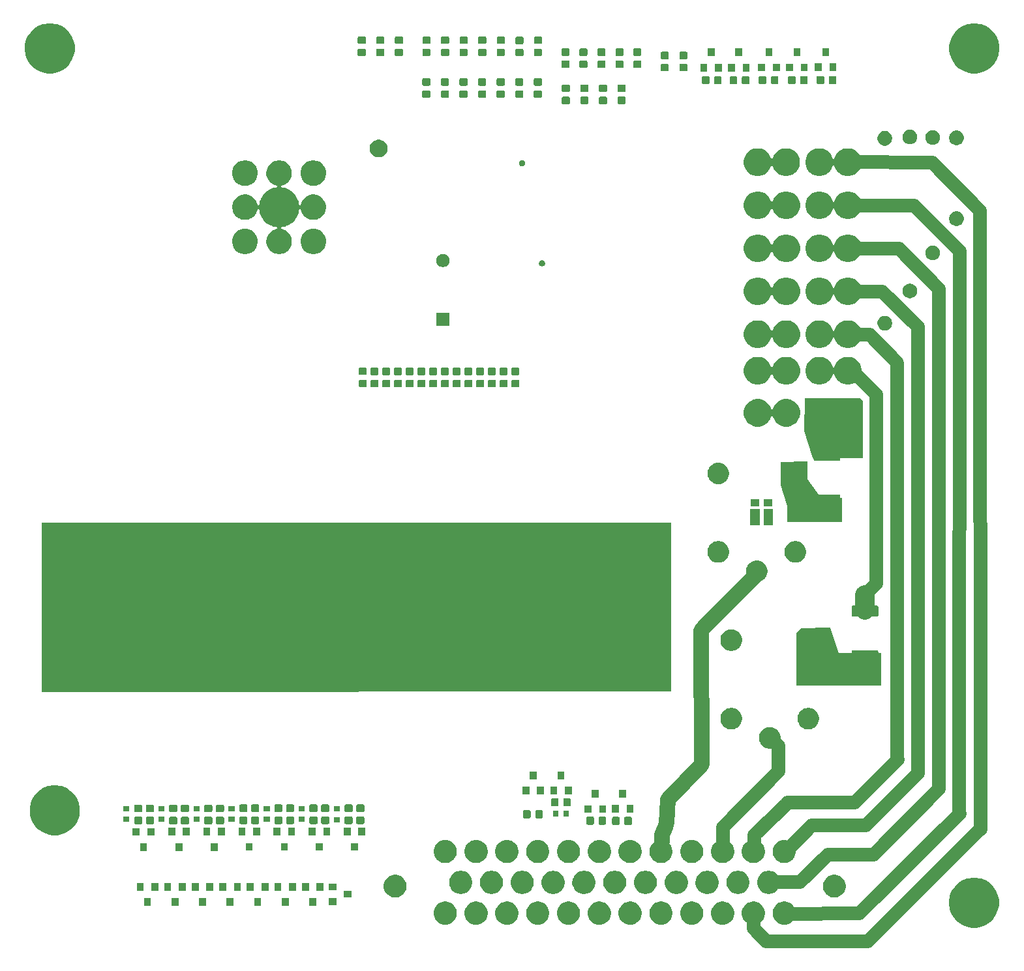
<source format=gbr>
G04 #@! TF.GenerationSoftware,KiCad,Pcbnew,(5.1.6)-1*
G04 #@! TF.CreationDate,2020-08-24T11:42:06+02:00*
G04 #@! TF.ProjectId,AR20_PDM_v1,41523230-5f50-4444-9d5f-76312e6b6963,rev?*
G04 #@! TF.SameCoordinates,Original*
G04 #@! TF.FileFunction,Soldermask,Bot*
G04 #@! TF.FilePolarity,Negative*
%FSLAX46Y46*%
G04 Gerber Fmt 4.6, Leading zero omitted, Abs format (unit mm)*
G04 Created by KiCad (PCBNEW (5.1.6)-1) date 2020-08-24 11:42:06*
%MOMM*%
%LPD*%
G01*
G04 APERTURE LIST*
%ADD10C,2.000000*%
%ADD11C,1.750000*%
%ADD12C,2.500000*%
%ADD13C,0.100000*%
G04 APERTURE END LIST*
D10*
X117350000Y-132475000D02*
X117800000Y-131325000D01*
X117300000Y-132625000D02*
X117275000Y-134575000D01*
X118050000Y-127925000D02*
X117950000Y-130950000D01*
X122525000Y-123325000D02*
X118050000Y-127900000D01*
X122425000Y-105975000D02*
X122500000Y-123375000D01*
X129730000Y-98600000D02*
X122450000Y-105850000D01*
D11*
X132325000Y-120850000D02*
X131525000Y-120125000D01*
X132425000Y-124225000D02*
X132425000Y-120925000D01*
X125275000Y-131400000D02*
X132425000Y-124250000D01*
X125225000Y-134725000D02*
X125225000Y-131475000D01*
X141400000Y-56300000D02*
X148025000Y-56300000D01*
X138725000Y-135175000D02*
X135200000Y-138600000D01*
X144775000Y-135025000D02*
X138825000Y-135025000D01*
X145075000Y-99825000D02*
X145075000Y-75250000D01*
X155900000Y-56700000D02*
X155875000Y-129675000D01*
X129200000Y-144650000D02*
X129200000Y-143025000D01*
X130825000Y-146325000D02*
X129225000Y-144725000D01*
X143925000Y-146325000D02*
X130875000Y-146325000D01*
X158575000Y-131750000D02*
X143975000Y-146300000D01*
X158600000Y-51425000D02*
X158625000Y-131725000D01*
X152375000Y-45100000D02*
X158600000Y-51375000D01*
X141225000Y-45050000D02*
X152400000Y-45125000D01*
X142875000Y-142700000D02*
X133175000Y-142750000D01*
X155900000Y-129750000D02*
X142875000Y-142700000D01*
X149975000Y-50700000D02*
X155925000Y-56675000D01*
X141525000Y-50700000D02*
X149950000Y-50700000D01*
X135025000Y-138600000D02*
X131175000Y-138600000D01*
X153175000Y-126575000D02*
X144775000Y-135025000D01*
X153250000Y-61625000D02*
X153250000Y-126500000D01*
X148100000Y-56325000D02*
X153250000Y-61600000D01*
X136750000Y-131250000D02*
X133500000Y-134500000D01*
X143750000Y-131250000D02*
X136750000Y-131250000D01*
X150500000Y-124500000D02*
X143750000Y-131250000D01*
X150500000Y-66500000D02*
X150525000Y-124425000D01*
X145850000Y-61875000D02*
X150500000Y-66500000D01*
X141375000Y-61875000D02*
X145775000Y-61875000D01*
X129250000Y-132500000D02*
X129250000Y-134725000D01*
X133650000Y-128250000D02*
X129250000Y-132500000D01*
X142250000Y-128275000D02*
X133625000Y-128275000D01*
X147850000Y-122725000D02*
X142275000Y-128250000D01*
X147825000Y-71250000D02*
X147825000Y-122500000D01*
X144250000Y-67500000D02*
X147750000Y-71000000D01*
X141250000Y-67500000D02*
X144250000Y-67500000D01*
X141875000Y-72025000D02*
X145100000Y-75275000D01*
X143675000Y-101250000D02*
X145100000Y-99850000D01*
D12*
X143650000Y-103275000D02*
X143625000Y-101350000D01*
D13*
G36*
X140225000Y-108900000D02*
G01*
X145700000Y-108925000D01*
X145700000Y-113050000D01*
X134775000Y-113050000D01*
X134800000Y-106250000D01*
X135375000Y-105675000D01*
X139050000Y-105550000D01*
X140225000Y-108900000D01*
G37*
X140225000Y-108900000D02*
X145700000Y-108925000D01*
X145700000Y-113050000D01*
X134775000Y-113050000D01*
X134800000Y-106250000D01*
X135375000Y-105675000D01*
X139050000Y-105550000D01*
X140225000Y-108900000D01*
G36*
X143000000Y-75800000D02*
G01*
X143350000Y-76100000D01*
X143350000Y-83500000D01*
X136900000Y-83500000D01*
X135825000Y-80025000D01*
X135850000Y-75775000D01*
X143000000Y-75800000D01*
G37*
X143000000Y-75800000D02*
X143350000Y-76100000D01*
X143350000Y-83500000D01*
X136900000Y-83500000D01*
X135825000Y-80025000D01*
X135850000Y-75775000D01*
X143000000Y-75800000D01*
G36*
X136150000Y-86300000D02*
G01*
X137925000Y-88700000D01*
X140575000Y-88725000D01*
X140575000Y-91800000D01*
X133600000Y-91800000D01*
X133600000Y-89775000D01*
X132750000Y-87075000D01*
X132775000Y-84050000D01*
X136150000Y-84025000D01*
X136150000Y-86300000D01*
G37*
X136150000Y-86300000D02*
X137925000Y-88700000D01*
X140575000Y-88725000D01*
X140575000Y-91800000D01*
X133600000Y-91800000D01*
X133600000Y-89775000D01*
X132750000Y-87075000D01*
X132775000Y-84050000D01*
X136150000Y-84025000D01*
X136150000Y-86300000D01*
G36*
X118430000Y-113800000D02*
G01*
X36775000Y-113850000D01*
X36832500Y-91975000D01*
X118467500Y-91975000D01*
X118430000Y-113800000D01*
G37*
X118430000Y-113800000D02*
X36775000Y-113850000D01*
X36832500Y-91975000D01*
X118467500Y-91975000D01*
X118430000Y-113800000D01*
G36*
X158462239Y-138147467D02*
G01*
X158776282Y-138209934D01*
X159367926Y-138455001D01*
X159900392Y-138810784D01*
X160353216Y-139263608D01*
X160708999Y-139796074D01*
X160954066Y-140387718D01*
X160996944Y-140603279D01*
X161079000Y-141015803D01*
X161079000Y-141656197D01*
X161016533Y-141970239D01*
X160954066Y-142284282D01*
X160708999Y-142875926D01*
X160353216Y-143408392D01*
X159900392Y-143861216D01*
X159367926Y-144216999D01*
X158776282Y-144462066D01*
X158462239Y-144524533D01*
X158148197Y-144587000D01*
X157507803Y-144587000D01*
X157193761Y-144524533D01*
X156879718Y-144462066D01*
X156288074Y-144216999D01*
X155755608Y-143861216D01*
X155302784Y-143408392D01*
X154947001Y-142875926D01*
X154701934Y-142284282D01*
X154639467Y-141970239D01*
X154577000Y-141656197D01*
X154577000Y-141015803D01*
X154659056Y-140603279D01*
X154701934Y-140387718D01*
X154947001Y-139796074D01*
X155302784Y-139263608D01*
X155755608Y-138810784D01*
X156288074Y-138455001D01*
X156879718Y-138209934D01*
X157193761Y-138147467D01*
X157507803Y-138085000D01*
X158148197Y-138085000D01*
X158462239Y-138147467D01*
G37*
G36*
X89478831Y-141211841D02*
G01*
X89623826Y-141240682D01*
X89736974Y-141287550D01*
X89896989Y-141353830D01*
X90019076Y-141435406D01*
X90142832Y-141518097D01*
X90351903Y-141727168D01*
X90391881Y-141787000D01*
X90516170Y-141973011D01*
X90629318Y-142246175D01*
X90687000Y-142536163D01*
X90687000Y-142831837D01*
X90629318Y-143121825D01*
X90516170Y-143394989D01*
X90516169Y-143394990D01*
X90351903Y-143640832D01*
X90142832Y-143849903D01*
X90125899Y-143861217D01*
X89896989Y-144014170D01*
X89736974Y-144080450D01*
X89623826Y-144127318D01*
X89478831Y-144156159D01*
X89333837Y-144185000D01*
X89038163Y-144185000D01*
X88893169Y-144156159D01*
X88748174Y-144127318D01*
X88635026Y-144080450D01*
X88475011Y-144014170D01*
X88246101Y-143861217D01*
X88229168Y-143849903D01*
X88020097Y-143640832D01*
X87855831Y-143394990D01*
X87855830Y-143394989D01*
X87742682Y-143121825D01*
X87685000Y-142831837D01*
X87685000Y-142536163D01*
X87742682Y-142246175D01*
X87855830Y-141973011D01*
X87980119Y-141787000D01*
X88020097Y-141727168D01*
X88229168Y-141518097D01*
X88352924Y-141435406D01*
X88475011Y-141353830D01*
X88635026Y-141287550D01*
X88748174Y-141240682D01*
X88893169Y-141211841D01*
X89038163Y-141183000D01*
X89333837Y-141183000D01*
X89478831Y-141211841D01*
G37*
G36*
X133478831Y-141211841D02*
G01*
X133623826Y-141240682D01*
X133736974Y-141287550D01*
X133896989Y-141353830D01*
X134019076Y-141435406D01*
X134142832Y-141518097D01*
X134351903Y-141727168D01*
X134391881Y-141787000D01*
X134516170Y-141973011D01*
X134629318Y-142246175D01*
X134687000Y-142536163D01*
X134687000Y-142831837D01*
X134629318Y-143121825D01*
X134516170Y-143394989D01*
X134516169Y-143394990D01*
X134351903Y-143640832D01*
X134142832Y-143849903D01*
X134125899Y-143861217D01*
X133896989Y-144014170D01*
X133736974Y-144080450D01*
X133623826Y-144127318D01*
X133478831Y-144156159D01*
X133333837Y-144185000D01*
X133038163Y-144185000D01*
X132893169Y-144156159D01*
X132748174Y-144127318D01*
X132635026Y-144080450D01*
X132475011Y-144014170D01*
X132246101Y-143861217D01*
X132229168Y-143849903D01*
X132020097Y-143640832D01*
X131855831Y-143394990D01*
X131855830Y-143394989D01*
X131742682Y-143121825D01*
X131685000Y-142831837D01*
X131685000Y-142536163D01*
X131742682Y-142246175D01*
X131855830Y-141973011D01*
X131980119Y-141787000D01*
X132020097Y-141727168D01*
X132229168Y-141518097D01*
X132352924Y-141435406D01*
X132475011Y-141353830D01*
X132635026Y-141287550D01*
X132748174Y-141240682D01*
X132893169Y-141211841D01*
X133038163Y-141183000D01*
X133333837Y-141183000D01*
X133478831Y-141211841D01*
G37*
G36*
X129478831Y-141211841D02*
G01*
X129623826Y-141240682D01*
X129736974Y-141287550D01*
X129896989Y-141353830D01*
X130019076Y-141435406D01*
X130142832Y-141518097D01*
X130351903Y-141727168D01*
X130391881Y-141787000D01*
X130516170Y-141973011D01*
X130629318Y-142246175D01*
X130687000Y-142536163D01*
X130687000Y-142831837D01*
X130629318Y-143121825D01*
X130516170Y-143394989D01*
X130516169Y-143394990D01*
X130351903Y-143640832D01*
X130142832Y-143849903D01*
X130125899Y-143861217D01*
X129896989Y-144014170D01*
X129736974Y-144080450D01*
X129623826Y-144127318D01*
X129478831Y-144156159D01*
X129333837Y-144185000D01*
X129038163Y-144185000D01*
X128893169Y-144156159D01*
X128748174Y-144127318D01*
X128635026Y-144080450D01*
X128475011Y-144014170D01*
X128246101Y-143861217D01*
X128229168Y-143849903D01*
X128020097Y-143640832D01*
X127855831Y-143394990D01*
X127855830Y-143394989D01*
X127742682Y-143121825D01*
X127685000Y-142831837D01*
X127685000Y-142536163D01*
X127742682Y-142246175D01*
X127855830Y-141973011D01*
X127980119Y-141787000D01*
X128020097Y-141727168D01*
X128229168Y-141518097D01*
X128352924Y-141435406D01*
X128475011Y-141353830D01*
X128635026Y-141287550D01*
X128748174Y-141240682D01*
X128893169Y-141211841D01*
X129038163Y-141183000D01*
X129333837Y-141183000D01*
X129478831Y-141211841D01*
G37*
G36*
X125478831Y-141211841D02*
G01*
X125623826Y-141240682D01*
X125736974Y-141287550D01*
X125896989Y-141353830D01*
X126019076Y-141435406D01*
X126142832Y-141518097D01*
X126351903Y-141727168D01*
X126391881Y-141787000D01*
X126516170Y-141973011D01*
X126629318Y-142246175D01*
X126687000Y-142536163D01*
X126687000Y-142831837D01*
X126629318Y-143121825D01*
X126516170Y-143394989D01*
X126516169Y-143394990D01*
X126351903Y-143640832D01*
X126142832Y-143849903D01*
X126125899Y-143861217D01*
X125896989Y-144014170D01*
X125736974Y-144080450D01*
X125623826Y-144127318D01*
X125478831Y-144156159D01*
X125333837Y-144185000D01*
X125038163Y-144185000D01*
X124893169Y-144156159D01*
X124748174Y-144127318D01*
X124635026Y-144080450D01*
X124475011Y-144014170D01*
X124246101Y-143861217D01*
X124229168Y-143849903D01*
X124020097Y-143640832D01*
X123855831Y-143394990D01*
X123855830Y-143394989D01*
X123742682Y-143121825D01*
X123685000Y-142831837D01*
X123685000Y-142536163D01*
X123742682Y-142246175D01*
X123855830Y-141973011D01*
X123980119Y-141787000D01*
X124020097Y-141727168D01*
X124229168Y-141518097D01*
X124352924Y-141435406D01*
X124475011Y-141353830D01*
X124635026Y-141287550D01*
X124748174Y-141240682D01*
X124893169Y-141211841D01*
X125038163Y-141183000D01*
X125333837Y-141183000D01*
X125478831Y-141211841D01*
G37*
G36*
X121478831Y-141211841D02*
G01*
X121623826Y-141240682D01*
X121736974Y-141287550D01*
X121896989Y-141353830D01*
X122019076Y-141435406D01*
X122142832Y-141518097D01*
X122351903Y-141727168D01*
X122391881Y-141787000D01*
X122516170Y-141973011D01*
X122629318Y-142246175D01*
X122687000Y-142536163D01*
X122687000Y-142831837D01*
X122629318Y-143121825D01*
X122516170Y-143394989D01*
X122516169Y-143394990D01*
X122351903Y-143640832D01*
X122142832Y-143849903D01*
X122125899Y-143861217D01*
X121896989Y-144014170D01*
X121736974Y-144080450D01*
X121623826Y-144127318D01*
X121478831Y-144156159D01*
X121333837Y-144185000D01*
X121038163Y-144185000D01*
X120893169Y-144156159D01*
X120748174Y-144127318D01*
X120635026Y-144080450D01*
X120475011Y-144014170D01*
X120246101Y-143861217D01*
X120229168Y-143849903D01*
X120020097Y-143640832D01*
X119855831Y-143394990D01*
X119855830Y-143394989D01*
X119742682Y-143121825D01*
X119685000Y-142831837D01*
X119685000Y-142536163D01*
X119742682Y-142246175D01*
X119855830Y-141973011D01*
X119980119Y-141787000D01*
X120020097Y-141727168D01*
X120229168Y-141518097D01*
X120352924Y-141435406D01*
X120475011Y-141353830D01*
X120635026Y-141287550D01*
X120748174Y-141240682D01*
X120893169Y-141211841D01*
X121038163Y-141183000D01*
X121333837Y-141183000D01*
X121478831Y-141211841D01*
G37*
G36*
X117478831Y-141211841D02*
G01*
X117623826Y-141240682D01*
X117736974Y-141287550D01*
X117896989Y-141353830D01*
X118019076Y-141435406D01*
X118142832Y-141518097D01*
X118351903Y-141727168D01*
X118391881Y-141787000D01*
X118516170Y-141973011D01*
X118629318Y-142246175D01*
X118687000Y-142536163D01*
X118687000Y-142831837D01*
X118629318Y-143121825D01*
X118516170Y-143394989D01*
X118516169Y-143394990D01*
X118351903Y-143640832D01*
X118142832Y-143849903D01*
X118125899Y-143861217D01*
X117896989Y-144014170D01*
X117736974Y-144080450D01*
X117623826Y-144127318D01*
X117478831Y-144156159D01*
X117333837Y-144185000D01*
X117038163Y-144185000D01*
X116893169Y-144156159D01*
X116748174Y-144127318D01*
X116635026Y-144080450D01*
X116475011Y-144014170D01*
X116246101Y-143861217D01*
X116229168Y-143849903D01*
X116020097Y-143640832D01*
X115855831Y-143394990D01*
X115855830Y-143394989D01*
X115742682Y-143121825D01*
X115685000Y-142831837D01*
X115685000Y-142536163D01*
X115742682Y-142246175D01*
X115855830Y-141973011D01*
X115980119Y-141787000D01*
X116020097Y-141727168D01*
X116229168Y-141518097D01*
X116352924Y-141435406D01*
X116475011Y-141353830D01*
X116635026Y-141287550D01*
X116748174Y-141240682D01*
X116893169Y-141211841D01*
X117038163Y-141183000D01*
X117333837Y-141183000D01*
X117478831Y-141211841D01*
G37*
G36*
X105478831Y-141211841D02*
G01*
X105623826Y-141240682D01*
X105736974Y-141287550D01*
X105896989Y-141353830D01*
X106019076Y-141435406D01*
X106142832Y-141518097D01*
X106351903Y-141727168D01*
X106391881Y-141787000D01*
X106516170Y-141973011D01*
X106629318Y-142246175D01*
X106687000Y-142536163D01*
X106687000Y-142831837D01*
X106629318Y-143121825D01*
X106516170Y-143394989D01*
X106516169Y-143394990D01*
X106351903Y-143640832D01*
X106142832Y-143849903D01*
X106125899Y-143861217D01*
X105896989Y-144014170D01*
X105736974Y-144080450D01*
X105623826Y-144127318D01*
X105478831Y-144156159D01*
X105333837Y-144185000D01*
X105038163Y-144185000D01*
X104893169Y-144156159D01*
X104748174Y-144127318D01*
X104635026Y-144080450D01*
X104475011Y-144014170D01*
X104246101Y-143861217D01*
X104229168Y-143849903D01*
X104020097Y-143640832D01*
X103855831Y-143394990D01*
X103855830Y-143394989D01*
X103742682Y-143121825D01*
X103685000Y-142831837D01*
X103685000Y-142536163D01*
X103742682Y-142246175D01*
X103855830Y-141973011D01*
X103980119Y-141787000D01*
X104020097Y-141727168D01*
X104229168Y-141518097D01*
X104352924Y-141435406D01*
X104475011Y-141353830D01*
X104635026Y-141287550D01*
X104748174Y-141240682D01*
X104893169Y-141211841D01*
X105038163Y-141183000D01*
X105333837Y-141183000D01*
X105478831Y-141211841D01*
G37*
G36*
X109478831Y-141211841D02*
G01*
X109623826Y-141240682D01*
X109736974Y-141287550D01*
X109896989Y-141353830D01*
X110019076Y-141435406D01*
X110142832Y-141518097D01*
X110351903Y-141727168D01*
X110391881Y-141787000D01*
X110516170Y-141973011D01*
X110629318Y-142246175D01*
X110687000Y-142536163D01*
X110687000Y-142831837D01*
X110629318Y-143121825D01*
X110516170Y-143394989D01*
X110516169Y-143394990D01*
X110351903Y-143640832D01*
X110142832Y-143849903D01*
X110125899Y-143861217D01*
X109896989Y-144014170D01*
X109736974Y-144080450D01*
X109623826Y-144127318D01*
X109478831Y-144156159D01*
X109333837Y-144185000D01*
X109038163Y-144185000D01*
X108893169Y-144156159D01*
X108748174Y-144127318D01*
X108635026Y-144080450D01*
X108475011Y-144014170D01*
X108246101Y-143861217D01*
X108229168Y-143849903D01*
X108020097Y-143640832D01*
X107855831Y-143394990D01*
X107855830Y-143394989D01*
X107742682Y-143121825D01*
X107685000Y-142831837D01*
X107685000Y-142536163D01*
X107742682Y-142246175D01*
X107855830Y-141973011D01*
X107980119Y-141787000D01*
X108020097Y-141727168D01*
X108229168Y-141518097D01*
X108352924Y-141435406D01*
X108475011Y-141353830D01*
X108635026Y-141287550D01*
X108748174Y-141240682D01*
X108893169Y-141211841D01*
X109038163Y-141183000D01*
X109333837Y-141183000D01*
X109478831Y-141211841D01*
G37*
G36*
X93478831Y-141211841D02*
G01*
X93623826Y-141240682D01*
X93736974Y-141287550D01*
X93896989Y-141353830D01*
X94019076Y-141435406D01*
X94142832Y-141518097D01*
X94351903Y-141727168D01*
X94391881Y-141787000D01*
X94516170Y-141973011D01*
X94629318Y-142246175D01*
X94687000Y-142536163D01*
X94687000Y-142831837D01*
X94629318Y-143121825D01*
X94516170Y-143394989D01*
X94516169Y-143394990D01*
X94351903Y-143640832D01*
X94142832Y-143849903D01*
X94125899Y-143861217D01*
X93896989Y-144014170D01*
X93736974Y-144080450D01*
X93623826Y-144127318D01*
X93478831Y-144156159D01*
X93333837Y-144185000D01*
X93038163Y-144185000D01*
X92893169Y-144156159D01*
X92748174Y-144127318D01*
X92635026Y-144080450D01*
X92475011Y-144014170D01*
X92246101Y-143861217D01*
X92229168Y-143849903D01*
X92020097Y-143640832D01*
X91855831Y-143394990D01*
X91855830Y-143394989D01*
X91742682Y-143121825D01*
X91685000Y-142831837D01*
X91685000Y-142536163D01*
X91742682Y-142246175D01*
X91855830Y-141973011D01*
X91980119Y-141787000D01*
X92020097Y-141727168D01*
X92229168Y-141518097D01*
X92352924Y-141435406D01*
X92475011Y-141353830D01*
X92635026Y-141287550D01*
X92748174Y-141240682D01*
X92893169Y-141211841D01*
X93038163Y-141183000D01*
X93333837Y-141183000D01*
X93478831Y-141211841D01*
G37*
G36*
X97478831Y-141211841D02*
G01*
X97623826Y-141240682D01*
X97736974Y-141287550D01*
X97896989Y-141353830D01*
X98019076Y-141435406D01*
X98142832Y-141518097D01*
X98351903Y-141727168D01*
X98391881Y-141787000D01*
X98516170Y-141973011D01*
X98629318Y-142246175D01*
X98687000Y-142536163D01*
X98687000Y-142831837D01*
X98629318Y-143121825D01*
X98516170Y-143394989D01*
X98516169Y-143394990D01*
X98351903Y-143640832D01*
X98142832Y-143849903D01*
X98125899Y-143861217D01*
X97896989Y-144014170D01*
X97736974Y-144080450D01*
X97623826Y-144127318D01*
X97478831Y-144156159D01*
X97333837Y-144185000D01*
X97038163Y-144185000D01*
X96893169Y-144156159D01*
X96748174Y-144127318D01*
X96635026Y-144080450D01*
X96475011Y-144014170D01*
X96246101Y-143861217D01*
X96229168Y-143849903D01*
X96020097Y-143640832D01*
X95855831Y-143394990D01*
X95855830Y-143394989D01*
X95742682Y-143121825D01*
X95685000Y-142831837D01*
X95685000Y-142536163D01*
X95742682Y-142246175D01*
X95855830Y-141973011D01*
X95980119Y-141787000D01*
X96020097Y-141727168D01*
X96229168Y-141518097D01*
X96352924Y-141435406D01*
X96475011Y-141353830D01*
X96635026Y-141287550D01*
X96748174Y-141240682D01*
X96893169Y-141211841D01*
X97038163Y-141183000D01*
X97333837Y-141183000D01*
X97478831Y-141211841D01*
G37*
G36*
X113478831Y-141211841D02*
G01*
X113623826Y-141240682D01*
X113736974Y-141287550D01*
X113896989Y-141353830D01*
X114019076Y-141435406D01*
X114142832Y-141518097D01*
X114351903Y-141727168D01*
X114391881Y-141787000D01*
X114516170Y-141973011D01*
X114629318Y-142246175D01*
X114687000Y-142536163D01*
X114687000Y-142831837D01*
X114629318Y-143121825D01*
X114516170Y-143394989D01*
X114516169Y-143394990D01*
X114351903Y-143640832D01*
X114142832Y-143849903D01*
X114125899Y-143861217D01*
X113896989Y-144014170D01*
X113736974Y-144080450D01*
X113623826Y-144127318D01*
X113478831Y-144156159D01*
X113333837Y-144185000D01*
X113038163Y-144185000D01*
X112893169Y-144156159D01*
X112748174Y-144127318D01*
X112635026Y-144080450D01*
X112475011Y-144014170D01*
X112246101Y-143861217D01*
X112229168Y-143849903D01*
X112020097Y-143640832D01*
X111855831Y-143394990D01*
X111855830Y-143394989D01*
X111742682Y-143121825D01*
X111685000Y-142831837D01*
X111685000Y-142536163D01*
X111742682Y-142246175D01*
X111855830Y-141973011D01*
X111980119Y-141787000D01*
X112020097Y-141727168D01*
X112229168Y-141518097D01*
X112352924Y-141435406D01*
X112475011Y-141353830D01*
X112635026Y-141287550D01*
X112748174Y-141240682D01*
X112893169Y-141211841D01*
X113038163Y-141183000D01*
X113333837Y-141183000D01*
X113478831Y-141211841D01*
G37*
G36*
X101478831Y-141211841D02*
G01*
X101623826Y-141240682D01*
X101736974Y-141287550D01*
X101896989Y-141353830D01*
X102019076Y-141435406D01*
X102142832Y-141518097D01*
X102351903Y-141727168D01*
X102391881Y-141787000D01*
X102516170Y-141973011D01*
X102629318Y-142246175D01*
X102687000Y-142536163D01*
X102687000Y-142831837D01*
X102629318Y-143121825D01*
X102516170Y-143394989D01*
X102516169Y-143394990D01*
X102351903Y-143640832D01*
X102142832Y-143849903D01*
X102125899Y-143861217D01*
X101896989Y-144014170D01*
X101736974Y-144080450D01*
X101623826Y-144127318D01*
X101478831Y-144156159D01*
X101333837Y-144185000D01*
X101038163Y-144185000D01*
X100893169Y-144156159D01*
X100748174Y-144127318D01*
X100635026Y-144080450D01*
X100475011Y-144014170D01*
X100246101Y-143861217D01*
X100229168Y-143849903D01*
X100020097Y-143640832D01*
X99855831Y-143394990D01*
X99855830Y-143394989D01*
X99742682Y-143121825D01*
X99685000Y-142831837D01*
X99685000Y-142536163D01*
X99742682Y-142246175D01*
X99855830Y-141973011D01*
X99980119Y-141787000D01*
X100020097Y-141727168D01*
X100229168Y-141518097D01*
X100352924Y-141435406D01*
X100475011Y-141353830D01*
X100635026Y-141287550D01*
X100748174Y-141240682D01*
X100893169Y-141211841D01*
X101038163Y-141183000D01*
X101333837Y-141183000D01*
X101478831Y-141211841D01*
G37*
G36*
X72434400Y-141749000D02*
G01*
X71532400Y-141749000D01*
X71532400Y-140747000D01*
X72434400Y-140747000D01*
X72434400Y-141749000D01*
G37*
G36*
X61709400Y-141749000D02*
G01*
X60807400Y-141749000D01*
X60807400Y-140747000D01*
X61709400Y-140747000D01*
X61709400Y-141749000D01*
G37*
G36*
X68859400Y-141749000D02*
G01*
X67957400Y-141749000D01*
X67957400Y-140747000D01*
X68859400Y-140747000D01*
X68859400Y-141749000D01*
G37*
G36*
X65284400Y-141749000D02*
G01*
X64382400Y-141749000D01*
X64382400Y-140747000D01*
X65284400Y-140747000D01*
X65284400Y-141749000D01*
G37*
G36*
X50984400Y-141749000D02*
G01*
X50082400Y-141749000D01*
X50082400Y-140747000D01*
X50984400Y-140747000D01*
X50984400Y-141749000D01*
G37*
G36*
X58134400Y-141749000D02*
G01*
X57232400Y-141749000D01*
X57232400Y-140747000D01*
X58134400Y-140747000D01*
X58134400Y-141749000D01*
G37*
G36*
X54559400Y-141749000D02*
G01*
X53657400Y-141749000D01*
X53657400Y-140747000D01*
X54559400Y-140747000D01*
X54559400Y-141749000D01*
G37*
G36*
X75051000Y-141626000D02*
G01*
X74049000Y-141626000D01*
X74049000Y-140724000D01*
X75051000Y-140724000D01*
X75051000Y-141626000D01*
G37*
G36*
X77051000Y-140676000D02*
G01*
X76049000Y-140676000D01*
X76049000Y-139774000D01*
X77051000Y-139774000D01*
X77051000Y-140676000D01*
G37*
G36*
X83116532Y-137764721D02*
G01*
X83385147Y-137875985D01*
X83626895Y-138037516D01*
X83832484Y-138243105D01*
X83994015Y-138484853D01*
X84105279Y-138753468D01*
X84162000Y-139038625D01*
X84162000Y-139329375D01*
X84105279Y-139614532D01*
X83994015Y-139883147D01*
X83832484Y-140124895D01*
X83626895Y-140330484D01*
X83385147Y-140492015D01*
X83116532Y-140603279D01*
X82831375Y-140660000D01*
X82540625Y-140660000D01*
X82255468Y-140603279D01*
X81986853Y-140492015D01*
X81745105Y-140330484D01*
X81539516Y-140124895D01*
X81377985Y-139883147D01*
X81266721Y-139614532D01*
X81210000Y-139329375D01*
X81210000Y-139038625D01*
X81266721Y-138753468D01*
X81377985Y-138484853D01*
X81539516Y-138243105D01*
X81745105Y-138037516D01*
X81986853Y-137875985D01*
X82255468Y-137764721D01*
X82540625Y-137708000D01*
X82831375Y-137708000D01*
X83116532Y-137764721D01*
G37*
G36*
X140116532Y-137764721D02*
G01*
X140385147Y-137875985D01*
X140626895Y-138037516D01*
X140832484Y-138243105D01*
X140994015Y-138484853D01*
X141105279Y-138753468D01*
X141162000Y-139038625D01*
X141162000Y-139329375D01*
X141105279Y-139614532D01*
X140994015Y-139883147D01*
X140832484Y-140124895D01*
X140626895Y-140330484D01*
X140385147Y-140492015D01*
X140116532Y-140603279D01*
X139831375Y-140660000D01*
X139540625Y-140660000D01*
X139255468Y-140603279D01*
X138986853Y-140492015D01*
X138745105Y-140330484D01*
X138539516Y-140124895D01*
X138377985Y-139883147D01*
X138266721Y-139614532D01*
X138210000Y-139329375D01*
X138210000Y-139038625D01*
X138266721Y-138753468D01*
X138377985Y-138484853D01*
X138539516Y-138243105D01*
X138745105Y-138037516D01*
X138986853Y-137875985D01*
X139255468Y-137764721D01*
X139540625Y-137708000D01*
X139831375Y-137708000D01*
X140116532Y-137764721D01*
G37*
G36*
X115478831Y-137211841D02*
G01*
X115623826Y-137240682D01*
X115736974Y-137287550D01*
X115896989Y-137353830D01*
X115896990Y-137353831D01*
X116142832Y-137518097D01*
X116351903Y-137727168D01*
X116434594Y-137850924D01*
X116516170Y-137973011D01*
X116562557Y-138085000D01*
X116628047Y-138243105D01*
X116629318Y-138246175D01*
X116680271Y-138502332D01*
X116687000Y-138536164D01*
X116687000Y-138831836D01*
X116629318Y-139121826D01*
X116601931Y-139187944D01*
X116516170Y-139394989D01*
X116516169Y-139394990D01*
X116351903Y-139640832D01*
X116142832Y-139849903D01*
X116093077Y-139883148D01*
X115896989Y-140014170D01*
X115837973Y-140038615D01*
X115623826Y-140127318D01*
X115478831Y-140156159D01*
X115333837Y-140185000D01*
X115038163Y-140185000D01*
X114893169Y-140156159D01*
X114748174Y-140127318D01*
X114534027Y-140038615D01*
X114475011Y-140014170D01*
X114278923Y-139883148D01*
X114229168Y-139849903D01*
X114020097Y-139640832D01*
X113855831Y-139394990D01*
X113855830Y-139394989D01*
X113770069Y-139187944D01*
X113742682Y-139121826D01*
X113685000Y-138831836D01*
X113685000Y-138536164D01*
X113691730Y-138502332D01*
X113742682Y-138246175D01*
X113743954Y-138243105D01*
X113809443Y-138085000D01*
X113855830Y-137973011D01*
X113937406Y-137850924D01*
X114020097Y-137727168D01*
X114229168Y-137518097D01*
X114475010Y-137353831D01*
X114475011Y-137353830D01*
X114635026Y-137287550D01*
X114748174Y-137240682D01*
X114893169Y-137211841D01*
X115038163Y-137183000D01*
X115333837Y-137183000D01*
X115478831Y-137211841D01*
G37*
G36*
X107478831Y-137211841D02*
G01*
X107623826Y-137240682D01*
X107736974Y-137287550D01*
X107896989Y-137353830D01*
X107896990Y-137353831D01*
X108142832Y-137518097D01*
X108351903Y-137727168D01*
X108434594Y-137850924D01*
X108516170Y-137973011D01*
X108562557Y-138085000D01*
X108628047Y-138243105D01*
X108629318Y-138246175D01*
X108680271Y-138502332D01*
X108687000Y-138536164D01*
X108687000Y-138831836D01*
X108629318Y-139121826D01*
X108601931Y-139187944D01*
X108516170Y-139394989D01*
X108516169Y-139394990D01*
X108351903Y-139640832D01*
X108142832Y-139849903D01*
X108093077Y-139883148D01*
X107896989Y-140014170D01*
X107837973Y-140038615D01*
X107623826Y-140127318D01*
X107478831Y-140156159D01*
X107333837Y-140185000D01*
X107038163Y-140185000D01*
X106893169Y-140156159D01*
X106748174Y-140127318D01*
X106534027Y-140038615D01*
X106475011Y-140014170D01*
X106278923Y-139883148D01*
X106229168Y-139849903D01*
X106020097Y-139640832D01*
X105855831Y-139394990D01*
X105855830Y-139394989D01*
X105770069Y-139187944D01*
X105742682Y-139121826D01*
X105685000Y-138831836D01*
X105685000Y-138536164D01*
X105691730Y-138502332D01*
X105742682Y-138246175D01*
X105743954Y-138243105D01*
X105809443Y-138085000D01*
X105855830Y-137973011D01*
X105937406Y-137850924D01*
X106020097Y-137727168D01*
X106229168Y-137518097D01*
X106475010Y-137353831D01*
X106475011Y-137353830D01*
X106635026Y-137287550D01*
X106748174Y-137240682D01*
X106893169Y-137211841D01*
X107038163Y-137183000D01*
X107333837Y-137183000D01*
X107478831Y-137211841D01*
G37*
G36*
X103478831Y-137211841D02*
G01*
X103623826Y-137240682D01*
X103736974Y-137287550D01*
X103896989Y-137353830D01*
X103896990Y-137353831D01*
X104142832Y-137518097D01*
X104351903Y-137727168D01*
X104434594Y-137850924D01*
X104516170Y-137973011D01*
X104562557Y-138085000D01*
X104628047Y-138243105D01*
X104629318Y-138246175D01*
X104680271Y-138502332D01*
X104687000Y-138536164D01*
X104687000Y-138831836D01*
X104629318Y-139121826D01*
X104601931Y-139187944D01*
X104516170Y-139394989D01*
X104516169Y-139394990D01*
X104351903Y-139640832D01*
X104142832Y-139849903D01*
X104093077Y-139883148D01*
X103896989Y-140014170D01*
X103837973Y-140038615D01*
X103623826Y-140127318D01*
X103478831Y-140156159D01*
X103333837Y-140185000D01*
X103038163Y-140185000D01*
X102893169Y-140156159D01*
X102748174Y-140127318D01*
X102534027Y-140038615D01*
X102475011Y-140014170D01*
X102278923Y-139883148D01*
X102229168Y-139849903D01*
X102020097Y-139640832D01*
X101855831Y-139394990D01*
X101855830Y-139394989D01*
X101770069Y-139187944D01*
X101742682Y-139121826D01*
X101685000Y-138831836D01*
X101685000Y-138536164D01*
X101691730Y-138502332D01*
X101742682Y-138246175D01*
X101743954Y-138243105D01*
X101809443Y-138085000D01*
X101855830Y-137973011D01*
X101937406Y-137850924D01*
X102020097Y-137727168D01*
X102229168Y-137518097D01*
X102475010Y-137353831D01*
X102475011Y-137353830D01*
X102635026Y-137287550D01*
X102748174Y-137240682D01*
X102893169Y-137211841D01*
X103038163Y-137183000D01*
X103333837Y-137183000D01*
X103478831Y-137211841D01*
G37*
G36*
X99478831Y-137211841D02*
G01*
X99623826Y-137240682D01*
X99736974Y-137287550D01*
X99896989Y-137353830D01*
X99896990Y-137353831D01*
X100142832Y-137518097D01*
X100351903Y-137727168D01*
X100434594Y-137850924D01*
X100516170Y-137973011D01*
X100562557Y-138085000D01*
X100628047Y-138243105D01*
X100629318Y-138246175D01*
X100680271Y-138502332D01*
X100687000Y-138536164D01*
X100687000Y-138831836D01*
X100629318Y-139121826D01*
X100601931Y-139187944D01*
X100516170Y-139394989D01*
X100516169Y-139394990D01*
X100351903Y-139640832D01*
X100142832Y-139849903D01*
X100093077Y-139883148D01*
X99896989Y-140014170D01*
X99837973Y-140038615D01*
X99623826Y-140127318D01*
X99478831Y-140156159D01*
X99333837Y-140185000D01*
X99038163Y-140185000D01*
X98893169Y-140156159D01*
X98748174Y-140127318D01*
X98534027Y-140038615D01*
X98475011Y-140014170D01*
X98278923Y-139883148D01*
X98229168Y-139849903D01*
X98020097Y-139640832D01*
X97855831Y-139394990D01*
X97855830Y-139394989D01*
X97770069Y-139187944D01*
X97742682Y-139121826D01*
X97685000Y-138831836D01*
X97685000Y-138536164D01*
X97691730Y-138502332D01*
X97742682Y-138246175D01*
X97743954Y-138243105D01*
X97809443Y-138085000D01*
X97855830Y-137973011D01*
X97937406Y-137850924D01*
X98020097Y-137727168D01*
X98229168Y-137518097D01*
X98475010Y-137353831D01*
X98475011Y-137353830D01*
X98635026Y-137287550D01*
X98748174Y-137240682D01*
X98893169Y-137211841D01*
X99038163Y-137183000D01*
X99333837Y-137183000D01*
X99478831Y-137211841D01*
G37*
G36*
X95478831Y-137211841D02*
G01*
X95623826Y-137240682D01*
X95736974Y-137287550D01*
X95896989Y-137353830D01*
X95896990Y-137353831D01*
X96142832Y-137518097D01*
X96351903Y-137727168D01*
X96434594Y-137850924D01*
X96516170Y-137973011D01*
X96562557Y-138085000D01*
X96628047Y-138243105D01*
X96629318Y-138246175D01*
X96680271Y-138502332D01*
X96687000Y-138536164D01*
X96687000Y-138831836D01*
X96629318Y-139121826D01*
X96601931Y-139187944D01*
X96516170Y-139394989D01*
X96516169Y-139394990D01*
X96351903Y-139640832D01*
X96142832Y-139849903D01*
X96093077Y-139883148D01*
X95896989Y-140014170D01*
X95837973Y-140038615D01*
X95623826Y-140127318D01*
X95478831Y-140156159D01*
X95333837Y-140185000D01*
X95038163Y-140185000D01*
X94893169Y-140156159D01*
X94748174Y-140127318D01*
X94534027Y-140038615D01*
X94475011Y-140014170D01*
X94278923Y-139883148D01*
X94229168Y-139849903D01*
X94020097Y-139640832D01*
X93855831Y-139394990D01*
X93855830Y-139394989D01*
X93770069Y-139187944D01*
X93742682Y-139121826D01*
X93685000Y-138831836D01*
X93685000Y-138536164D01*
X93691730Y-138502332D01*
X93742682Y-138246175D01*
X93743954Y-138243105D01*
X93809443Y-138085000D01*
X93855830Y-137973011D01*
X93937406Y-137850924D01*
X94020097Y-137727168D01*
X94229168Y-137518097D01*
X94475010Y-137353831D01*
X94475011Y-137353830D01*
X94635026Y-137287550D01*
X94748174Y-137240682D01*
X94893169Y-137211841D01*
X95038163Y-137183000D01*
X95333837Y-137183000D01*
X95478831Y-137211841D01*
G37*
G36*
X119478831Y-137211841D02*
G01*
X119623826Y-137240682D01*
X119736974Y-137287550D01*
X119896989Y-137353830D01*
X119896990Y-137353831D01*
X120142832Y-137518097D01*
X120351903Y-137727168D01*
X120434594Y-137850924D01*
X120516170Y-137973011D01*
X120562557Y-138085000D01*
X120628047Y-138243105D01*
X120629318Y-138246175D01*
X120680271Y-138502332D01*
X120687000Y-138536164D01*
X120687000Y-138831836D01*
X120629318Y-139121826D01*
X120601931Y-139187944D01*
X120516170Y-139394989D01*
X120516169Y-139394990D01*
X120351903Y-139640832D01*
X120142832Y-139849903D01*
X120093077Y-139883148D01*
X119896989Y-140014170D01*
X119837973Y-140038615D01*
X119623826Y-140127318D01*
X119478831Y-140156159D01*
X119333837Y-140185000D01*
X119038163Y-140185000D01*
X118893169Y-140156159D01*
X118748174Y-140127318D01*
X118534027Y-140038615D01*
X118475011Y-140014170D01*
X118278923Y-139883148D01*
X118229168Y-139849903D01*
X118020097Y-139640832D01*
X117855831Y-139394990D01*
X117855830Y-139394989D01*
X117770069Y-139187944D01*
X117742682Y-139121826D01*
X117685000Y-138831836D01*
X117685000Y-138536164D01*
X117691730Y-138502332D01*
X117742682Y-138246175D01*
X117743954Y-138243105D01*
X117809443Y-138085000D01*
X117855830Y-137973011D01*
X117937406Y-137850924D01*
X118020097Y-137727168D01*
X118229168Y-137518097D01*
X118475010Y-137353831D01*
X118475011Y-137353830D01*
X118635026Y-137287550D01*
X118748174Y-137240682D01*
X118893169Y-137211841D01*
X119038163Y-137183000D01*
X119333837Y-137183000D01*
X119478831Y-137211841D01*
G37*
G36*
X123478831Y-137211841D02*
G01*
X123623826Y-137240682D01*
X123736974Y-137287550D01*
X123896989Y-137353830D01*
X123896990Y-137353831D01*
X124142832Y-137518097D01*
X124351903Y-137727168D01*
X124434594Y-137850924D01*
X124516170Y-137973011D01*
X124562557Y-138085000D01*
X124628047Y-138243105D01*
X124629318Y-138246175D01*
X124680271Y-138502332D01*
X124687000Y-138536164D01*
X124687000Y-138831836D01*
X124629318Y-139121826D01*
X124601931Y-139187944D01*
X124516170Y-139394989D01*
X124516169Y-139394990D01*
X124351903Y-139640832D01*
X124142832Y-139849903D01*
X124093077Y-139883148D01*
X123896989Y-140014170D01*
X123837973Y-140038615D01*
X123623826Y-140127318D01*
X123478831Y-140156159D01*
X123333837Y-140185000D01*
X123038163Y-140185000D01*
X122893169Y-140156159D01*
X122748174Y-140127318D01*
X122534027Y-140038615D01*
X122475011Y-140014170D01*
X122278923Y-139883148D01*
X122229168Y-139849903D01*
X122020097Y-139640832D01*
X121855831Y-139394990D01*
X121855830Y-139394989D01*
X121770069Y-139187944D01*
X121742682Y-139121826D01*
X121685000Y-138831836D01*
X121685000Y-138536164D01*
X121691730Y-138502332D01*
X121742682Y-138246175D01*
X121743954Y-138243105D01*
X121809443Y-138085000D01*
X121855830Y-137973011D01*
X121937406Y-137850924D01*
X122020097Y-137727168D01*
X122229168Y-137518097D01*
X122475010Y-137353831D01*
X122475011Y-137353830D01*
X122635026Y-137287550D01*
X122748174Y-137240682D01*
X122893169Y-137211841D01*
X123038163Y-137183000D01*
X123333837Y-137183000D01*
X123478831Y-137211841D01*
G37*
G36*
X127478831Y-137211841D02*
G01*
X127623826Y-137240682D01*
X127736974Y-137287550D01*
X127896989Y-137353830D01*
X127896990Y-137353831D01*
X128142832Y-137518097D01*
X128351903Y-137727168D01*
X128434594Y-137850924D01*
X128516170Y-137973011D01*
X128562557Y-138085000D01*
X128628047Y-138243105D01*
X128629318Y-138246175D01*
X128680271Y-138502332D01*
X128687000Y-138536164D01*
X128687000Y-138831836D01*
X128629318Y-139121826D01*
X128601931Y-139187944D01*
X128516170Y-139394989D01*
X128516169Y-139394990D01*
X128351903Y-139640832D01*
X128142832Y-139849903D01*
X128093077Y-139883148D01*
X127896989Y-140014170D01*
X127837973Y-140038615D01*
X127623826Y-140127318D01*
X127478831Y-140156159D01*
X127333837Y-140185000D01*
X127038163Y-140185000D01*
X126893169Y-140156159D01*
X126748174Y-140127318D01*
X126534027Y-140038615D01*
X126475011Y-140014170D01*
X126278923Y-139883148D01*
X126229168Y-139849903D01*
X126020097Y-139640832D01*
X125855831Y-139394990D01*
X125855830Y-139394989D01*
X125770069Y-139187944D01*
X125742682Y-139121826D01*
X125685000Y-138831836D01*
X125685000Y-138536164D01*
X125691730Y-138502332D01*
X125742682Y-138246175D01*
X125743954Y-138243105D01*
X125809443Y-138085000D01*
X125855830Y-137973011D01*
X125937406Y-137850924D01*
X126020097Y-137727168D01*
X126229168Y-137518097D01*
X126475010Y-137353831D01*
X126475011Y-137353830D01*
X126635026Y-137287550D01*
X126748174Y-137240682D01*
X126893169Y-137211841D01*
X127038163Y-137183000D01*
X127333837Y-137183000D01*
X127478831Y-137211841D01*
G37*
G36*
X111478831Y-137211841D02*
G01*
X111623826Y-137240682D01*
X111736974Y-137287550D01*
X111896989Y-137353830D01*
X111896990Y-137353831D01*
X112142832Y-137518097D01*
X112351903Y-137727168D01*
X112434594Y-137850924D01*
X112516170Y-137973011D01*
X112562557Y-138085000D01*
X112628047Y-138243105D01*
X112629318Y-138246175D01*
X112680271Y-138502332D01*
X112687000Y-138536164D01*
X112687000Y-138831836D01*
X112629318Y-139121826D01*
X112601931Y-139187944D01*
X112516170Y-139394989D01*
X112516169Y-139394990D01*
X112351903Y-139640832D01*
X112142832Y-139849903D01*
X112093077Y-139883148D01*
X111896989Y-140014170D01*
X111837973Y-140038615D01*
X111623826Y-140127318D01*
X111478831Y-140156159D01*
X111333837Y-140185000D01*
X111038163Y-140185000D01*
X110893169Y-140156159D01*
X110748174Y-140127318D01*
X110534027Y-140038615D01*
X110475011Y-140014170D01*
X110278923Y-139883148D01*
X110229168Y-139849903D01*
X110020097Y-139640832D01*
X109855831Y-139394990D01*
X109855830Y-139394989D01*
X109770069Y-139187944D01*
X109742682Y-139121826D01*
X109685000Y-138831836D01*
X109685000Y-138536164D01*
X109691730Y-138502332D01*
X109742682Y-138246175D01*
X109743954Y-138243105D01*
X109809443Y-138085000D01*
X109855830Y-137973011D01*
X109937406Y-137850924D01*
X110020097Y-137727168D01*
X110229168Y-137518097D01*
X110475010Y-137353831D01*
X110475011Y-137353830D01*
X110635026Y-137287550D01*
X110748174Y-137240682D01*
X110893169Y-137211841D01*
X111038163Y-137183000D01*
X111333837Y-137183000D01*
X111478831Y-137211841D01*
G37*
G36*
X131478831Y-137211841D02*
G01*
X131623826Y-137240682D01*
X131736974Y-137287550D01*
X131896989Y-137353830D01*
X131896990Y-137353831D01*
X132142832Y-137518097D01*
X132351903Y-137727168D01*
X132434594Y-137850924D01*
X132516170Y-137973011D01*
X132562557Y-138085000D01*
X132628047Y-138243105D01*
X132629318Y-138246175D01*
X132680271Y-138502332D01*
X132687000Y-138536164D01*
X132687000Y-138831836D01*
X132629318Y-139121826D01*
X132601931Y-139187944D01*
X132516170Y-139394989D01*
X132516169Y-139394990D01*
X132351903Y-139640832D01*
X132142832Y-139849903D01*
X132093077Y-139883148D01*
X131896989Y-140014170D01*
X131837973Y-140038615D01*
X131623826Y-140127318D01*
X131478831Y-140156159D01*
X131333837Y-140185000D01*
X131038163Y-140185000D01*
X130893169Y-140156159D01*
X130748174Y-140127318D01*
X130534027Y-140038615D01*
X130475011Y-140014170D01*
X130278923Y-139883148D01*
X130229168Y-139849903D01*
X130020097Y-139640832D01*
X129855831Y-139394990D01*
X129855830Y-139394989D01*
X129770069Y-139187944D01*
X129742682Y-139121826D01*
X129685000Y-138831836D01*
X129685000Y-138536164D01*
X129691730Y-138502332D01*
X129742682Y-138246175D01*
X129743954Y-138243105D01*
X129809443Y-138085000D01*
X129855830Y-137973011D01*
X129937406Y-137850924D01*
X130020097Y-137727168D01*
X130229168Y-137518097D01*
X130475010Y-137353831D01*
X130475011Y-137353830D01*
X130635026Y-137287550D01*
X130748174Y-137240682D01*
X130893169Y-137211841D01*
X131038163Y-137183000D01*
X131333837Y-137183000D01*
X131478831Y-137211841D01*
G37*
G36*
X91478831Y-137211841D02*
G01*
X91623826Y-137240682D01*
X91736974Y-137287550D01*
X91896989Y-137353830D01*
X91896990Y-137353831D01*
X92142832Y-137518097D01*
X92351903Y-137727168D01*
X92434594Y-137850924D01*
X92516170Y-137973011D01*
X92562557Y-138085000D01*
X92628047Y-138243105D01*
X92629318Y-138246175D01*
X92680271Y-138502332D01*
X92687000Y-138536164D01*
X92687000Y-138831836D01*
X92629318Y-139121826D01*
X92601931Y-139187944D01*
X92516170Y-139394989D01*
X92516169Y-139394990D01*
X92351903Y-139640832D01*
X92142832Y-139849903D01*
X92093077Y-139883148D01*
X91896989Y-140014170D01*
X91837973Y-140038615D01*
X91623826Y-140127318D01*
X91478831Y-140156159D01*
X91333837Y-140185000D01*
X91038163Y-140185000D01*
X90893169Y-140156159D01*
X90748174Y-140127318D01*
X90534027Y-140038615D01*
X90475011Y-140014170D01*
X90278923Y-139883148D01*
X90229168Y-139849903D01*
X90020097Y-139640832D01*
X89855831Y-139394990D01*
X89855830Y-139394989D01*
X89770069Y-139187944D01*
X89742682Y-139121826D01*
X89685000Y-138831836D01*
X89685000Y-138536164D01*
X89691730Y-138502332D01*
X89742682Y-138246175D01*
X89743954Y-138243105D01*
X89809443Y-138085000D01*
X89855830Y-137973011D01*
X89937406Y-137850924D01*
X90020097Y-137727168D01*
X90229168Y-137518097D01*
X90475010Y-137353831D01*
X90475011Y-137353830D01*
X90635026Y-137287550D01*
X90748174Y-137240682D01*
X90893169Y-137211841D01*
X91038163Y-137183000D01*
X91333837Y-137183000D01*
X91478831Y-137211841D01*
G37*
G36*
X60759400Y-139749000D02*
G01*
X59857400Y-139749000D01*
X59857400Y-138747000D01*
X60759400Y-138747000D01*
X60759400Y-139749000D01*
G37*
G36*
X73384400Y-139749000D02*
G01*
X72482400Y-139749000D01*
X72482400Y-138747000D01*
X73384400Y-138747000D01*
X73384400Y-139749000D01*
G37*
G36*
X71484400Y-139749000D02*
G01*
X70582400Y-139749000D01*
X70582400Y-138747000D01*
X71484400Y-138747000D01*
X71484400Y-139749000D01*
G37*
G36*
X55509400Y-139749000D02*
G01*
X54607400Y-139749000D01*
X54607400Y-138747000D01*
X55509400Y-138747000D01*
X55509400Y-139749000D01*
G37*
G36*
X69809400Y-139749000D02*
G01*
X68907400Y-139749000D01*
X68907400Y-138747000D01*
X69809400Y-138747000D01*
X69809400Y-139749000D01*
G37*
G36*
X67909400Y-139749000D02*
G01*
X67007400Y-139749000D01*
X67007400Y-138747000D01*
X67909400Y-138747000D01*
X67909400Y-139749000D01*
G37*
G36*
X53609400Y-139749000D02*
G01*
X52707400Y-139749000D01*
X52707400Y-138747000D01*
X53609400Y-138747000D01*
X53609400Y-139749000D01*
G37*
G36*
X66234400Y-139749000D02*
G01*
X65332400Y-139749000D01*
X65332400Y-138747000D01*
X66234400Y-138747000D01*
X66234400Y-139749000D01*
G37*
G36*
X64334400Y-139749000D02*
G01*
X63432400Y-139749000D01*
X63432400Y-138747000D01*
X64334400Y-138747000D01*
X64334400Y-139749000D01*
G37*
G36*
X62659400Y-139749000D02*
G01*
X61757400Y-139749000D01*
X61757400Y-138747000D01*
X62659400Y-138747000D01*
X62659400Y-139749000D01*
G37*
G36*
X50034400Y-139749000D02*
G01*
X49132400Y-139749000D01*
X49132400Y-138747000D01*
X50034400Y-138747000D01*
X50034400Y-139749000D01*
G37*
G36*
X59084400Y-139749000D02*
G01*
X58182400Y-139749000D01*
X58182400Y-138747000D01*
X59084400Y-138747000D01*
X59084400Y-139749000D01*
G37*
G36*
X57184400Y-139749000D02*
G01*
X56282400Y-139749000D01*
X56282400Y-138747000D01*
X57184400Y-138747000D01*
X57184400Y-139749000D01*
G37*
G36*
X51934400Y-139749000D02*
G01*
X51032400Y-139749000D01*
X51032400Y-138747000D01*
X51934400Y-138747000D01*
X51934400Y-139749000D01*
G37*
G36*
X75051000Y-139726000D02*
G01*
X74049000Y-139726000D01*
X74049000Y-138824000D01*
X75051000Y-138824000D01*
X75051000Y-139726000D01*
G37*
G36*
X93478831Y-133211841D02*
G01*
X93623826Y-133240682D01*
X93736974Y-133287550D01*
X93896989Y-133353830D01*
X93896990Y-133353831D01*
X94142832Y-133518097D01*
X94351903Y-133727168D01*
X94351904Y-133727170D01*
X94516170Y-133973011D01*
X94629318Y-134246175D01*
X94687000Y-134536163D01*
X94687000Y-134831837D01*
X94629318Y-135121825D01*
X94516170Y-135394989D01*
X94516169Y-135394990D01*
X94351903Y-135640832D01*
X94142832Y-135849903D01*
X94019076Y-135932594D01*
X93896989Y-136014170D01*
X93736974Y-136080450D01*
X93623826Y-136127318D01*
X93478831Y-136156159D01*
X93333837Y-136185000D01*
X93038163Y-136185000D01*
X92893169Y-136156159D01*
X92748174Y-136127318D01*
X92635026Y-136080450D01*
X92475011Y-136014170D01*
X92352924Y-135932594D01*
X92229168Y-135849903D01*
X92020097Y-135640832D01*
X91855831Y-135394990D01*
X91855830Y-135394989D01*
X91742682Y-135121825D01*
X91685000Y-134831837D01*
X91685000Y-134536163D01*
X91742682Y-134246175D01*
X91855830Y-133973011D01*
X92020096Y-133727170D01*
X92020097Y-133727168D01*
X92229168Y-133518097D01*
X92475010Y-133353831D01*
X92475011Y-133353830D01*
X92635026Y-133287550D01*
X92748174Y-133240682D01*
X92893169Y-133211841D01*
X93038163Y-133183000D01*
X93333837Y-133183000D01*
X93478831Y-133211841D01*
G37*
G36*
X125478831Y-133211841D02*
G01*
X125623826Y-133240682D01*
X125736974Y-133287550D01*
X125896989Y-133353830D01*
X125896990Y-133353831D01*
X126142832Y-133518097D01*
X126351903Y-133727168D01*
X126351904Y-133727170D01*
X126516170Y-133973011D01*
X126629318Y-134246175D01*
X126687000Y-134536163D01*
X126687000Y-134831837D01*
X126629318Y-135121825D01*
X126516170Y-135394989D01*
X126516169Y-135394990D01*
X126351903Y-135640832D01*
X126142832Y-135849903D01*
X126019076Y-135932594D01*
X125896989Y-136014170D01*
X125736974Y-136080450D01*
X125623826Y-136127318D01*
X125478831Y-136156159D01*
X125333837Y-136185000D01*
X125038163Y-136185000D01*
X124893169Y-136156159D01*
X124748174Y-136127318D01*
X124635026Y-136080450D01*
X124475011Y-136014170D01*
X124352924Y-135932594D01*
X124229168Y-135849903D01*
X124020097Y-135640832D01*
X123855831Y-135394990D01*
X123855830Y-135394989D01*
X123742682Y-135121825D01*
X123685000Y-134831837D01*
X123685000Y-134536163D01*
X123742682Y-134246175D01*
X123855830Y-133973011D01*
X124020096Y-133727170D01*
X124020097Y-133727168D01*
X124229168Y-133518097D01*
X124475010Y-133353831D01*
X124475011Y-133353830D01*
X124635026Y-133287550D01*
X124748174Y-133240682D01*
X124893169Y-133211841D01*
X125038163Y-133183000D01*
X125333837Y-133183000D01*
X125478831Y-133211841D01*
G37*
G36*
X89478831Y-133211841D02*
G01*
X89623826Y-133240682D01*
X89736974Y-133287550D01*
X89896989Y-133353830D01*
X89896990Y-133353831D01*
X90142832Y-133518097D01*
X90351903Y-133727168D01*
X90351904Y-133727170D01*
X90516170Y-133973011D01*
X90629318Y-134246175D01*
X90687000Y-134536163D01*
X90687000Y-134831837D01*
X90629318Y-135121825D01*
X90516170Y-135394989D01*
X90516169Y-135394990D01*
X90351903Y-135640832D01*
X90142832Y-135849903D01*
X90019076Y-135932594D01*
X89896989Y-136014170D01*
X89736974Y-136080450D01*
X89623826Y-136127318D01*
X89478831Y-136156159D01*
X89333837Y-136185000D01*
X89038163Y-136185000D01*
X88893169Y-136156159D01*
X88748174Y-136127318D01*
X88635026Y-136080450D01*
X88475011Y-136014170D01*
X88352924Y-135932594D01*
X88229168Y-135849903D01*
X88020097Y-135640832D01*
X87855831Y-135394990D01*
X87855830Y-135394989D01*
X87742682Y-135121825D01*
X87685000Y-134831837D01*
X87685000Y-134536163D01*
X87742682Y-134246175D01*
X87855830Y-133973011D01*
X88020096Y-133727170D01*
X88020097Y-133727168D01*
X88229168Y-133518097D01*
X88475010Y-133353831D01*
X88475011Y-133353830D01*
X88635026Y-133287550D01*
X88748174Y-133240682D01*
X88893169Y-133211841D01*
X89038163Y-133183000D01*
X89333837Y-133183000D01*
X89478831Y-133211841D01*
G37*
G36*
X97478831Y-133211841D02*
G01*
X97623826Y-133240682D01*
X97736974Y-133287550D01*
X97896989Y-133353830D01*
X97896990Y-133353831D01*
X98142832Y-133518097D01*
X98351903Y-133727168D01*
X98351904Y-133727170D01*
X98516170Y-133973011D01*
X98629318Y-134246175D01*
X98687000Y-134536163D01*
X98687000Y-134831837D01*
X98629318Y-135121825D01*
X98516170Y-135394989D01*
X98516169Y-135394990D01*
X98351903Y-135640832D01*
X98142832Y-135849903D01*
X98019076Y-135932594D01*
X97896989Y-136014170D01*
X97736974Y-136080450D01*
X97623826Y-136127318D01*
X97478831Y-136156159D01*
X97333837Y-136185000D01*
X97038163Y-136185000D01*
X96893169Y-136156159D01*
X96748174Y-136127318D01*
X96635026Y-136080450D01*
X96475011Y-136014170D01*
X96352924Y-135932594D01*
X96229168Y-135849903D01*
X96020097Y-135640832D01*
X95855831Y-135394990D01*
X95855830Y-135394989D01*
X95742682Y-135121825D01*
X95685000Y-134831837D01*
X95685000Y-134536163D01*
X95742682Y-134246175D01*
X95855830Y-133973011D01*
X96020096Y-133727170D01*
X96020097Y-133727168D01*
X96229168Y-133518097D01*
X96475010Y-133353831D01*
X96475011Y-133353830D01*
X96635026Y-133287550D01*
X96748174Y-133240682D01*
X96893169Y-133211841D01*
X97038163Y-133183000D01*
X97333837Y-133183000D01*
X97478831Y-133211841D01*
G37*
G36*
X101478831Y-133211841D02*
G01*
X101623826Y-133240682D01*
X101736974Y-133287550D01*
X101896989Y-133353830D01*
X101896990Y-133353831D01*
X102142832Y-133518097D01*
X102351903Y-133727168D01*
X102351904Y-133727170D01*
X102516170Y-133973011D01*
X102629318Y-134246175D01*
X102687000Y-134536163D01*
X102687000Y-134831837D01*
X102629318Y-135121825D01*
X102516170Y-135394989D01*
X102516169Y-135394990D01*
X102351903Y-135640832D01*
X102142832Y-135849903D01*
X102019076Y-135932594D01*
X101896989Y-136014170D01*
X101736974Y-136080450D01*
X101623826Y-136127318D01*
X101478831Y-136156159D01*
X101333837Y-136185000D01*
X101038163Y-136185000D01*
X100893169Y-136156159D01*
X100748174Y-136127318D01*
X100635026Y-136080450D01*
X100475011Y-136014170D01*
X100352924Y-135932594D01*
X100229168Y-135849903D01*
X100020097Y-135640832D01*
X99855831Y-135394990D01*
X99855830Y-135394989D01*
X99742682Y-135121825D01*
X99685000Y-134831837D01*
X99685000Y-134536163D01*
X99742682Y-134246175D01*
X99855830Y-133973011D01*
X100020096Y-133727170D01*
X100020097Y-133727168D01*
X100229168Y-133518097D01*
X100475010Y-133353831D01*
X100475011Y-133353830D01*
X100635026Y-133287550D01*
X100748174Y-133240682D01*
X100893169Y-133211841D01*
X101038163Y-133183000D01*
X101333837Y-133183000D01*
X101478831Y-133211841D01*
G37*
G36*
X105478831Y-133211841D02*
G01*
X105623826Y-133240682D01*
X105736974Y-133287550D01*
X105896989Y-133353830D01*
X105896990Y-133353831D01*
X106142832Y-133518097D01*
X106351903Y-133727168D01*
X106351904Y-133727170D01*
X106516170Y-133973011D01*
X106629318Y-134246175D01*
X106687000Y-134536163D01*
X106687000Y-134831837D01*
X106629318Y-135121825D01*
X106516170Y-135394989D01*
X106516169Y-135394990D01*
X106351903Y-135640832D01*
X106142832Y-135849903D01*
X106019076Y-135932594D01*
X105896989Y-136014170D01*
X105736974Y-136080450D01*
X105623826Y-136127318D01*
X105478831Y-136156159D01*
X105333837Y-136185000D01*
X105038163Y-136185000D01*
X104893169Y-136156159D01*
X104748174Y-136127318D01*
X104635026Y-136080450D01*
X104475011Y-136014170D01*
X104352924Y-135932594D01*
X104229168Y-135849903D01*
X104020097Y-135640832D01*
X103855831Y-135394990D01*
X103855830Y-135394989D01*
X103742682Y-135121825D01*
X103685000Y-134831837D01*
X103685000Y-134536163D01*
X103742682Y-134246175D01*
X103855830Y-133973011D01*
X104020096Y-133727170D01*
X104020097Y-133727168D01*
X104229168Y-133518097D01*
X104475010Y-133353831D01*
X104475011Y-133353830D01*
X104635026Y-133287550D01*
X104748174Y-133240682D01*
X104893169Y-133211841D01*
X105038163Y-133183000D01*
X105333837Y-133183000D01*
X105478831Y-133211841D01*
G37*
G36*
X109478831Y-133211841D02*
G01*
X109623826Y-133240682D01*
X109736974Y-133287550D01*
X109896989Y-133353830D01*
X109896990Y-133353831D01*
X110142832Y-133518097D01*
X110351903Y-133727168D01*
X110351904Y-133727170D01*
X110516170Y-133973011D01*
X110629318Y-134246175D01*
X110687000Y-134536163D01*
X110687000Y-134831837D01*
X110629318Y-135121825D01*
X110516170Y-135394989D01*
X110516169Y-135394990D01*
X110351903Y-135640832D01*
X110142832Y-135849903D01*
X110019076Y-135932594D01*
X109896989Y-136014170D01*
X109736974Y-136080450D01*
X109623826Y-136127318D01*
X109478831Y-136156159D01*
X109333837Y-136185000D01*
X109038163Y-136185000D01*
X108893169Y-136156159D01*
X108748174Y-136127318D01*
X108635026Y-136080450D01*
X108475011Y-136014170D01*
X108352924Y-135932594D01*
X108229168Y-135849903D01*
X108020097Y-135640832D01*
X107855831Y-135394990D01*
X107855830Y-135394989D01*
X107742682Y-135121825D01*
X107685000Y-134831837D01*
X107685000Y-134536163D01*
X107742682Y-134246175D01*
X107855830Y-133973011D01*
X108020096Y-133727170D01*
X108020097Y-133727168D01*
X108229168Y-133518097D01*
X108475010Y-133353831D01*
X108475011Y-133353830D01*
X108635026Y-133287550D01*
X108748174Y-133240682D01*
X108893169Y-133211841D01*
X109038163Y-133183000D01*
X109333837Y-133183000D01*
X109478831Y-133211841D01*
G37*
G36*
X113478831Y-133211841D02*
G01*
X113623826Y-133240682D01*
X113736974Y-133287550D01*
X113896989Y-133353830D01*
X113896990Y-133353831D01*
X114142832Y-133518097D01*
X114351903Y-133727168D01*
X114351904Y-133727170D01*
X114516170Y-133973011D01*
X114629318Y-134246175D01*
X114687000Y-134536163D01*
X114687000Y-134831837D01*
X114629318Y-135121825D01*
X114516170Y-135394989D01*
X114516169Y-135394990D01*
X114351903Y-135640832D01*
X114142832Y-135849903D01*
X114019076Y-135932594D01*
X113896989Y-136014170D01*
X113736974Y-136080450D01*
X113623826Y-136127318D01*
X113478831Y-136156159D01*
X113333837Y-136185000D01*
X113038163Y-136185000D01*
X112893169Y-136156159D01*
X112748174Y-136127318D01*
X112635026Y-136080450D01*
X112475011Y-136014170D01*
X112352924Y-135932594D01*
X112229168Y-135849903D01*
X112020097Y-135640832D01*
X111855831Y-135394990D01*
X111855830Y-135394989D01*
X111742682Y-135121825D01*
X111685000Y-134831837D01*
X111685000Y-134536163D01*
X111742682Y-134246175D01*
X111855830Y-133973011D01*
X112020096Y-133727170D01*
X112020097Y-133727168D01*
X112229168Y-133518097D01*
X112475010Y-133353831D01*
X112475011Y-133353830D01*
X112635026Y-133287550D01*
X112748174Y-133240682D01*
X112893169Y-133211841D01*
X113038163Y-133183000D01*
X113333837Y-133183000D01*
X113478831Y-133211841D01*
G37*
G36*
X117478831Y-133211841D02*
G01*
X117623826Y-133240682D01*
X117736974Y-133287550D01*
X117896989Y-133353830D01*
X117896990Y-133353831D01*
X118142832Y-133518097D01*
X118351903Y-133727168D01*
X118351904Y-133727170D01*
X118516170Y-133973011D01*
X118629318Y-134246175D01*
X118687000Y-134536163D01*
X118687000Y-134831837D01*
X118629318Y-135121825D01*
X118516170Y-135394989D01*
X118516169Y-135394990D01*
X118351903Y-135640832D01*
X118142832Y-135849903D01*
X118019076Y-135932594D01*
X117896989Y-136014170D01*
X117736974Y-136080450D01*
X117623826Y-136127318D01*
X117478831Y-136156159D01*
X117333837Y-136185000D01*
X117038163Y-136185000D01*
X116893169Y-136156159D01*
X116748174Y-136127318D01*
X116635026Y-136080450D01*
X116475011Y-136014170D01*
X116352924Y-135932594D01*
X116229168Y-135849903D01*
X116020097Y-135640832D01*
X115855831Y-135394990D01*
X115855830Y-135394989D01*
X115742682Y-135121825D01*
X115685000Y-134831837D01*
X115685000Y-134536163D01*
X115742682Y-134246175D01*
X115855830Y-133973011D01*
X116020096Y-133727170D01*
X116020097Y-133727168D01*
X116229168Y-133518097D01*
X116475010Y-133353831D01*
X116475011Y-133353830D01*
X116635026Y-133287550D01*
X116748174Y-133240682D01*
X116893169Y-133211841D01*
X117038163Y-133183000D01*
X117333837Y-133183000D01*
X117478831Y-133211841D01*
G37*
G36*
X121478831Y-133211841D02*
G01*
X121623826Y-133240682D01*
X121736974Y-133287550D01*
X121896989Y-133353830D01*
X121896990Y-133353831D01*
X122142832Y-133518097D01*
X122351903Y-133727168D01*
X122351904Y-133727170D01*
X122516170Y-133973011D01*
X122629318Y-134246175D01*
X122687000Y-134536163D01*
X122687000Y-134831837D01*
X122629318Y-135121825D01*
X122516170Y-135394989D01*
X122516169Y-135394990D01*
X122351903Y-135640832D01*
X122142832Y-135849903D01*
X122019076Y-135932594D01*
X121896989Y-136014170D01*
X121736974Y-136080450D01*
X121623826Y-136127318D01*
X121478831Y-136156159D01*
X121333837Y-136185000D01*
X121038163Y-136185000D01*
X120893169Y-136156159D01*
X120748174Y-136127318D01*
X120635026Y-136080450D01*
X120475011Y-136014170D01*
X120352924Y-135932594D01*
X120229168Y-135849903D01*
X120020097Y-135640832D01*
X119855831Y-135394990D01*
X119855830Y-135394989D01*
X119742682Y-135121825D01*
X119685000Y-134831837D01*
X119685000Y-134536163D01*
X119742682Y-134246175D01*
X119855830Y-133973011D01*
X120020096Y-133727170D01*
X120020097Y-133727168D01*
X120229168Y-133518097D01*
X120475010Y-133353831D01*
X120475011Y-133353830D01*
X120635026Y-133287550D01*
X120748174Y-133240682D01*
X120893169Y-133211841D01*
X121038163Y-133183000D01*
X121333837Y-133183000D01*
X121478831Y-133211841D01*
G37*
G36*
X129478831Y-133211841D02*
G01*
X129623826Y-133240682D01*
X129736974Y-133287550D01*
X129896989Y-133353830D01*
X129896990Y-133353831D01*
X130142832Y-133518097D01*
X130351903Y-133727168D01*
X130351904Y-133727170D01*
X130516170Y-133973011D01*
X130629318Y-134246175D01*
X130687000Y-134536163D01*
X130687000Y-134831837D01*
X130629318Y-135121825D01*
X130516170Y-135394989D01*
X130516169Y-135394990D01*
X130351903Y-135640832D01*
X130142832Y-135849903D01*
X130019076Y-135932594D01*
X129896989Y-136014170D01*
X129736974Y-136080450D01*
X129623826Y-136127318D01*
X129478831Y-136156159D01*
X129333837Y-136185000D01*
X129038163Y-136185000D01*
X128893169Y-136156159D01*
X128748174Y-136127318D01*
X128635026Y-136080450D01*
X128475011Y-136014170D01*
X128352924Y-135932594D01*
X128229168Y-135849903D01*
X128020097Y-135640832D01*
X127855831Y-135394990D01*
X127855830Y-135394989D01*
X127742682Y-135121825D01*
X127685000Y-134831837D01*
X127685000Y-134536163D01*
X127742682Y-134246175D01*
X127855830Y-133973011D01*
X128020096Y-133727170D01*
X128020097Y-133727168D01*
X128229168Y-133518097D01*
X128475010Y-133353831D01*
X128475011Y-133353830D01*
X128635026Y-133287550D01*
X128748174Y-133240682D01*
X128893169Y-133211841D01*
X129038163Y-133183000D01*
X129333837Y-133183000D01*
X129478831Y-133211841D01*
G37*
G36*
X133478831Y-133211841D02*
G01*
X133623826Y-133240682D01*
X133736974Y-133287550D01*
X133896989Y-133353830D01*
X133896990Y-133353831D01*
X134142832Y-133518097D01*
X134351903Y-133727168D01*
X134351904Y-133727170D01*
X134516170Y-133973011D01*
X134629318Y-134246175D01*
X134687000Y-134536163D01*
X134687000Y-134831837D01*
X134629318Y-135121825D01*
X134516170Y-135394989D01*
X134516169Y-135394990D01*
X134351903Y-135640832D01*
X134142832Y-135849903D01*
X134019076Y-135932594D01*
X133896989Y-136014170D01*
X133736974Y-136080450D01*
X133623826Y-136127318D01*
X133478831Y-136156159D01*
X133333837Y-136185000D01*
X133038163Y-136185000D01*
X132893169Y-136156159D01*
X132748174Y-136127318D01*
X132635026Y-136080450D01*
X132475011Y-136014170D01*
X132352924Y-135932594D01*
X132229168Y-135849903D01*
X132020097Y-135640832D01*
X131855831Y-135394990D01*
X131855830Y-135394989D01*
X131742682Y-135121825D01*
X131685000Y-134831837D01*
X131685000Y-134536163D01*
X131742682Y-134246175D01*
X131855830Y-133973011D01*
X132020096Y-133727170D01*
X132020097Y-133727168D01*
X132229168Y-133518097D01*
X132475010Y-133353831D01*
X132475011Y-133353830D01*
X132635026Y-133287550D01*
X132748174Y-133240682D01*
X132893169Y-133211841D01*
X133038163Y-133183000D01*
X133333837Y-133183000D01*
X133478831Y-133211841D01*
G37*
G36*
X50468600Y-134626200D02*
G01*
X49566600Y-134626200D01*
X49566600Y-133624200D01*
X50468600Y-133624200D01*
X50468600Y-134626200D01*
G37*
G36*
X59638100Y-134601200D02*
G01*
X58736100Y-134601200D01*
X58736100Y-133599200D01*
X59638100Y-133599200D01*
X59638100Y-134601200D01*
G37*
G36*
X55085100Y-134601200D02*
G01*
X54183100Y-134601200D01*
X54183100Y-133599200D01*
X55085100Y-133599200D01*
X55085100Y-134601200D01*
G37*
G36*
X77850100Y-134576200D02*
G01*
X76948100Y-134576200D01*
X76948100Y-133574200D01*
X77850100Y-133574200D01*
X77850100Y-134576200D01*
G37*
G36*
X73297100Y-134576200D02*
G01*
X72395100Y-134576200D01*
X72395100Y-133574200D01*
X73297100Y-133574200D01*
X73297100Y-134576200D01*
G37*
G36*
X68744100Y-134576200D02*
G01*
X67842100Y-134576200D01*
X67842100Y-133574200D01*
X68744100Y-133574200D01*
X68744100Y-134576200D01*
G37*
G36*
X64191100Y-134576200D02*
G01*
X63289100Y-134576200D01*
X63289100Y-133574200D01*
X64191100Y-133574200D01*
X64191100Y-134576200D01*
G37*
G36*
X51418600Y-132626200D02*
G01*
X50516600Y-132626200D01*
X50516600Y-131624200D01*
X51418600Y-131624200D01*
X51418600Y-132626200D01*
G37*
G36*
X49518600Y-132626200D02*
G01*
X48616600Y-132626200D01*
X48616600Y-131624200D01*
X49518600Y-131624200D01*
X49518600Y-132626200D01*
G37*
G36*
X56035100Y-132601200D02*
G01*
X55133100Y-132601200D01*
X55133100Y-131599200D01*
X56035100Y-131599200D01*
X56035100Y-132601200D01*
G37*
G36*
X54135100Y-132601200D02*
G01*
X53233100Y-132601200D01*
X53233100Y-131599200D01*
X54135100Y-131599200D01*
X54135100Y-132601200D01*
G37*
G36*
X58688100Y-132601200D02*
G01*
X57786100Y-132601200D01*
X57786100Y-131599200D01*
X58688100Y-131599200D01*
X58688100Y-132601200D01*
G37*
G36*
X60588100Y-132601200D02*
G01*
X59686100Y-132601200D01*
X59686100Y-131599200D01*
X60588100Y-131599200D01*
X60588100Y-132601200D01*
G37*
G36*
X74247100Y-132576200D02*
G01*
X73345100Y-132576200D01*
X73345100Y-131574200D01*
X74247100Y-131574200D01*
X74247100Y-132576200D01*
G37*
G36*
X76900100Y-132576200D02*
G01*
X75998100Y-132576200D01*
X75998100Y-131574200D01*
X76900100Y-131574200D01*
X76900100Y-132576200D01*
G37*
G36*
X78800100Y-132576200D02*
G01*
X77898100Y-132576200D01*
X77898100Y-131574200D01*
X78800100Y-131574200D01*
X78800100Y-132576200D01*
G37*
G36*
X72347100Y-132576200D02*
G01*
X71445100Y-132576200D01*
X71445100Y-131574200D01*
X72347100Y-131574200D01*
X72347100Y-132576200D01*
G37*
G36*
X69694100Y-132576200D02*
G01*
X68792100Y-132576200D01*
X68792100Y-131574200D01*
X69694100Y-131574200D01*
X69694100Y-132576200D01*
G37*
G36*
X67794100Y-132576200D02*
G01*
X66892100Y-132576200D01*
X66892100Y-131574200D01*
X67794100Y-131574200D01*
X67794100Y-132576200D01*
G37*
G36*
X65141100Y-132576200D02*
G01*
X64239100Y-132576200D01*
X64239100Y-131574200D01*
X65141100Y-131574200D01*
X65141100Y-132576200D01*
G37*
G36*
X63241100Y-132576200D02*
G01*
X62339100Y-132576200D01*
X62339100Y-131574200D01*
X63241100Y-131574200D01*
X63241100Y-132576200D01*
G37*
G36*
X39134239Y-126136467D02*
G01*
X39448282Y-126198934D01*
X40039926Y-126444001D01*
X40329523Y-126637504D01*
X40572391Y-126799783D01*
X41025217Y-127252609D01*
X41041935Y-127277630D01*
X41380999Y-127785074D01*
X41626066Y-128376718D01*
X41626066Y-128376719D01*
X41751000Y-129004803D01*
X41751000Y-129645197D01*
X41688533Y-129959239D01*
X41626066Y-130273282D01*
X41380999Y-130864926D01*
X41025216Y-131397392D01*
X40572392Y-131850216D01*
X40039926Y-132205999D01*
X39448282Y-132451066D01*
X39134239Y-132513533D01*
X38820197Y-132576000D01*
X38179803Y-132576000D01*
X37865761Y-132513533D01*
X37551718Y-132451066D01*
X36960074Y-132205999D01*
X36427608Y-131850216D01*
X35974784Y-131397392D01*
X35619001Y-130864926D01*
X35373934Y-130273282D01*
X35311467Y-129959239D01*
X35249000Y-129645197D01*
X35249000Y-129004803D01*
X35373934Y-128376719D01*
X35373934Y-128376718D01*
X35619001Y-127785074D01*
X35958065Y-127277630D01*
X35974783Y-127252609D01*
X36427609Y-126799783D01*
X36670477Y-126637504D01*
X36960074Y-126444001D01*
X37551718Y-126198934D01*
X37865761Y-126136467D01*
X38179803Y-126074000D01*
X38820197Y-126074000D01*
X39134239Y-126136467D01*
G37*
G36*
X113254591Y-130178085D02*
G01*
X113288569Y-130188393D01*
X113319890Y-130205134D01*
X113347339Y-130227661D01*
X113369866Y-130255110D01*
X113386607Y-130286431D01*
X113396915Y-130320409D01*
X113401000Y-130361890D01*
X113401000Y-131038110D01*
X113396915Y-131079591D01*
X113386607Y-131113569D01*
X113369866Y-131144890D01*
X113347339Y-131172339D01*
X113319890Y-131194866D01*
X113288569Y-131211607D01*
X113254591Y-131221915D01*
X113213110Y-131226000D01*
X112611890Y-131226000D01*
X112570409Y-131221915D01*
X112536431Y-131211607D01*
X112505110Y-131194866D01*
X112477661Y-131172339D01*
X112455134Y-131144890D01*
X112438393Y-131113569D01*
X112428085Y-131079591D01*
X112424000Y-131038110D01*
X112424000Y-130361890D01*
X112428085Y-130320409D01*
X112438393Y-130286431D01*
X112455134Y-130255110D01*
X112477661Y-130227661D01*
X112505110Y-130205134D01*
X112536431Y-130188393D01*
X112570409Y-130178085D01*
X112611890Y-130174000D01*
X113213110Y-130174000D01*
X113254591Y-130178085D01*
G37*
G36*
X111679591Y-130178085D02*
G01*
X111713569Y-130188393D01*
X111744890Y-130205134D01*
X111772339Y-130227661D01*
X111794866Y-130255110D01*
X111811607Y-130286431D01*
X111821915Y-130320409D01*
X111826000Y-130361890D01*
X111826000Y-131038110D01*
X111821915Y-131079591D01*
X111811607Y-131113569D01*
X111794866Y-131144890D01*
X111772339Y-131172339D01*
X111744890Y-131194866D01*
X111713569Y-131211607D01*
X111679591Y-131221915D01*
X111638110Y-131226000D01*
X111036890Y-131226000D01*
X110995409Y-131221915D01*
X110961431Y-131211607D01*
X110930110Y-131194866D01*
X110902661Y-131172339D01*
X110880134Y-131144890D01*
X110863393Y-131113569D01*
X110853085Y-131079591D01*
X110849000Y-131038110D01*
X110849000Y-130361890D01*
X110853085Y-130320409D01*
X110863393Y-130286431D01*
X110880134Y-130255110D01*
X110902661Y-130227661D01*
X110930110Y-130205134D01*
X110961431Y-130188393D01*
X110995409Y-130178085D01*
X111036890Y-130174000D01*
X111638110Y-130174000D01*
X111679591Y-130178085D01*
G37*
G36*
X109914591Y-130153085D02*
G01*
X109948569Y-130163393D01*
X109979890Y-130180134D01*
X110007339Y-130202661D01*
X110029866Y-130230110D01*
X110046607Y-130261431D01*
X110056915Y-130295409D01*
X110061000Y-130336890D01*
X110061000Y-131013110D01*
X110056915Y-131054591D01*
X110046607Y-131088569D01*
X110029866Y-131119890D01*
X110007339Y-131147339D01*
X109979890Y-131169866D01*
X109948569Y-131186607D01*
X109914591Y-131196915D01*
X109873110Y-131201000D01*
X109271890Y-131201000D01*
X109230409Y-131196915D01*
X109196431Y-131186607D01*
X109165110Y-131169866D01*
X109137661Y-131147339D01*
X109115134Y-131119890D01*
X109098393Y-131088569D01*
X109088085Y-131054591D01*
X109084000Y-131013110D01*
X109084000Y-130336890D01*
X109088085Y-130295409D01*
X109098393Y-130261431D01*
X109115134Y-130230110D01*
X109137661Y-130202661D01*
X109165110Y-130180134D01*
X109196431Y-130163393D01*
X109230409Y-130153085D01*
X109271890Y-130149000D01*
X109873110Y-130149000D01*
X109914591Y-130153085D01*
G37*
G36*
X108339591Y-130153085D02*
G01*
X108373569Y-130163393D01*
X108404890Y-130180134D01*
X108432339Y-130202661D01*
X108454866Y-130230110D01*
X108471607Y-130261431D01*
X108481915Y-130295409D01*
X108486000Y-130336890D01*
X108486000Y-131013110D01*
X108481915Y-131054591D01*
X108471607Y-131088569D01*
X108454866Y-131119890D01*
X108432339Y-131147339D01*
X108404890Y-131169866D01*
X108373569Y-131186607D01*
X108339591Y-131196915D01*
X108298110Y-131201000D01*
X107696890Y-131201000D01*
X107655409Y-131196915D01*
X107621431Y-131186607D01*
X107590110Y-131169866D01*
X107562661Y-131147339D01*
X107540134Y-131119890D01*
X107523393Y-131088569D01*
X107513085Y-131054591D01*
X107509000Y-131013110D01*
X107509000Y-130336890D01*
X107513085Y-130295409D01*
X107523393Y-130261431D01*
X107540134Y-130230110D01*
X107562661Y-130202661D01*
X107590110Y-130180134D01*
X107621431Y-130163393D01*
X107655409Y-130153085D01*
X107696890Y-130149000D01*
X108298110Y-130149000D01*
X108339591Y-130153085D01*
G37*
G36*
X49698691Y-130164785D02*
G01*
X49732669Y-130175093D01*
X49763990Y-130191834D01*
X49791439Y-130214361D01*
X49813966Y-130241810D01*
X49830707Y-130273131D01*
X49841015Y-130307109D01*
X49845100Y-130348590D01*
X49845100Y-130949810D01*
X49841015Y-130991291D01*
X49830707Y-131025269D01*
X49813966Y-131056590D01*
X49791439Y-131084039D01*
X49763990Y-131106566D01*
X49732669Y-131123307D01*
X49698691Y-131133615D01*
X49657210Y-131137700D01*
X48980990Y-131137700D01*
X48939509Y-131133615D01*
X48905531Y-131123307D01*
X48874210Y-131106566D01*
X48846761Y-131084039D01*
X48824234Y-131056590D01*
X48807493Y-131025269D01*
X48797185Y-130991291D01*
X48793100Y-130949810D01*
X48793100Y-130348590D01*
X48797185Y-130307109D01*
X48807493Y-130273131D01*
X48824234Y-130241810D01*
X48846761Y-130214361D01*
X48874210Y-130191834D01*
X48905531Y-130175093D01*
X48939509Y-130164785D01*
X48980990Y-130160700D01*
X49657210Y-130160700D01*
X49698691Y-130164785D01*
G37*
G36*
X58804691Y-130164785D02*
G01*
X58838669Y-130175093D01*
X58869990Y-130191834D01*
X58897439Y-130214361D01*
X58919966Y-130241810D01*
X58936707Y-130273131D01*
X58947015Y-130307109D01*
X58951100Y-130348590D01*
X58951100Y-130949810D01*
X58947015Y-130991291D01*
X58936707Y-131025269D01*
X58919966Y-131056590D01*
X58897439Y-131084039D01*
X58869990Y-131106566D01*
X58838669Y-131123307D01*
X58804691Y-131133615D01*
X58763210Y-131137700D01*
X58086990Y-131137700D01*
X58045509Y-131133615D01*
X58011531Y-131123307D01*
X57980210Y-131106566D01*
X57952761Y-131084039D01*
X57930234Y-131056590D01*
X57913493Y-131025269D01*
X57903185Y-130991291D01*
X57899100Y-130949810D01*
X57899100Y-130348590D01*
X57903185Y-130307109D01*
X57913493Y-130273131D01*
X57930234Y-130241810D01*
X57952761Y-130214361D01*
X57980210Y-130191834D01*
X58011531Y-130175093D01*
X58045509Y-130164785D01*
X58086990Y-130160700D01*
X58763210Y-130160700D01*
X58804691Y-130164785D01*
G37*
G36*
X54251691Y-130164785D02*
G01*
X54285669Y-130175093D01*
X54316990Y-130191834D01*
X54344439Y-130214361D01*
X54366966Y-130241810D01*
X54383707Y-130273131D01*
X54394015Y-130307109D01*
X54398100Y-130348590D01*
X54398100Y-130949810D01*
X54394015Y-130991291D01*
X54383707Y-131025269D01*
X54366966Y-131056590D01*
X54344439Y-131084039D01*
X54316990Y-131106566D01*
X54285669Y-131123307D01*
X54251691Y-131133615D01*
X54210210Y-131137700D01*
X53533990Y-131137700D01*
X53492509Y-131133615D01*
X53458531Y-131123307D01*
X53427210Y-131106566D01*
X53399761Y-131084039D01*
X53377234Y-131056590D01*
X53360493Y-131025269D01*
X53350185Y-130991291D01*
X53346100Y-130949810D01*
X53346100Y-130348590D01*
X53350185Y-130307109D01*
X53360493Y-130273131D01*
X53377234Y-130241810D01*
X53399761Y-130214361D01*
X53427210Y-130191834D01*
X53458531Y-130175093D01*
X53492509Y-130164785D01*
X53533990Y-130160700D01*
X54210210Y-130160700D01*
X54251691Y-130164785D01*
G37*
G36*
X51222691Y-130164785D02*
G01*
X51256669Y-130175093D01*
X51287990Y-130191834D01*
X51315439Y-130214361D01*
X51337966Y-130241810D01*
X51354707Y-130273131D01*
X51365015Y-130307109D01*
X51369100Y-130348590D01*
X51369100Y-130949810D01*
X51365015Y-130991291D01*
X51354707Y-131025269D01*
X51337966Y-131056590D01*
X51315439Y-131084039D01*
X51287990Y-131106566D01*
X51256669Y-131123307D01*
X51222691Y-131133615D01*
X51181210Y-131137700D01*
X50504990Y-131137700D01*
X50463509Y-131133615D01*
X50429531Y-131123307D01*
X50398210Y-131106566D01*
X50370761Y-131084039D01*
X50348234Y-131056590D01*
X50331493Y-131025269D01*
X50321185Y-130991291D01*
X50317100Y-130949810D01*
X50317100Y-130348590D01*
X50321185Y-130307109D01*
X50331493Y-130273131D01*
X50348234Y-130241810D01*
X50370761Y-130214361D01*
X50398210Y-130191834D01*
X50429531Y-130175093D01*
X50463509Y-130164785D01*
X50504990Y-130160700D01*
X51181210Y-130160700D01*
X51222691Y-130164785D01*
G37*
G36*
X55775691Y-130164785D02*
G01*
X55809669Y-130175093D01*
X55840990Y-130191834D01*
X55868439Y-130214361D01*
X55890966Y-130241810D01*
X55907707Y-130273131D01*
X55918015Y-130307109D01*
X55922100Y-130348590D01*
X55922100Y-130949810D01*
X55918015Y-130991291D01*
X55907707Y-131025269D01*
X55890966Y-131056590D01*
X55868439Y-131084039D01*
X55840990Y-131106566D01*
X55809669Y-131123307D01*
X55775691Y-131133615D01*
X55734210Y-131137700D01*
X55057990Y-131137700D01*
X55016509Y-131133615D01*
X54982531Y-131123307D01*
X54951210Y-131106566D01*
X54923761Y-131084039D01*
X54901234Y-131056590D01*
X54884493Y-131025269D01*
X54874185Y-130991291D01*
X54870100Y-130949810D01*
X54870100Y-130348590D01*
X54874185Y-130307109D01*
X54884493Y-130273131D01*
X54901234Y-130241810D01*
X54923761Y-130214361D01*
X54951210Y-130191834D01*
X54982531Y-130175093D01*
X55016509Y-130164785D01*
X55057990Y-130160700D01*
X55734210Y-130160700D01*
X55775691Y-130164785D01*
G37*
G36*
X60328691Y-130164785D02*
G01*
X60362669Y-130175093D01*
X60393990Y-130191834D01*
X60421439Y-130214361D01*
X60443966Y-130241810D01*
X60460707Y-130273131D01*
X60471015Y-130307109D01*
X60475100Y-130348590D01*
X60475100Y-130949810D01*
X60471015Y-130991291D01*
X60460707Y-131025269D01*
X60443966Y-131056590D01*
X60421439Y-131084039D01*
X60393990Y-131106566D01*
X60362669Y-131123307D01*
X60328691Y-131133615D01*
X60287210Y-131137700D01*
X59610990Y-131137700D01*
X59569509Y-131133615D01*
X59535531Y-131123307D01*
X59504210Y-131106566D01*
X59476761Y-131084039D01*
X59454234Y-131056590D01*
X59437493Y-131025269D01*
X59427185Y-130991291D01*
X59423100Y-130949810D01*
X59423100Y-130348590D01*
X59427185Y-130307109D01*
X59437493Y-130273131D01*
X59454234Y-130241810D01*
X59476761Y-130214361D01*
X59504210Y-130191834D01*
X59535531Y-130175093D01*
X59569509Y-130164785D01*
X59610990Y-130160700D01*
X60287210Y-130160700D01*
X60328691Y-130164785D01*
G37*
G36*
X78540691Y-130139785D02*
G01*
X78574669Y-130150093D01*
X78605990Y-130166834D01*
X78633439Y-130189361D01*
X78655966Y-130216810D01*
X78672707Y-130248131D01*
X78683015Y-130282109D01*
X78687100Y-130323590D01*
X78687100Y-130924810D01*
X78683015Y-130966291D01*
X78672707Y-131000269D01*
X78655966Y-131031590D01*
X78633439Y-131059039D01*
X78605990Y-131081566D01*
X78574669Y-131098307D01*
X78540691Y-131108615D01*
X78499210Y-131112700D01*
X77822990Y-131112700D01*
X77781509Y-131108615D01*
X77747531Y-131098307D01*
X77716210Y-131081566D01*
X77688761Y-131059039D01*
X77666234Y-131031590D01*
X77649493Y-131000269D01*
X77639185Y-130966291D01*
X77635100Y-130924810D01*
X77635100Y-130323590D01*
X77639185Y-130282109D01*
X77649493Y-130248131D01*
X77666234Y-130216810D01*
X77688761Y-130189361D01*
X77716210Y-130166834D01*
X77747531Y-130150093D01*
X77781509Y-130139785D01*
X77822990Y-130135700D01*
X78499210Y-130135700D01*
X78540691Y-130139785D01*
G37*
G36*
X63357691Y-130139785D02*
G01*
X63391669Y-130150093D01*
X63422990Y-130166834D01*
X63450439Y-130189361D01*
X63472966Y-130216810D01*
X63489707Y-130248131D01*
X63500015Y-130282109D01*
X63504100Y-130323590D01*
X63504100Y-130924810D01*
X63500015Y-130966291D01*
X63489707Y-131000269D01*
X63472966Y-131031590D01*
X63450439Y-131059039D01*
X63422990Y-131081566D01*
X63391669Y-131098307D01*
X63357691Y-131108615D01*
X63316210Y-131112700D01*
X62639990Y-131112700D01*
X62598509Y-131108615D01*
X62564531Y-131098307D01*
X62533210Y-131081566D01*
X62505761Y-131059039D01*
X62483234Y-131031590D01*
X62466493Y-131000269D01*
X62456185Y-130966291D01*
X62452100Y-130924810D01*
X62452100Y-130323590D01*
X62456185Y-130282109D01*
X62466493Y-130248131D01*
X62483234Y-130216810D01*
X62505761Y-130189361D01*
X62533210Y-130166834D01*
X62564531Y-130150093D01*
X62598509Y-130139785D01*
X62639990Y-130135700D01*
X63316210Y-130135700D01*
X63357691Y-130139785D01*
G37*
G36*
X64881691Y-130139785D02*
G01*
X64915669Y-130150093D01*
X64946990Y-130166834D01*
X64974439Y-130189361D01*
X64996966Y-130216810D01*
X65013707Y-130248131D01*
X65024015Y-130282109D01*
X65028100Y-130323590D01*
X65028100Y-130924810D01*
X65024015Y-130966291D01*
X65013707Y-131000269D01*
X64996966Y-131031590D01*
X64974439Y-131059039D01*
X64946990Y-131081566D01*
X64915669Y-131098307D01*
X64881691Y-131108615D01*
X64840210Y-131112700D01*
X64163990Y-131112700D01*
X64122509Y-131108615D01*
X64088531Y-131098307D01*
X64057210Y-131081566D01*
X64029761Y-131059039D01*
X64007234Y-131031590D01*
X63990493Y-131000269D01*
X63980185Y-130966291D01*
X63976100Y-130924810D01*
X63976100Y-130323590D01*
X63980185Y-130282109D01*
X63990493Y-130248131D01*
X64007234Y-130216810D01*
X64029761Y-130189361D01*
X64057210Y-130166834D01*
X64088531Y-130150093D01*
X64122509Y-130139785D01*
X64163990Y-130135700D01*
X64840210Y-130135700D01*
X64881691Y-130139785D01*
G37*
G36*
X67910691Y-130139785D02*
G01*
X67944669Y-130150093D01*
X67975990Y-130166834D01*
X68003439Y-130189361D01*
X68025966Y-130216810D01*
X68042707Y-130248131D01*
X68053015Y-130282109D01*
X68057100Y-130323590D01*
X68057100Y-130924810D01*
X68053015Y-130966291D01*
X68042707Y-131000269D01*
X68025966Y-131031590D01*
X68003439Y-131059039D01*
X67975990Y-131081566D01*
X67944669Y-131098307D01*
X67910691Y-131108615D01*
X67869210Y-131112700D01*
X67192990Y-131112700D01*
X67151509Y-131108615D01*
X67117531Y-131098307D01*
X67086210Y-131081566D01*
X67058761Y-131059039D01*
X67036234Y-131031590D01*
X67019493Y-131000269D01*
X67009185Y-130966291D01*
X67005100Y-130924810D01*
X67005100Y-130323590D01*
X67009185Y-130282109D01*
X67019493Y-130248131D01*
X67036234Y-130216810D01*
X67058761Y-130189361D01*
X67086210Y-130166834D01*
X67117531Y-130150093D01*
X67151509Y-130139785D01*
X67192990Y-130135700D01*
X67869210Y-130135700D01*
X67910691Y-130139785D01*
G37*
G36*
X69434691Y-130139785D02*
G01*
X69468669Y-130150093D01*
X69499990Y-130166834D01*
X69527439Y-130189361D01*
X69549966Y-130216810D01*
X69566707Y-130248131D01*
X69577015Y-130282109D01*
X69581100Y-130323590D01*
X69581100Y-130924810D01*
X69577015Y-130966291D01*
X69566707Y-131000269D01*
X69549966Y-131031590D01*
X69527439Y-131059039D01*
X69499990Y-131081566D01*
X69468669Y-131098307D01*
X69434691Y-131108615D01*
X69393210Y-131112700D01*
X68716990Y-131112700D01*
X68675509Y-131108615D01*
X68641531Y-131098307D01*
X68610210Y-131081566D01*
X68582761Y-131059039D01*
X68560234Y-131031590D01*
X68543493Y-131000269D01*
X68533185Y-130966291D01*
X68529100Y-130924810D01*
X68529100Y-130323590D01*
X68533185Y-130282109D01*
X68543493Y-130248131D01*
X68560234Y-130216810D01*
X68582761Y-130189361D01*
X68610210Y-130166834D01*
X68641531Y-130150093D01*
X68675509Y-130139785D01*
X68716990Y-130135700D01*
X69393210Y-130135700D01*
X69434691Y-130139785D01*
G37*
G36*
X73987691Y-130139785D02*
G01*
X74021669Y-130150093D01*
X74052990Y-130166834D01*
X74080439Y-130189361D01*
X74102966Y-130216810D01*
X74119707Y-130248131D01*
X74130015Y-130282109D01*
X74134100Y-130323590D01*
X74134100Y-130924810D01*
X74130015Y-130966291D01*
X74119707Y-131000269D01*
X74102966Y-131031590D01*
X74080439Y-131059039D01*
X74052990Y-131081566D01*
X74021669Y-131098307D01*
X73987691Y-131108615D01*
X73946210Y-131112700D01*
X73269990Y-131112700D01*
X73228509Y-131108615D01*
X73194531Y-131098307D01*
X73163210Y-131081566D01*
X73135761Y-131059039D01*
X73113234Y-131031590D01*
X73096493Y-131000269D01*
X73086185Y-130966291D01*
X73082100Y-130924810D01*
X73082100Y-130323590D01*
X73086185Y-130282109D01*
X73096493Y-130248131D01*
X73113234Y-130216810D01*
X73135761Y-130189361D01*
X73163210Y-130166834D01*
X73194531Y-130150093D01*
X73228509Y-130139785D01*
X73269990Y-130135700D01*
X73946210Y-130135700D01*
X73987691Y-130139785D01*
G37*
G36*
X72463691Y-130139785D02*
G01*
X72497669Y-130150093D01*
X72528990Y-130166834D01*
X72556439Y-130189361D01*
X72578966Y-130216810D01*
X72595707Y-130248131D01*
X72606015Y-130282109D01*
X72610100Y-130323590D01*
X72610100Y-130924810D01*
X72606015Y-130966291D01*
X72595707Y-131000269D01*
X72578966Y-131031590D01*
X72556439Y-131059039D01*
X72528990Y-131081566D01*
X72497669Y-131098307D01*
X72463691Y-131108615D01*
X72422210Y-131112700D01*
X71745990Y-131112700D01*
X71704509Y-131108615D01*
X71670531Y-131098307D01*
X71639210Y-131081566D01*
X71611761Y-131059039D01*
X71589234Y-131031590D01*
X71572493Y-131000269D01*
X71562185Y-130966291D01*
X71558100Y-130924810D01*
X71558100Y-130323590D01*
X71562185Y-130282109D01*
X71572493Y-130248131D01*
X71589234Y-130216810D01*
X71611761Y-130189361D01*
X71639210Y-130166834D01*
X71670531Y-130150093D01*
X71704509Y-130139785D01*
X71745990Y-130135700D01*
X72422210Y-130135700D01*
X72463691Y-130139785D01*
G37*
G36*
X77016691Y-130139785D02*
G01*
X77050669Y-130150093D01*
X77081990Y-130166834D01*
X77109439Y-130189361D01*
X77131966Y-130216810D01*
X77148707Y-130248131D01*
X77159015Y-130282109D01*
X77163100Y-130323590D01*
X77163100Y-130924810D01*
X77159015Y-130966291D01*
X77148707Y-131000269D01*
X77131966Y-131031590D01*
X77109439Y-131059039D01*
X77081990Y-131081566D01*
X77050669Y-131098307D01*
X77016691Y-131108615D01*
X76975210Y-131112700D01*
X76298990Y-131112700D01*
X76257509Y-131108615D01*
X76223531Y-131098307D01*
X76192210Y-131081566D01*
X76164761Y-131059039D01*
X76142234Y-131031590D01*
X76125493Y-131000269D01*
X76115185Y-130966291D01*
X76111100Y-130924810D01*
X76111100Y-130323590D01*
X76115185Y-130282109D01*
X76125493Y-130248131D01*
X76142234Y-130216810D01*
X76164761Y-130189361D01*
X76192210Y-130166834D01*
X76223531Y-130150093D01*
X76257509Y-130139785D01*
X76298990Y-130135700D01*
X76975210Y-130135700D01*
X77016691Y-130139785D01*
G37*
G36*
X75514100Y-130887700D02*
G01*
X74712100Y-130887700D01*
X74712100Y-130185700D01*
X75514100Y-130185700D01*
X75514100Y-130887700D01*
G37*
G36*
X52749100Y-130851000D02*
G01*
X51947100Y-130851000D01*
X51947100Y-130149000D01*
X52749100Y-130149000D01*
X52749100Y-130851000D01*
G37*
G36*
X70961100Y-130851000D02*
G01*
X70159100Y-130851000D01*
X70159100Y-130149000D01*
X70961100Y-130149000D01*
X70961100Y-130851000D01*
G37*
G36*
X48196100Y-130851000D02*
G01*
X47394100Y-130851000D01*
X47394100Y-130149000D01*
X48196100Y-130149000D01*
X48196100Y-130851000D01*
G37*
G36*
X57302100Y-130851000D02*
G01*
X56500100Y-130851000D01*
X56500100Y-130149000D01*
X57302100Y-130149000D01*
X57302100Y-130851000D01*
G37*
G36*
X61851000Y-130851000D02*
G01*
X61049000Y-130851000D01*
X61049000Y-130149000D01*
X61851000Y-130149000D01*
X61851000Y-130851000D01*
G37*
G36*
X66408100Y-130851000D02*
G01*
X65606100Y-130851000D01*
X65606100Y-130149000D01*
X66408100Y-130149000D01*
X66408100Y-130851000D01*
G37*
G36*
X101699591Y-129313085D02*
G01*
X101733569Y-129323393D01*
X101764890Y-129340134D01*
X101792339Y-129362661D01*
X101814866Y-129390110D01*
X101831607Y-129421431D01*
X101841915Y-129455409D01*
X101846000Y-129496890D01*
X101846000Y-130173110D01*
X101841915Y-130214591D01*
X101831607Y-130248569D01*
X101814866Y-130279890D01*
X101792339Y-130307339D01*
X101764890Y-130329866D01*
X101733569Y-130346607D01*
X101699591Y-130356915D01*
X101658110Y-130361000D01*
X101056890Y-130361000D01*
X101015409Y-130356915D01*
X100981431Y-130346607D01*
X100950110Y-130329866D01*
X100922661Y-130307339D01*
X100900134Y-130279890D01*
X100883393Y-130248569D01*
X100873085Y-130214591D01*
X100869000Y-130173110D01*
X100869000Y-129496890D01*
X100873085Y-129455409D01*
X100883393Y-129421431D01*
X100900134Y-129390110D01*
X100922661Y-129362661D01*
X100950110Y-129340134D01*
X100981431Y-129323393D01*
X101015409Y-129313085D01*
X101056890Y-129309000D01*
X101658110Y-129309000D01*
X101699591Y-129313085D01*
G37*
G36*
X100124591Y-129313085D02*
G01*
X100158569Y-129323393D01*
X100189890Y-129340134D01*
X100217339Y-129362661D01*
X100239866Y-129390110D01*
X100256607Y-129421431D01*
X100266915Y-129455409D01*
X100271000Y-129496890D01*
X100271000Y-130173110D01*
X100266915Y-130214591D01*
X100256607Y-130248569D01*
X100239866Y-130279890D01*
X100217339Y-130307339D01*
X100189890Y-130329866D01*
X100158569Y-130346607D01*
X100124591Y-130356915D01*
X100083110Y-130361000D01*
X99481890Y-130361000D01*
X99440409Y-130356915D01*
X99406431Y-130346607D01*
X99375110Y-130329866D01*
X99347661Y-130307339D01*
X99325134Y-130279890D01*
X99308393Y-130248569D01*
X99298085Y-130214591D01*
X99294000Y-130173110D01*
X99294000Y-129496890D01*
X99298085Y-129455409D01*
X99308393Y-129421431D01*
X99325134Y-129390110D01*
X99347661Y-129362661D01*
X99375110Y-129340134D01*
X99406431Y-129323393D01*
X99440409Y-129313085D01*
X99481890Y-129309000D01*
X100083110Y-129309000D01*
X100124591Y-129313085D01*
G37*
G36*
X103852100Y-130178800D02*
G01*
X103150100Y-130178800D01*
X103150100Y-129376800D01*
X103852100Y-129376800D01*
X103852100Y-130178800D01*
G37*
G36*
X105252100Y-130178800D02*
G01*
X104550100Y-130178800D01*
X104550100Y-129376800D01*
X105252100Y-129376800D01*
X105252100Y-130178800D01*
G37*
G36*
X110061000Y-129671000D02*
G01*
X109159000Y-129671000D01*
X109159000Y-128669000D01*
X110061000Y-128669000D01*
X110061000Y-129671000D01*
G37*
G36*
X108161000Y-129671000D02*
G01*
X107259000Y-129671000D01*
X107259000Y-128669000D01*
X108161000Y-128669000D01*
X108161000Y-129671000D01*
G37*
G36*
X113626000Y-129651000D02*
G01*
X112724000Y-129651000D01*
X112724000Y-128649000D01*
X113626000Y-128649000D01*
X113626000Y-129651000D01*
G37*
G36*
X111726000Y-129651000D02*
G01*
X110824000Y-129651000D01*
X110824000Y-128649000D01*
X111726000Y-128649000D01*
X111726000Y-129651000D01*
G37*
G36*
X49698691Y-128589785D02*
G01*
X49732669Y-128600093D01*
X49763990Y-128616834D01*
X49791439Y-128639361D01*
X49813966Y-128666810D01*
X49830707Y-128698131D01*
X49841015Y-128732109D01*
X49845100Y-128773590D01*
X49845100Y-129374810D01*
X49841015Y-129416291D01*
X49830707Y-129450269D01*
X49813966Y-129481590D01*
X49791439Y-129509039D01*
X49763990Y-129531566D01*
X49732669Y-129548307D01*
X49698691Y-129558615D01*
X49657210Y-129562700D01*
X48980990Y-129562700D01*
X48939509Y-129558615D01*
X48905531Y-129548307D01*
X48874210Y-129531566D01*
X48846761Y-129509039D01*
X48824234Y-129481590D01*
X48807493Y-129450269D01*
X48797185Y-129416291D01*
X48793100Y-129374810D01*
X48793100Y-128773590D01*
X48797185Y-128732109D01*
X48807493Y-128698131D01*
X48824234Y-128666810D01*
X48846761Y-128639361D01*
X48874210Y-128616834D01*
X48905531Y-128600093D01*
X48939509Y-128589785D01*
X48980990Y-128585700D01*
X49657210Y-128585700D01*
X49698691Y-128589785D01*
G37*
G36*
X51222691Y-128589785D02*
G01*
X51256669Y-128600093D01*
X51287990Y-128616834D01*
X51315439Y-128639361D01*
X51337966Y-128666810D01*
X51354707Y-128698131D01*
X51365015Y-128732109D01*
X51369100Y-128773590D01*
X51369100Y-129374810D01*
X51365015Y-129416291D01*
X51354707Y-129450269D01*
X51337966Y-129481590D01*
X51315439Y-129509039D01*
X51287990Y-129531566D01*
X51256669Y-129548307D01*
X51222691Y-129558615D01*
X51181210Y-129562700D01*
X50504990Y-129562700D01*
X50463509Y-129558615D01*
X50429531Y-129548307D01*
X50398210Y-129531566D01*
X50370761Y-129509039D01*
X50348234Y-129481590D01*
X50331493Y-129450269D01*
X50321185Y-129416291D01*
X50317100Y-129374810D01*
X50317100Y-128773590D01*
X50321185Y-128732109D01*
X50331493Y-128698131D01*
X50348234Y-128666810D01*
X50370761Y-128639361D01*
X50398210Y-128616834D01*
X50429531Y-128600093D01*
X50463509Y-128589785D01*
X50504990Y-128585700D01*
X51181210Y-128585700D01*
X51222691Y-128589785D01*
G37*
G36*
X58804691Y-128589785D02*
G01*
X58838669Y-128600093D01*
X58869990Y-128616834D01*
X58897439Y-128639361D01*
X58919966Y-128666810D01*
X58936707Y-128698131D01*
X58947015Y-128732109D01*
X58951100Y-128773590D01*
X58951100Y-129374810D01*
X58947015Y-129416291D01*
X58936707Y-129450269D01*
X58919966Y-129481590D01*
X58897439Y-129509039D01*
X58869990Y-129531566D01*
X58838669Y-129548307D01*
X58804691Y-129558615D01*
X58763210Y-129562700D01*
X58086990Y-129562700D01*
X58045509Y-129558615D01*
X58011531Y-129548307D01*
X57980210Y-129531566D01*
X57952761Y-129509039D01*
X57930234Y-129481590D01*
X57913493Y-129450269D01*
X57903185Y-129416291D01*
X57899100Y-129374810D01*
X57899100Y-128773590D01*
X57903185Y-128732109D01*
X57913493Y-128698131D01*
X57930234Y-128666810D01*
X57952761Y-128639361D01*
X57980210Y-128616834D01*
X58011531Y-128600093D01*
X58045509Y-128589785D01*
X58086990Y-128585700D01*
X58763210Y-128585700D01*
X58804691Y-128589785D01*
G37*
G36*
X55775691Y-128589785D02*
G01*
X55809669Y-128600093D01*
X55840990Y-128616834D01*
X55868439Y-128639361D01*
X55890966Y-128666810D01*
X55907707Y-128698131D01*
X55918015Y-128732109D01*
X55922100Y-128773590D01*
X55922100Y-129374810D01*
X55918015Y-129416291D01*
X55907707Y-129450269D01*
X55890966Y-129481590D01*
X55868439Y-129509039D01*
X55840990Y-129531566D01*
X55809669Y-129548307D01*
X55775691Y-129558615D01*
X55734210Y-129562700D01*
X55057990Y-129562700D01*
X55016509Y-129558615D01*
X54982531Y-129548307D01*
X54951210Y-129531566D01*
X54923761Y-129509039D01*
X54901234Y-129481590D01*
X54884493Y-129450269D01*
X54874185Y-129416291D01*
X54870100Y-129374810D01*
X54870100Y-128773590D01*
X54874185Y-128732109D01*
X54884493Y-128698131D01*
X54901234Y-128666810D01*
X54923761Y-128639361D01*
X54951210Y-128616834D01*
X54982531Y-128600093D01*
X55016509Y-128589785D01*
X55057990Y-128585700D01*
X55734210Y-128585700D01*
X55775691Y-128589785D01*
G37*
G36*
X60328691Y-128589785D02*
G01*
X60362669Y-128600093D01*
X60393990Y-128616834D01*
X60421439Y-128639361D01*
X60443966Y-128666810D01*
X60460707Y-128698131D01*
X60471015Y-128732109D01*
X60475100Y-128773590D01*
X60475100Y-129374810D01*
X60471015Y-129416291D01*
X60460707Y-129450269D01*
X60443966Y-129481590D01*
X60421439Y-129509039D01*
X60393990Y-129531566D01*
X60362669Y-129548307D01*
X60328691Y-129558615D01*
X60287210Y-129562700D01*
X59610990Y-129562700D01*
X59569509Y-129558615D01*
X59535531Y-129548307D01*
X59504210Y-129531566D01*
X59476761Y-129509039D01*
X59454234Y-129481590D01*
X59437493Y-129450269D01*
X59427185Y-129416291D01*
X59423100Y-129374810D01*
X59423100Y-128773590D01*
X59427185Y-128732109D01*
X59437493Y-128698131D01*
X59454234Y-128666810D01*
X59476761Y-128639361D01*
X59504210Y-128616834D01*
X59535531Y-128600093D01*
X59569509Y-128589785D01*
X59610990Y-128585700D01*
X60287210Y-128585700D01*
X60328691Y-128589785D01*
G37*
G36*
X54251691Y-128589785D02*
G01*
X54285669Y-128600093D01*
X54316990Y-128616834D01*
X54344439Y-128639361D01*
X54366966Y-128666810D01*
X54383707Y-128698131D01*
X54394015Y-128732109D01*
X54398100Y-128773590D01*
X54398100Y-129374810D01*
X54394015Y-129416291D01*
X54383707Y-129450269D01*
X54366966Y-129481590D01*
X54344439Y-129509039D01*
X54316990Y-129531566D01*
X54285669Y-129548307D01*
X54251691Y-129558615D01*
X54210210Y-129562700D01*
X53533990Y-129562700D01*
X53492509Y-129558615D01*
X53458531Y-129548307D01*
X53427210Y-129531566D01*
X53399761Y-129509039D01*
X53377234Y-129481590D01*
X53360493Y-129450269D01*
X53350185Y-129416291D01*
X53346100Y-129374810D01*
X53346100Y-128773590D01*
X53350185Y-128732109D01*
X53360493Y-128698131D01*
X53377234Y-128666810D01*
X53399761Y-128639361D01*
X53427210Y-128616834D01*
X53458531Y-128600093D01*
X53492509Y-128589785D01*
X53533990Y-128585700D01*
X54210210Y-128585700D01*
X54251691Y-128589785D01*
G37*
G36*
X78540691Y-128564785D02*
G01*
X78574669Y-128575093D01*
X78605990Y-128591834D01*
X78633439Y-128614361D01*
X78655966Y-128641810D01*
X78672707Y-128673131D01*
X78683015Y-128707109D01*
X78687100Y-128748590D01*
X78687100Y-129349810D01*
X78683015Y-129391291D01*
X78672707Y-129425269D01*
X78655966Y-129456590D01*
X78633439Y-129484039D01*
X78605990Y-129506566D01*
X78574669Y-129523307D01*
X78540691Y-129533615D01*
X78499210Y-129537700D01*
X77822990Y-129537700D01*
X77781509Y-129533615D01*
X77747531Y-129523307D01*
X77716210Y-129506566D01*
X77688761Y-129484039D01*
X77666234Y-129456590D01*
X77649493Y-129425269D01*
X77639185Y-129391291D01*
X77635100Y-129349810D01*
X77635100Y-128748590D01*
X77639185Y-128707109D01*
X77649493Y-128673131D01*
X77666234Y-128641810D01*
X77688761Y-128614361D01*
X77716210Y-128591834D01*
X77747531Y-128575093D01*
X77781509Y-128564785D01*
X77822990Y-128560700D01*
X78499210Y-128560700D01*
X78540691Y-128564785D01*
G37*
G36*
X77016691Y-128564785D02*
G01*
X77050669Y-128575093D01*
X77081990Y-128591834D01*
X77109439Y-128614361D01*
X77131966Y-128641810D01*
X77148707Y-128673131D01*
X77159015Y-128707109D01*
X77163100Y-128748590D01*
X77163100Y-129349810D01*
X77159015Y-129391291D01*
X77148707Y-129425269D01*
X77131966Y-129456590D01*
X77109439Y-129484039D01*
X77081990Y-129506566D01*
X77050669Y-129523307D01*
X77016691Y-129533615D01*
X76975210Y-129537700D01*
X76298990Y-129537700D01*
X76257509Y-129533615D01*
X76223531Y-129523307D01*
X76192210Y-129506566D01*
X76164761Y-129484039D01*
X76142234Y-129456590D01*
X76125493Y-129425269D01*
X76115185Y-129391291D01*
X76111100Y-129349810D01*
X76111100Y-128748590D01*
X76115185Y-128707109D01*
X76125493Y-128673131D01*
X76142234Y-128641810D01*
X76164761Y-128614361D01*
X76192210Y-128591834D01*
X76223531Y-128575093D01*
X76257509Y-128564785D01*
X76298990Y-128560700D01*
X76975210Y-128560700D01*
X77016691Y-128564785D01*
G37*
G36*
X73987691Y-128564785D02*
G01*
X74021669Y-128575093D01*
X74052990Y-128591834D01*
X74080439Y-128614361D01*
X74102966Y-128641810D01*
X74119707Y-128673131D01*
X74130015Y-128707109D01*
X74134100Y-128748590D01*
X74134100Y-129349810D01*
X74130015Y-129391291D01*
X74119707Y-129425269D01*
X74102966Y-129456590D01*
X74080439Y-129484039D01*
X74052990Y-129506566D01*
X74021669Y-129523307D01*
X73987691Y-129533615D01*
X73946210Y-129537700D01*
X73269990Y-129537700D01*
X73228509Y-129533615D01*
X73194531Y-129523307D01*
X73163210Y-129506566D01*
X73135761Y-129484039D01*
X73113234Y-129456590D01*
X73096493Y-129425269D01*
X73086185Y-129391291D01*
X73082100Y-129349810D01*
X73082100Y-128748590D01*
X73086185Y-128707109D01*
X73096493Y-128673131D01*
X73113234Y-128641810D01*
X73135761Y-128614361D01*
X73163210Y-128591834D01*
X73194531Y-128575093D01*
X73228509Y-128564785D01*
X73269990Y-128560700D01*
X73946210Y-128560700D01*
X73987691Y-128564785D01*
G37*
G36*
X72463691Y-128564785D02*
G01*
X72497669Y-128575093D01*
X72528990Y-128591834D01*
X72556439Y-128614361D01*
X72578966Y-128641810D01*
X72595707Y-128673131D01*
X72606015Y-128707109D01*
X72610100Y-128748590D01*
X72610100Y-129349810D01*
X72606015Y-129391291D01*
X72595707Y-129425269D01*
X72578966Y-129456590D01*
X72556439Y-129484039D01*
X72528990Y-129506566D01*
X72497669Y-129523307D01*
X72463691Y-129533615D01*
X72422210Y-129537700D01*
X71745990Y-129537700D01*
X71704509Y-129533615D01*
X71670531Y-129523307D01*
X71639210Y-129506566D01*
X71611761Y-129484039D01*
X71589234Y-129456590D01*
X71572493Y-129425269D01*
X71562185Y-129391291D01*
X71558100Y-129349810D01*
X71558100Y-128748590D01*
X71562185Y-128707109D01*
X71572493Y-128673131D01*
X71589234Y-128641810D01*
X71611761Y-128614361D01*
X71639210Y-128591834D01*
X71670531Y-128575093D01*
X71704509Y-128564785D01*
X71745990Y-128560700D01*
X72422210Y-128560700D01*
X72463691Y-128564785D01*
G37*
G36*
X69434691Y-128564785D02*
G01*
X69468669Y-128575093D01*
X69499990Y-128591834D01*
X69527439Y-128614361D01*
X69549966Y-128641810D01*
X69566707Y-128673131D01*
X69577015Y-128707109D01*
X69581100Y-128748590D01*
X69581100Y-129349810D01*
X69577015Y-129391291D01*
X69566707Y-129425269D01*
X69549966Y-129456590D01*
X69527439Y-129484039D01*
X69499990Y-129506566D01*
X69468669Y-129523307D01*
X69434691Y-129533615D01*
X69393210Y-129537700D01*
X68716990Y-129537700D01*
X68675509Y-129533615D01*
X68641531Y-129523307D01*
X68610210Y-129506566D01*
X68582761Y-129484039D01*
X68560234Y-129456590D01*
X68543493Y-129425269D01*
X68533185Y-129391291D01*
X68529100Y-129349810D01*
X68529100Y-128748590D01*
X68533185Y-128707109D01*
X68543493Y-128673131D01*
X68560234Y-128641810D01*
X68582761Y-128614361D01*
X68610210Y-128591834D01*
X68641531Y-128575093D01*
X68675509Y-128564785D01*
X68716990Y-128560700D01*
X69393210Y-128560700D01*
X69434691Y-128564785D01*
G37*
G36*
X67910691Y-128564785D02*
G01*
X67944669Y-128575093D01*
X67975990Y-128591834D01*
X68003439Y-128614361D01*
X68025966Y-128641810D01*
X68042707Y-128673131D01*
X68053015Y-128707109D01*
X68057100Y-128748590D01*
X68057100Y-129349810D01*
X68053015Y-129391291D01*
X68042707Y-129425269D01*
X68025966Y-129456590D01*
X68003439Y-129484039D01*
X67975990Y-129506566D01*
X67944669Y-129523307D01*
X67910691Y-129533615D01*
X67869210Y-129537700D01*
X67192990Y-129537700D01*
X67151509Y-129533615D01*
X67117531Y-129523307D01*
X67086210Y-129506566D01*
X67058761Y-129484039D01*
X67036234Y-129456590D01*
X67019493Y-129425269D01*
X67009185Y-129391291D01*
X67005100Y-129349810D01*
X67005100Y-128748590D01*
X67009185Y-128707109D01*
X67019493Y-128673131D01*
X67036234Y-128641810D01*
X67058761Y-128614361D01*
X67086210Y-128591834D01*
X67117531Y-128575093D01*
X67151509Y-128564785D01*
X67192990Y-128560700D01*
X67869210Y-128560700D01*
X67910691Y-128564785D01*
G37*
G36*
X64881691Y-128564785D02*
G01*
X64915669Y-128575093D01*
X64946990Y-128591834D01*
X64974439Y-128614361D01*
X64996966Y-128641810D01*
X65013707Y-128673131D01*
X65024015Y-128707109D01*
X65028100Y-128748590D01*
X65028100Y-129349810D01*
X65024015Y-129391291D01*
X65013707Y-129425269D01*
X64996966Y-129456590D01*
X64974439Y-129484039D01*
X64946990Y-129506566D01*
X64915669Y-129523307D01*
X64881691Y-129533615D01*
X64840210Y-129537700D01*
X64163990Y-129537700D01*
X64122509Y-129533615D01*
X64088531Y-129523307D01*
X64057210Y-129506566D01*
X64029761Y-129484039D01*
X64007234Y-129456590D01*
X63990493Y-129425269D01*
X63980185Y-129391291D01*
X63976100Y-129349810D01*
X63976100Y-128748590D01*
X63980185Y-128707109D01*
X63990493Y-128673131D01*
X64007234Y-128641810D01*
X64029761Y-128614361D01*
X64057210Y-128591834D01*
X64088531Y-128575093D01*
X64122509Y-128564785D01*
X64163990Y-128560700D01*
X64840210Y-128560700D01*
X64881691Y-128564785D01*
G37*
G36*
X63357691Y-128564785D02*
G01*
X63391669Y-128575093D01*
X63422990Y-128591834D01*
X63450439Y-128614361D01*
X63472966Y-128641810D01*
X63489707Y-128673131D01*
X63500015Y-128707109D01*
X63504100Y-128748590D01*
X63504100Y-129349810D01*
X63500015Y-129391291D01*
X63489707Y-129425269D01*
X63472966Y-129456590D01*
X63450439Y-129484039D01*
X63422990Y-129506566D01*
X63391669Y-129523307D01*
X63357691Y-129533615D01*
X63316210Y-129537700D01*
X62639990Y-129537700D01*
X62598509Y-129533615D01*
X62564531Y-129523307D01*
X62533210Y-129506566D01*
X62505761Y-129484039D01*
X62483234Y-129456590D01*
X62466493Y-129425269D01*
X62456185Y-129391291D01*
X62452100Y-129349810D01*
X62452100Y-128748590D01*
X62456185Y-128707109D01*
X62466493Y-128673131D01*
X62483234Y-128641810D01*
X62505761Y-128614361D01*
X62533210Y-128591834D01*
X62564531Y-128575093D01*
X62598509Y-128564785D01*
X62639990Y-128560700D01*
X63316210Y-128560700D01*
X63357691Y-128564785D01*
G37*
G36*
X75514100Y-129487700D02*
G01*
X74712100Y-129487700D01*
X74712100Y-128785700D01*
X75514100Y-128785700D01*
X75514100Y-129487700D01*
G37*
G36*
X48196100Y-129451000D02*
G01*
X47394100Y-129451000D01*
X47394100Y-128749000D01*
X48196100Y-128749000D01*
X48196100Y-129451000D01*
G37*
G36*
X61851000Y-129451000D02*
G01*
X61049000Y-129451000D01*
X61049000Y-128749000D01*
X61851000Y-128749000D01*
X61851000Y-129451000D01*
G37*
G36*
X66408100Y-129451000D02*
G01*
X65606100Y-129451000D01*
X65606100Y-128749000D01*
X66408100Y-128749000D01*
X66408100Y-129451000D01*
G37*
G36*
X52749100Y-129451000D02*
G01*
X51947100Y-129451000D01*
X51947100Y-128749000D01*
X52749100Y-128749000D01*
X52749100Y-129451000D01*
G37*
G36*
X70961100Y-129451000D02*
G01*
X70159100Y-129451000D01*
X70159100Y-128749000D01*
X70961100Y-128749000D01*
X70961100Y-129451000D01*
G37*
G36*
X57302100Y-129451000D02*
G01*
X56500100Y-129451000D01*
X56500100Y-128749000D01*
X57302100Y-128749000D01*
X57302100Y-129451000D01*
G37*
G36*
X103755691Y-127756885D02*
G01*
X103789669Y-127767193D01*
X103820990Y-127783934D01*
X103848439Y-127806461D01*
X103870966Y-127833910D01*
X103887707Y-127865231D01*
X103898015Y-127899209D01*
X103902100Y-127940690D01*
X103902100Y-128616910D01*
X103898015Y-128658391D01*
X103887707Y-128692369D01*
X103870966Y-128723690D01*
X103848439Y-128751139D01*
X103820990Y-128773666D01*
X103789669Y-128790407D01*
X103755691Y-128800715D01*
X103714210Y-128804800D01*
X103112990Y-128804800D01*
X103071509Y-128800715D01*
X103037531Y-128790407D01*
X103006210Y-128773666D01*
X102978761Y-128751139D01*
X102956234Y-128723690D01*
X102939493Y-128692369D01*
X102929185Y-128658391D01*
X102925100Y-128616910D01*
X102925100Y-127940690D01*
X102929185Y-127899209D01*
X102939493Y-127865231D01*
X102956234Y-127833910D01*
X102978761Y-127806461D01*
X103006210Y-127783934D01*
X103037531Y-127767193D01*
X103071509Y-127756885D01*
X103112990Y-127752800D01*
X103714210Y-127752800D01*
X103755691Y-127756885D01*
G37*
G36*
X105330691Y-127756885D02*
G01*
X105364669Y-127767193D01*
X105395990Y-127783934D01*
X105423439Y-127806461D01*
X105445966Y-127833910D01*
X105462707Y-127865231D01*
X105473015Y-127899209D01*
X105477100Y-127940690D01*
X105477100Y-128616910D01*
X105473015Y-128658391D01*
X105462707Y-128692369D01*
X105445966Y-128723690D01*
X105423439Y-128751139D01*
X105395990Y-128773666D01*
X105364669Y-128790407D01*
X105330691Y-128800715D01*
X105289210Y-128804800D01*
X104687990Y-128804800D01*
X104646509Y-128800715D01*
X104612531Y-128790407D01*
X104581210Y-128773666D01*
X104553761Y-128751139D01*
X104531234Y-128723690D01*
X104514493Y-128692369D01*
X104504185Y-128658391D01*
X104500100Y-128616910D01*
X104500100Y-127940690D01*
X104504185Y-127899209D01*
X104514493Y-127865231D01*
X104531234Y-127833910D01*
X104553761Y-127806461D01*
X104581210Y-127783934D01*
X104612531Y-127767193D01*
X104646509Y-127756885D01*
X104687990Y-127752800D01*
X105289210Y-127752800D01*
X105330691Y-127756885D01*
G37*
G36*
X109111000Y-127671000D02*
G01*
X108209000Y-127671000D01*
X108209000Y-126669000D01*
X109111000Y-126669000D01*
X109111000Y-127671000D01*
G37*
G36*
X112676000Y-127651000D02*
G01*
X111774000Y-127651000D01*
X111774000Y-126649000D01*
X112676000Y-126649000D01*
X112676000Y-127651000D01*
G37*
G36*
X100112200Y-127276400D02*
G01*
X99210200Y-127276400D01*
X99210200Y-126274400D01*
X100112200Y-126274400D01*
X100112200Y-127276400D01*
G37*
G36*
X105612200Y-127276400D02*
G01*
X104710200Y-127276400D01*
X104710200Y-126274400D01*
X105612200Y-126274400D01*
X105612200Y-127276400D01*
G37*
G36*
X102012200Y-127276400D02*
G01*
X101110200Y-127276400D01*
X101110200Y-126274400D01*
X102012200Y-126274400D01*
X102012200Y-127276400D01*
G37*
G36*
X103712200Y-127276400D02*
G01*
X102810200Y-127276400D01*
X102810200Y-126274400D01*
X103712200Y-126274400D01*
X103712200Y-127276400D01*
G37*
G36*
X104662200Y-125276400D02*
G01*
X103760200Y-125276400D01*
X103760200Y-124274400D01*
X104662200Y-124274400D01*
X104662200Y-125276400D01*
G37*
G36*
X101062200Y-125276400D02*
G01*
X100160200Y-125276400D01*
X100160200Y-124274400D01*
X101062200Y-124274400D01*
X101062200Y-125276400D01*
G37*
G36*
X131632867Y-118544493D02*
G01*
X131723091Y-118562439D01*
X131828701Y-118606185D01*
X131978055Y-118668049D01*
X131978056Y-118668050D01*
X132207520Y-118821372D01*
X132402662Y-119016514D01*
X132505109Y-119169837D01*
X132555985Y-119245979D01*
X132661595Y-119500944D01*
X132715434Y-119771612D01*
X132715434Y-120047588D01*
X132661595Y-120318256D01*
X132555985Y-120573221D01*
X132555984Y-120573222D01*
X132402662Y-120802686D01*
X132207520Y-120997828D01*
X132054197Y-121100275D01*
X131978055Y-121151151D01*
X131828701Y-121213015D01*
X131723091Y-121256761D01*
X131632867Y-121274707D01*
X131452422Y-121310600D01*
X131176446Y-121310600D01*
X130996001Y-121274707D01*
X130905777Y-121256761D01*
X130800167Y-121213015D01*
X130650813Y-121151151D01*
X130574671Y-121100275D01*
X130421348Y-120997828D01*
X130226206Y-120802686D01*
X130072884Y-120573222D01*
X130072883Y-120573221D01*
X129967273Y-120318256D01*
X129913434Y-120047588D01*
X129913434Y-119771612D01*
X129967273Y-119500944D01*
X130072883Y-119245979D01*
X130123759Y-119169837D01*
X130226206Y-119016514D01*
X130421348Y-118821372D01*
X130650812Y-118668050D01*
X130650813Y-118668049D01*
X130800167Y-118606185D01*
X130905777Y-118562439D01*
X130996001Y-118544493D01*
X131176446Y-118508600D01*
X131452422Y-118508600D01*
X131632867Y-118544493D01*
G37*
G36*
X136632867Y-116044493D02*
G01*
X136723091Y-116062439D01*
X136828701Y-116106185D01*
X136978055Y-116168049D01*
X136978056Y-116168050D01*
X137207520Y-116321372D01*
X137402662Y-116516514D01*
X137505109Y-116669837D01*
X137555985Y-116745979D01*
X137661595Y-117000944D01*
X137715434Y-117271612D01*
X137715434Y-117547588D01*
X137661595Y-117818256D01*
X137555985Y-118073221D01*
X137555984Y-118073222D01*
X137402662Y-118302686D01*
X137207520Y-118497828D01*
X137191398Y-118508600D01*
X136978055Y-118651151D01*
X136828701Y-118713015D01*
X136723091Y-118756761D01*
X136632867Y-118774707D01*
X136452422Y-118810600D01*
X136176446Y-118810600D01*
X135996001Y-118774707D01*
X135905777Y-118756761D01*
X135800167Y-118713015D01*
X135650813Y-118651151D01*
X135437470Y-118508600D01*
X135421348Y-118497828D01*
X135226206Y-118302686D01*
X135072884Y-118073222D01*
X135072883Y-118073221D01*
X134967273Y-117818256D01*
X134913434Y-117547588D01*
X134913434Y-117271612D01*
X134967273Y-117000944D01*
X135072883Y-116745979D01*
X135123759Y-116669837D01*
X135226206Y-116516514D01*
X135421348Y-116321372D01*
X135650812Y-116168050D01*
X135650813Y-116168049D01*
X135800167Y-116106185D01*
X135905777Y-116062439D01*
X135996001Y-116044493D01*
X136176446Y-116008600D01*
X136452422Y-116008600D01*
X136632867Y-116044493D01*
G37*
G36*
X126632433Y-116044493D02*
G01*
X126722657Y-116062439D01*
X126828267Y-116106185D01*
X126977621Y-116168049D01*
X126977622Y-116168050D01*
X127207086Y-116321372D01*
X127402228Y-116516514D01*
X127504675Y-116669837D01*
X127555551Y-116745979D01*
X127661161Y-117000944D01*
X127715000Y-117271612D01*
X127715000Y-117547588D01*
X127661161Y-117818256D01*
X127555551Y-118073221D01*
X127555550Y-118073222D01*
X127402228Y-118302686D01*
X127207086Y-118497828D01*
X127190964Y-118508600D01*
X126977621Y-118651151D01*
X126828267Y-118713015D01*
X126722657Y-118756761D01*
X126632433Y-118774707D01*
X126451988Y-118810600D01*
X126176012Y-118810600D01*
X125995567Y-118774707D01*
X125905343Y-118756761D01*
X125799733Y-118713015D01*
X125650379Y-118651151D01*
X125437036Y-118508600D01*
X125420914Y-118497828D01*
X125225772Y-118302686D01*
X125072450Y-118073222D01*
X125072449Y-118073221D01*
X124966839Y-117818256D01*
X124913000Y-117547588D01*
X124913000Y-117271612D01*
X124966839Y-117000944D01*
X125072449Y-116745979D01*
X125123325Y-116669837D01*
X125225772Y-116516514D01*
X125420914Y-116321372D01*
X125650378Y-116168050D01*
X125650379Y-116168049D01*
X125799733Y-116106185D01*
X125905343Y-116062439D01*
X125995567Y-116044493D01*
X126176012Y-116008600D01*
X126451988Y-116008600D01*
X126632433Y-116044493D01*
G37*
G36*
X145247798Y-108528247D02*
G01*
X145283367Y-108539037D01*
X145316139Y-108556554D01*
X145344869Y-108580131D01*
X145368446Y-108608861D01*
X145385963Y-108641633D01*
X145396753Y-108677202D01*
X145401000Y-108720325D01*
X145401000Y-109779675D01*
X145396753Y-109822798D01*
X145385963Y-109858367D01*
X145368446Y-109891139D01*
X145344869Y-109919869D01*
X145316139Y-109943446D01*
X145283367Y-109960963D01*
X145247798Y-109971753D01*
X145204675Y-109976000D01*
X142145325Y-109976000D01*
X142102202Y-109971753D01*
X142066633Y-109960963D01*
X142033861Y-109943446D01*
X142005131Y-109919869D01*
X141981554Y-109891139D01*
X141964037Y-109858367D01*
X141953247Y-109822798D01*
X141949000Y-109779675D01*
X141949000Y-108720325D01*
X141953247Y-108677202D01*
X141964037Y-108641633D01*
X141981554Y-108608861D01*
X142005131Y-108580131D01*
X142033861Y-108556554D01*
X142066633Y-108539037D01*
X142102202Y-108528247D01*
X142145325Y-108524000D01*
X145204675Y-108524000D01*
X145247798Y-108528247D01*
G37*
G36*
X136632867Y-105844493D02*
G01*
X136723091Y-105862439D01*
X136828701Y-105906185D01*
X136978055Y-105968049D01*
X136978056Y-105968050D01*
X137207520Y-106121372D01*
X137402662Y-106316514D01*
X137505109Y-106469837D01*
X137555985Y-106545979D01*
X137661595Y-106800944D01*
X137715434Y-107071612D01*
X137715434Y-107347588D01*
X137661595Y-107618256D01*
X137555985Y-107873221D01*
X137555984Y-107873222D01*
X137402662Y-108102686D01*
X137207520Y-108297828D01*
X137054197Y-108400275D01*
X136978055Y-108451151D01*
X136828701Y-108513015D01*
X136723091Y-108556761D01*
X136659972Y-108569316D01*
X136452422Y-108610600D01*
X136176446Y-108610600D01*
X135968896Y-108569316D01*
X135905777Y-108556761D01*
X135800167Y-108513015D01*
X135650813Y-108451151D01*
X135574671Y-108400275D01*
X135421348Y-108297828D01*
X135226206Y-108102686D01*
X135072884Y-107873222D01*
X135072883Y-107873221D01*
X134967273Y-107618256D01*
X134913434Y-107347588D01*
X134913434Y-107071612D01*
X134967273Y-106800944D01*
X135072883Y-106545979D01*
X135123759Y-106469837D01*
X135226206Y-106316514D01*
X135421348Y-106121372D01*
X135650812Y-105968050D01*
X135650813Y-105968049D01*
X135800167Y-105906185D01*
X135905777Y-105862439D01*
X135996001Y-105844493D01*
X136176446Y-105808600D01*
X136452422Y-105808600D01*
X136632867Y-105844493D01*
G37*
G36*
X126632867Y-105844493D02*
G01*
X126723091Y-105862439D01*
X126828701Y-105906185D01*
X126978055Y-105968049D01*
X126978056Y-105968050D01*
X127207520Y-106121372D01*
X127402662Y-106316514D01*
X127505109Y-106469837D01*
X127555985Y-106545979D01*
X127661595Y-106800944D01*
X127715434Y-107071612D01*
X127715434Y-107347588D01*
X127661595Y-107618256D01*
X127555985Y-107873221D01*
X127555984Y-107873222D01*
X127402662Y-108102686D01*
X127207520Y-108297828D01*
X127054197Y-108400275D01*
X126978055Y-108451151D01*
X126828701Y-108513015D01*
X126723091Y-108556761D01*
X126659972Y-108569316D01*
X126452422Y-108610600D01*
X126176446Y-108610600D01*
X125968896Y-108569316D01*
X125905777Y-108556761D01*
X125800167Y-108513015D01*
X125650813Y-108451151D01*
X125574671Y-108400275D01*
X125421348Y-108297828D01*
X125226206Y-108102686D01*
X125072884Y-107873222D01*
X125072883Y-107873221D01*
X124967273Y-107618256D01*
X124913434Y-107347588D01*
X124913434Y-107071612D01*
X124967273Y-106800944D01*
X125072883Y-106545979D01*
X125123759Y-106469837D01*
X125226206Y-106316514D01*
X125421348Y-106121372D01*
X125650812Y-105968050D01*
X125650813Y-105968049D01*
X125800167Y-105906185D01*
X125905777Y-105862439D01*
X125996001Y-105844493D01*
X126176446Y-105808600D01*
X126452422Y-105808600D01*
X126632867Y-105844493D01*
G37*
G36*
X145247798Y-102728247D02*
G01*
X145283367Y-102739037D01*
X145316139Y-102756554D01*
X145344869Y-102780131D01*
X145368446Y-102808861D01*
X145385963Y-102841633D01*
X145396753Y-102877202D01*
X145401000Y-102920325D01*
X145401000Y-103979675D01*
X145396753Y-104022798D01*
X145385963Y-104058367D01*
X145368446Y-104091139D01*
X145344869Y-104119869D01*
X145316139Y-104143446D01*
X145283367Y-104160963D01*
X145247798Y-104171753D01*
X145204675Y-104176000D01*
X142145325Y-104176000D01*
X142102202Y-104171753D01*
X142066633Y-104160963D01*
X142033861Y-104143446D01*
X142005131Y-104119869D01*
X141981554Y-104091139D01*
X141964037Y-104058367D01*
X141953247Y-104022798D01*
X141949000Y-103979675D01*
X141949000Y-102920325D01*
X141953247Y-102877202D01*
X141964037Y-102841633D01*
X141981554Y-102808861D01*
X142005131Y-102780131D01*
X142033861Y-102756554D01*
X142066633Y-102739037D01*
X142102202Y-102728247D01*
X142145325Y-102724000D01*
X145204675Y-102724000D01*
X145247798Y-102728247D01*
G37*
G36*
X129950867Y-96889693D02*
G01*
X130041091Y-96907639D01*
X130146701Y-96951385D01*
X130296055Y-97013249D01*
X130296056Y-97013250D01*
X130525520Y-97166572D01*
X130720662Y-97361714D01*
X130823109Y-97515037D01*
X130873985Y-97591179D01*
X130979595Y-97846144D01*
X131033434Y-98116812D01*
X131033434Y-98392788D01*
X130979595Y-98663456D01*
X130873985Y-98918421D01*
X130873984Y-98918422D01*
X130720662Y-99147886D01*
X130525520Y-99343028D01*
X130372197Y-99445475D01*
X130296055Y-99496351D01*
X130146701Y-99558215D01*
X130041091Y-99601961D01*
X129950867Y-99619907D01*
X129770422Y-99655800D01*
X129494446Y-99655800D01*
X129314001Y-99619907D01*
X129223777Y-99601961D01*
X129118167Y-99558215D01*
X128968813Y-99496351D01*
X128892671Y-99445475D01*
X128739348Y-99343028D01*
X128544206Y-99147886D01*
X128390884Y-98918422D01*
X128390883Y-98918421D01*
X128285273Y-98663456D01*
X128231434Y-98392788D01*
X128231434Y-98116812D01*
X128285273Y-97846144D01*
X128390883Y-97591179D01*
X128441759Y-97515037D01*
X128544206Y-97361714D01*
X128739348Y-97166572D01*
X128968812Y-97013250D01*
X128968813Y-97013249D01*
X129118167Y-96951385D01*
X129223777Y-96907639D01*
X129314001Y-96889693D01*
X129494446Y-96853800D01*
X129770422Y-96853800D01*
X129950867Y-96889693D01*
G37*
G36*
X134950867Y-94389693D02*
G01*
X135041091Y-94407639D01*
X135146701Y-94451385D01*
X135296055Y-94513249D01*
X135296056Y-94513250D01*
X135525520Y-94666572D01*
X135720662Y-94861714D01*
X135823109Y-95015037D01*
X135873985Y-95091179D01*
X135979595Y-95346144D01*
X136033434Y-95616812D01*
X136033434Y-95892788D01*
X135979595Y-96163456D01*
X135873985Y-96418421D01*
X135873984Y-96418422D01*
X135720662Y-96647886D01*
X135525520Y-96843028D01*
X135509398Y-96853800D01*
X135296055Y-96996351D01*
X135146701Y-97058215D01*
X135041091Y-97101961D01*
X134950867Y-97119907D01*
X134770422Y-97155800D01*
X134494446Y-97155800D01*
X134314001Y-97119907D01*
X134223777Y-97101961D01*
X134118167Y-97058215D01*
X133968813Y-96996351D01*
X133755470Y-96853800D01*
X133739348Y-96843028D01*
X133544206Y-96647886D01*
X133390884Y-96418422D01*
X133390883Y-96418421D01*
X133285273Y-96163456D01*
X133231434Y-95892788D01*
X133231434Y-95616812D01*
X133285273Y-95346144D01*
X133390883Y-95091179D01*
X133441759Y-95015037D01*
X133544206Y-94861714D01*
X133739348Y-94666572D01*
X133968812Y-94513250D01*
X133968813Y-94513249D01*
X134118167Y-94451385D01*
X134223777Y-94407639D01*
X134314001Y-94389693D01*
X134494446Y-94353800D01*
X134770422Y-94353800D01*
X134950867Y-94389693D01*
G37*
G36*
X124950433Y-94389693D02*
G01*
X125040657Y-94407639D01*
X125146267Y-94451385D01*
X125295621Y-94513249D01*
X125295622Y-94513250D01*
X125525086Y-94666572D01*
X125720228Y-94861714D01*
X125822675Y-95015037D01*
X125873551Y-95091179D01*
X125979161Y-95346144D01*
X126033000Y-95616812D01*
X126033000Y-95892788D01*
X125979161Y-96163456D01*
X125873551Y-96418421D01*
X125873550Y-96418422D01*
X125720228Y-96647886D01*
X125525086Y-96843028D01*
X125508964Y-96853800D01*
X125295621Y-96996351D01*
X125146267Y-97058215D01*
X125040657Y-97101961D01*
X124950433Y-97119907D01*
X124769988Y-97155800D01*
X124494012Y-97155800D01*
X124313567Y-97119907D01*
X124223343Y-97101961D01*
X124117733Y-97058215D01*
X123968379Y-96996351D01*
X123755036Y-96853800D01*
X123738914Y-96843028D01*
X123543772Y-96647886D01*
X123390450Y-96418422D01*
X123390449Y-96418421D01*
X123284839Y-96163456D01*
X123231000Y-95892788D01*
X123231000Y-95616812D01*
X123284839Y-95346144D01*
X123390449Y-95091179D01*
X123441325Y-95015037D01*
X123543772Y-94861714D01*
X123738914Y-94666572D01*
X123968378Y-94513250D01*
X123968379Y-94513249D01*
X124117733Y-94451385D01*
X124223343Y-94407639D01*
X124313567Y-94389693D01*
X124494012Y-94353800D01*
X124769988Y-94353800D01*
X124950433Y-94389693D01*
G37*
G36*
X129988600Y-92311746D02*
G01*
X128786600Y-92311746D01*
X128786600Y-90209746D01*
X129988600Y-90209746D01*
X129988600Y-92311746D01*
G37*
G36*
X131699900Y-92308600D02*
G01*
X130497900Y-92308600D01*
X130497900Y-90206600D01*
X131699900Y-90206600D01*
X131699900Y-92308600D01*
G37*
G36*
X129928600Y-89816746D02*
G01*
X128826600Y-89816746D01*
X128826600Y-88914746D01*
X129928600Y-88914746D01*
X129928600Y-89816746D01*
G37*
G36*
X131639900Y-89813600D02*
G01*
X130537900Y-89813600D01*
X130537900Y-88911600D01*
X131639900Y-88911600D01*
X131639900Y-89813600D01*
G37*
G36*
X140307598Y-88284247D02*
G01*
X140343167Y-88295037D01*
X140375939Y-88312554D01*
X140404669Y-88336131D01*
X140428246Y-88364861D01*
X140445763Y-88397633D01*
X140456553Y-88433202D01*
X140460800Y-88476325D01*
X140460800Y-89535675D01*
X140456553Y-89578798D01*
X140445763Y-89614367D01*
X140428246Y-89647139D01*
X140404669Y-89675869D01*
X140375939Y-89699446D01*
X140343167Y-89716963D01*
X140307598Y-89727753D01*
X140264475Y-89732000D01*
X137205125Y-89732000D01*
X137162002Y-89727753D01*
X137126433Y-89716963D01*
X137093661Y-89699446D01*
X137064931Y-89675869D01*
X137041354Y-89647139D01*
X137023837Y-89614367D01*
X137013047Y-89578798D01*
X137008800Y-89535675D01*
X137008800Y-88476325D01*
X137013047Y-88433202D01*
X137023837Y-88397633D01*
X137041354Y-88364861D01*
X137064931Y-88336131D01*
X137093661Y-88312554D01*
X137126433Y-88295037D01*
X137162002Y-88284247D01*
X137205125Y-88280000D01*
X140264475Y-88280000D01*
X140307598Y-88284247D01*
G37*
G36*
X134950867Y-84189693D02*
G01*
X135041091Y-84207639D01*
X135146701Y-84251385D01*
X135296055Y-84313249D01*
X135296056Y-84313250D01*
X135525520Y-84466572D01*
X135720662Y-84661714D01*
X135823109Y-84815037D01*
X135873985Y-84891179D01*
X135979595Y-85146144D01*
X136033434Y-85416812D01*
X136033434Y-85692788D01*
X135979595Y-85963456D01*
X135873985Y-86218421D01*
X135873984Y-86218422D01*
X135720662Y-86447886D01*
X135525520Y-86643028D01*
X135372197Y-86745475D01*
X135296055Y-86796351D01*
X135146701Y-86858215D01*
X135041091Y-86901961D01*
X134950867Y-86919907D01*
X134770422Y-86955800D01*
X134494446Y-86955800D01*
X134314001Y-86919907D01*
X134223777Y-86901961D01*
X134118167Y-86858215D01*
X133968813Y-86796351D01*
X133892671Y-86745475D01*
X133739348Y-86643028D01*
X133544206Y-86447886D01*
X133390884Y-86218422D01*
X133390883Y-86218421D01*
X133285273Y-85963456D01*
X133231434Y-85692788D01*
X133231434Y-85416812D01*
X133285273Y-85146144D01*
X133390883Y-84891179D01*
X133441759Y-84815037D01*
X133544206Y-84661714D01*
X133739348Y-84466572D01*
X133968812Y-84313250D01*
X133968813Y-84313249D01*
X134118167Y-84251385D01*
X134223777Y-84207639D01*
X134314001Y-84189693D01*
X134494446Y-84153800D01*
X134770422Y-84153800D01*
X134950867Y-84189693D01*
G37*
G36*
X124950867Y-84189693D02*
G01*
X125041091Y-84207639D01*
X125146701Y-84251385D01*
X125296055Y-84313249D01*
X125296056Y-84313250D01*
X125525520Y-84466572D01*
X125720662Y-84661714D01*
X125823109Y-84815037D01*
X125873985Y-84891179D01*
X125979595Y-85146144D01*
X126033434Y-85416812D01*
X126033434Y-85692788D01*
X125979595Y-85963456D01*
X125873985Y-86218421D01*
X125873984Y-86218422D01*
X125720662Y-86447886D01*
X125525520Y-86643028D01*
X125372197Y-86745475D01*
X125296055Y-86796351D01*
X125146701Y-86858215D01*
X125041091Y-86901961D01*
X124950867Y-86919907D01*
X124770422Y-86955800D01*
X124494446Y-86955800D01*
X124314001Y-86919907D01*
X124223777Y-86901961D01*
X124118167Y-86858215D01*
X123968813Y-86796351D01*
X123892671Y-86745475D01*
X123739348Y-86643028D01*
X123544206Y-86447886D01*
X123390884Y-86218422D01*
X123390883Y-86218421D01*
X123285273Y-85963456D01*
X123231434Y-85692788D01*
X123231434Y-85416812D01*
X123285273Y-85146144D01*
X123390883Y-84891179D01*
X123441759Y-84815037D01*
X123544206Y-84661714D01*
X123739348Y-84466572D01*
X123968812Y-84313250D01*
X123968813Y-84313249D01*
X124118167Y-84251385D01*
X124223777Y-84207639D01*
X124314001Y-84189693D01*
X124494446Y-84153800D01*
X124770422Y-84153800D01*
X124950867Y-84189693D01*
G37*
G36*
X140307598Y-82484247D02*
G01*
X140343167Y-82495037D01*
X140375939Y-82512554D01*
X140404669Y-82536131D01*
X140428246Y-82564861D01*
X140445763Y-82597633D01*
X140456553Y-82633202D01*
X140460800Y-82676325D01*
X140460800Y-83735675D01*
X140456553Y-83778798D01*
X140445763Y-83814367D01*
X140428246Y-83847139D01*
X140404669Y-83875869D01*
X140375939Y-83899446D01*
X140343167Y-83916963D01*
X140307598Y-83927753D01*
X140264475Y-83932000D01*
X137205125Y-83932000D01*
X137162002Y-83927753D01*
X137126433Y-83916963D01*
X137093661Y-83899446D01*
X137064931Y-83875869D01*
X137041354Y-83847139D01*
X137023837Y-83814367D01*
X137013047Y-83778798D01*
X137008800Y-83735675D01*
X137008800Y-82676325D01*
X137013047Y-82633202D01*
X137023837Y-82597633D01*
X137041354Y-82564861D01*
X137064931Y-82536131D01*
X137093661Y-82512554D01*
X137126433Y-82495037D01*
X137162002Y-82484247D01*
X137205125Y-82480000D01*
X140264475Y-82480000D01*
X140307598Y-82484247D01*
G37*
G36*
X130268731Y-75947011D02*
G01*
X130596492Y-76082774D01*
X130891470Y-76279872D01*
X131142328Y-76530730D01*
X131339426Y-76825708D01*
X131477916Y-77160052D01*
X131489467Y-77181663D01*
X131505012Y-77200605D01*
X131523954Y-77216150D01*
X131545565Y-77227701D01*
X131569014Y-77234814D01*
X131593400Y-77237216D01*
X131617786Y-77234814D01*
X131641235Y-77227701D01*
X131662846Y-77216150D01*
X131681788Y-77200605D01*
X131697333Y-77181663D01*
X131708884Y-77160052D01*
X131847374Y-76825708D01*
X132044472Y-76530730D01*
X132295330Y-76279872D01*
X132590308Y-76082774D01*
X132918069Y-75947011D01*
X133266016Y-75877800D01*
X133620784Y-75877800D01*
X133968731Y-75947011D01*
X134296492Y-76082774D01*
X134591470Y-76279872D01*
X134842328Y-76530730D01*
X135039426Y-76825708D01*
X135175189Y-77153469D01*
X135244400Y-77501416D01*
X135244400Y-77856184D01*
X135175189Y-78204131D01*
X135039426Y-78531892D01*
X134842328Y-78826870D01*
X134591470Y-79077728D01*
X134296492Y-79274826D01*
X133968731Y-79410589D01*
X133620784Y-79479800D01*
X133266016Y-79479800D01*
X132918069Y-79410589D01*
X132590308Y-79274826D01*
X132295330Y-79077728D01*
X132044472Y-78826870D01*
X131847374Y-78531892D01*
X131708884Y-78197548D01*
X131697333Y-78175937D01*
X131681788Y-78156995D01*
X131662846Y-78141450D01*
X131641235Y-78129899D01*
X131617786Y-78122786D01*
X131593400Y-78120384D01*
X131569014Y-78122786D01*
X131545565Y-78129899D01*
X131523954Y-78141450D01*
X131505012Y-78156995D01*
X131489467Y-78175937D01*
X131477916Y-78197548D01*
X131339426Y-78531892D01*
X131142328Y-78826870D01*
X130891470Y-79077728D01*
X130596492Y-79274826D01*
X130268731Y-79410589D01*
X129920784Y-79479800D01*
X129566016Y-79479800D01*
X129218069Y-79410589D01*
X128890308Y-79274826D01*
X128595330Y-79077728D01*
X128344472Y-78826870D01*
X128147374Y-78531892D01*
X128011611Y-78204131D01*
X127942400Y-77856184D01*
X127942400Y-77501416D01*
X128011611Y-77153469D01*
X128147374Y-76825708D01*
X128344472Y-76530730D01*
X128595330Y-76279872D01*
X128890308Y-76082774D01*
X129218069Y-75947011D01*
X129566016Y-75877800D01*
X129920784Y-75877800D01*
X130268731Y-75947011D01*
G37*
G36*
X138268731Y-75947011D02*
G01*
X138596492Y-76082774D01*
X138891470Y-76279872D01*
X139142328Y-76530730D01*
X139339426Y-76825708D01*
X139477916Y-77160052D01*
X139489467Y-77181663D01*
X139505012Y-77200605D01*
X139523954Y-77216150D01*
X139545565Y-77227701D01*
X139569014Y-77234814D01*
X139593400Y-77237216D01*
X139617786Y-77234814D01*
X139641235Y-77227701D01*
X139662846Y-77216150D01*
X139681788Y-77200605D01*
X139697333Y-77181663D01*
X139708884Y-77160052D01*
X139847374Y-76825708D01*
X140044472Y-76530730D01*
X140295330Y-76279872D01*
X140590308Y-76082774D01*
X140918069Y-75947011D01*
X141266016Y-75877800D01*
X141620784Y-75877800D01*
X141968731Y-75947011D01*
X142296492Y-76082774D01*
X142591470Y-76279872D01*
X142842328Y-76530730D01*
X143039426Y-76825708D01*
X143175189Y-77153469D01*
X143244400Y-77501416D01*
X143244400Y-77856184D01*
X143175189Y-78204131D01*
X143039426Y-78531892D01*
X142842328Y-78826870D01*
X142591470Y-79077728D01*
X142296492Y-79274826D01*
X141968731Y-79410589D01*
X141620784Y-79479800D01*
X141266016Y-79479800D01*
X140918069Y-79410589D01*
X140590308Y-79274826D01*
X140295330Y-79077728D01*
X140044472Y-78826870D01*
X139847374Y-78531892D01*
X139708884Y-78197548D01*
X139697333Y-78175937D01*
X139681788Y-78156995D01*
X139662846Y-78141450D01*
X139641235Y-78129899D01*
X139617786Y-78122786D01*
X139593400Y-78120384D01*
X139569014Y-78122786D01*
X139545565Y-78129899D01*
X139523954Y-78141450D01*
X139505012Y-78156995D01*
X139489467Y-78175937D01*
X139477916Y-78197548D01*
X139339426Y-78531892D01*
X139142328Y-78826870D01*
X138891470Y-79077728D01*
X138596492Y-79274826D01*
X138268731Y-79410589D01*
X137920784Y-79479800D01*
X137566016Y-79479800D01*
X137218069Y-79410589D01*
X136890308Y-79274826D01*
X136595330Y-79077728D01*
X136344472Y-78826870D01*
X136147374Y-78531892D01*
X136011611Y-78204131D01*
X135942400Y-77856184D01*
X135942400Y-77501416D01*
X136011611Y-77153469D01*
X136147374Y-76825708D01*
X136344472Y-76530730D01*
X136595330Y-76279872D01*
X136890308Y-76082774D01*
X137218069Y-75947011D01*
X137566016Y-75877800D01*
X137920784Y-75877800D01*
X138268731Y-75947011D01*
G37*
G36*
X95617691Y-73395685D02*
G01*
X95651669Y-73405993D01*
X95682990Y-73422734D01*
X95710439Y-73445261D01*
X95732966Y-73472710D01*
X95749707Y-73504031D01*
X95760015Y-73538009D01*
X95764100Y-73579490D01*
X95764100Y-74180710D01*
X95760015Y-74222191D01*
X95749707Y-74256169D01*
X95732966Y-74287490D01*
X95710439Y-74314939D01*
X95682990Y-74337466D01*
X95651669Y-74354207D01*
X95617691Y-74364515D01*
X95576210Y-74368600D01*
X94899990Y-74368600D01*
X94858509Y-74364515D01*
X94824531Y-74354207D01*
X94793210Y-74337466D01*
X94765761Y-74314939D01*
X94743234Y-74287490D01*
X94726493Y-74256169D01*
X94716185Y-74222191D01*
X94712100Y-74180710D01*
X94712100Y-73579490D01*
X94716185Y-73538009D01*
X94726493Y-73504031D01*
X94743234Y-73472710D01*
X94765761Y-73445261D01*
X94793210Y-73422734D01*
X94824531Y-73405993D01*
X94858509Y-73395685D01*
X94899990Y-73391600D01*
X95576210Y-73391600D01*
X95617691Y-73395685D01*
G37*
G36*
X97141691Y-73395685D02*
G01*
X97175669Y-73405993D01*
X97206990Y-73422734D01*
X97234439Y-73445261D01*
X97256966Y-73472710D01*
X97273707Y-73504031D01*
X97284015Y-73538009D01*
X97288100Y-73579490D01*
X97288100Y-74180710D01*
X97284015Y-74222191D01*
X97273707Y-74256169D01*
X97256966Y-74287490D01*
X97234439Y-74314939D01*
X97206990Y-74337466D01*
X97175669Y-74354207D01*
X97141691Y-74364515D01*
X97100210Y-74368600D01*
X96423990Y-74368600D01*
X96382509Y-74364515D01*
X96348531Y-74354207D01*
X96317210Y-74337466D01*
X96289761Y-74314939D01*
X96267234Y-74287490D01*
X96250493Y-74256169D01*
X96240185Y-74222191D01*
X96236100Y-74180710D01*
X96236100Y-73579490D01*
X96240185Y-73538009D01*
X96250493Y-73504031D01*
X96267234Y-73472710D01*
X96289761Y-73445261D01*
X96317210Y-73422734D01*
X96348531Y-73405993D01*
X96382509Y-73395685D01*
X96423990Y-73391600D01*
X97100210Y-73391600D01*
X97141691Y-73395685D01*
G37*
G36*
X98665691Y-73395685D02*
G01*
X98699669Y-73405993D01*
X98730990Y-73422734D01*
X98758439Y-73445261D01*
X98780966Y-73472710D01*
X98797707Y-73504031D01*
X98808015Y-73538009D01*
X98812100Y-73579490D01*
X98812100Y-74180710D01*
X98808015Y-74222191D01*
X98797707Y-74256169D01*
X98780966Y-74287490D01*
X98758439Y-74314939D01*
X98730990Y-74337466D01*
X98699669Y-74354207D01*
X98665691Y-74364515D01*
X98624210Y-74368600D01*
X97947990Y-74368600D01*
X97906509Y-74364515D01*
X97872531Y-74354207D01*
X97841210Y-74337466D01*
X97813761Y-74314939D01*
X97791234Y-74287490D01*
X97774493Y-74256169D01*
X97764185Y-74222191D01*
X97760100Y-74180710D01*
X97760100Y-73579490D01*
X97764185Y-73538009D01*
X97774493Y-73504031D01*
X97791234Y-73472710D01*
X97813761Y-73445261D01*
X97841210Y-73422734D01*
X97872531Y-73405993D01*
X97906509Y-73395685D01*
X97947990Y-73391600D01*
X98624210Y-73391600D01*
X98665691Y-73395685D01*
G37*
G36*
X94093691Y-73395685D02*
G01*
X94127669Y-73405993D01*
X94158990Y-73422734D01*
X94186439Y-73445261D01*
X94208966Y-73472710D01*
X94225707Y-73504031D01*
X94236015Y-73538009D01*
X94240100Y-73579490D01*
X94240100Y-74180710D01*
X94236015Y-74222191D01*
X94225707Y-74256169D01*
X94208966Y-74287490D01*
X94186439Y-74314939D01*
X94158990Y-74337466D01*
X94127669Y-74354207D01*
X94093691Y-74364515D01*
X94052210Y-74368600D01*
X93375990Y-74368600D01*
X93334509Y-74364515D01*
X93300531Y-74354207D01*
X93269210Y-74337466D01*
X93241761Y-74314939D01*
X93219234Y-74287490D01*
X93202493Y-74256169D01*
X93192185Y-74222191D01*
X93188100Y-74180710D01*
X93188100Y-73579490D01*
X93192185Y-73538009D01*
X93202493Y-73504031D01*
X93219234Y-73472710D01*
X93241761Y-73445261D01*
X93269210Y-73422734D01*
X93300531Y-73405993D01*
X93334509Y-73395685D01*
X93375990Y-73391600D01*
X94052210Y-73391600D01*
X94093691Y-73395685D01*
G37*
G36*
X92569691Y-73395685D02*
G01*
X92603669Y-73405993D01*
X92634990Y-73422734D01*
X92662439Y-73445261D01*
X92684966Y-73472710D01*
X92701707Y-73504031D01*
X92712015Y-73538009D01*
X92716100Y-73579490D01*
X92716100Y-74180710D01*
X92712015Y-74222191D01*
X92701707Y-74256169D01*
X92684966Y-74287490D01*
X92662439Y-74314939D01*
X92634990Y-74337466D01*
X92603669Y-74354207D01*
X92569691Y-74364515D01*
X92528210Y-74368600D01*
X91851990Y-74368600D01*
X91810509Y-74364515D01*
X91776531Y-74354207D01*
X91745210Y-74337466D01*
X91717761Y-74314939D01*
X91695234Y-74287490D01*
X91678493Y-74256169D01*
X91668185Y-74222191D01*
X91664100Y-74180710D01*
X91664100Y-73579490D01*
X91668185Y-73538009D01*
X91678493Y-73504031D01*
X91695234Y-73472710D01*
X91717761Y-73445261D01*
X91745210Y-73422734D01*
X91776531Y-73405993D01*
X91810509Y-73395685D01*
X91851990Y-73391600D01*
X92528210Y-73391600D01*
X92569691Y-73395685D01*
G37*
G36*
X91046491Y-73383285D02*
G01*
X91080469Y-73393593D01*
X91111790Y-73410334D01*
X91139239Y-73432861D01*
X91161766Y-73460310D01*
X91178507Y-73491631D01*
X91188815Y-73525609D01*
X91192900Y-73567090D01*
X91192900Y-74168310D01*
X91188815Y-74209791D01*
X91178507Y-74243769D01*
X91161766Y-74275090D01*
X91139239Y-74302539D01*
X91111790Y-74325066D01*
X91080469Y-74341807D01*
X91046491Y-74352115D01*
X91005010Y-74356200D01*
X90328790Y-74356200D01*
X90287309Y-74352115D01*
X90253331Y-74341807D01*
X90222010Y-74325066D01*
X90194561Y-74302539D01*
X90172034Y-74275090D01*
X90155293Y-74243769D01*
X90144985Y-74209791D01*
X90140900Y-74168310D01*
X90140900Y-73567090D01*
X90144985Y-73525609D01*
X90155293Y-73491631D01*
X90172034Y-73460310D01*
X90194561Y-73432861D01*
X90222010Y-73410334D01*
X90253331Y-73393593D01*
X90287309Y-73383285D01*
X90328790Y-73379200D01*
X91005010Y-73379200D01*
X91046491Y-73383285D01*
G37*
G36*
X80378491Y-73383285D02*
G01*
X80412469Y-73393593D01*
X80443790Y-73410334D01*
X80471239Y-73432861D01*
X80493766Y-73460310D01*
X80510507Y-73491631D01*
X80520815Y-73525609D01*
X80524900Y-73567090D01*
X80524900Y-74168310D01*
X80520815Y-74209791D01*
X80510507Y-74243769D01*
X80493766Y-74275090D01*
X80471239Y-74302539D01*
X80443790Y-74325066D01*
X80412469Y-74341807D01*
X80378491Y-74352115D01*
X80337010Y-74356200D01*
X79660790Y-74356200D01*
X79619309Y-74352115D01*
X79585331Y-74341807D01*
X79554010Y-74325066D01*
X79526561Y-74302539D01*
X79504034Y-74275090D01*
X79487293Y-74243769D01*
X79476985Y-74209791D01*
X79472900Y-74168310D01*
X79472900Y-73567090D01*
X79476985Y-73525609D01*
X79487293Y-73491631D01*
X79504034Y-73460310D01*
X79526561Y-73432861D01*
X79554010Y-73410334D01*
X79585331Y-73393593D01*
X79619309Y-73383285D01*
X79660790Y-73379200D01*
X80337010Y-73379200D01*
X80378491Y-73383285D01*
G37*
G36*
X89522491Y-73383285D02*
G01*
X89556469Y-73393593D01*
X89587790Y-73410334D01*
X89615239Y-73432861D01*
X89637766Y-73460310D01*
X89654507Y-73491631D01*
X89664815Y-73525609D01*
X89668900Y-73567090D01*
X89668900Y-74168310D01*
X89664815Y-74209791D01*
X89654507Y-74243769D01*
X89637766Y-74275090D01*
X89615239Y-74302539D01*
X89587790Y-74325066D01*
X89556469Y-74341807D01*
X89522491Y-74352115D01*
X89481010Y-74356200D01*
X88804790Y-74356200D01*
X88763309Y-74352115D01*
X88729331Y-74341807D01*
X88698010Y-74325066D01*
X88670561Y-74302539D01*
X88648034Y-74275090D01*
X88631293Y-74243769D01*
X88620985Y-74209791D01*
X88616900Y-74168310D01*
X88616900Y-73567090D01*
X88620985Y-73525609D01*
X88631293Y-73491631D01*
X88648034Y-73460310D01*
X88670561Y-73432861D01*
X88698010Y-73410334D01*
X88729331Y-73393593D01*
X88763309Y-73383285D01*
X88804790Y-73379200D01*
X89481010Y-73379200D01*
X89522491Y-73383285D01*
G37*
G36*
X83426491Y-73383285D02*
G01*
X83460469Y-73393593D01*
X83491790Y-73410334D01*
X83519239Y-73432861D01*
X83541766Y-73460310D01*
X83558507Y-73491631D01*
X83568815Y-73525609D01*
X83572900Y-73567090D01*
X83572900Y-74168310D01*
X83568815Y-74209791D01*
X83558507Y-74243769D01*
X83541766Y-74275090D01*
X83519239Y-74302539D01*
X83491790Y-74325066D01*
X83460469Y-74341807D01*
X83426491Y-74352115D01*
X83385010Y-74356200D01*
X82708790Y-74356200D01*
X82667309Y-74352115D01*
X82633331Y-74341807D01*
X82602010Y-74325066D01*
X82574561Y-74302539D01*
X82552034Y-74275090D01*
X82535293Y-74243769D01*
X82524985Y-74209791D01*
X82520900Y-74168310D01*
X82520900Y-73567090D01*
X82524985Y-73525609D01*
X82535293Y-73491631D01*
X82552034Y-73460310D01*
X82574561Y-73432861D01*
X82602010Y-73410334D01*
X82633331Y-73393593D01*
X82667309Y-73383285D01*
X82708790Y-73379200D01*
X83385010Y-73379200D01*
X83426491Y-73383285D01*
G37*
G36*
X84950491Y-73383285D02*
G01*
X84984469Y-73393593D01*
X85015790Y-73410334D01*
X85043239Y-73432861D01*
X85065766Y-73460310D01*
X85082507Y-73491631D01*
X85092815Y-73525609D01*
X85096900Y-73567090D01*
X85096900Y-74168310D01*
X85092815Y-74209791D01*
X85082507Y-74243769D01*
X85065766Y-74275090D01*
X85043239Y-74302539D01*
X85015790Y-74325066D01*
X84984469Y-74341807D01*
X84950491Y-74352115D01*
X84909010Y-74356200D01*
X84232790Y-74356200D01*
X84191309Y-74352115D01*
X84157331Y-74341807D01*
X84126010Y-74325066D01*
X84098561Y-74302539D01*
X84076034Y-74275090D01*
X84059293Y-74243769D01*
X84048985Y-74209791D01*
X84044900Y-74168310D01*
X84044900Y-73567090D01*
X84048985Y-73525609D01*
X84059293Y-73491631D01*
X84076034Y-73460310D01*
X84098561Y-73432861D01*
X84126010Y-73410334D01*
X84157331Y-73393593D01*
X84191309Y-73383285D01*
X84232790Y-73379200D01*
X84909010Y-73379200D01*
X84950491Y-73383285D01*
G37*
G36*
X86474491Y-73383285D02*
G01*
X86508469Y-73393593D01*
X86539790Y-73410334D01*
X86567239Y-73432861D01*
X86589766Y-73460310D01*
X86606507Y-73491631D01*
X86616815Y-73525609D01*
X86620900Y-73567090D01*
X86620900Y-74168310D01*
X86616815Y-74209791D01*
X86606507Y-74243769D01*
X86589766Y-74275090D01*
X86567239Y-74302539D01*
X86539790Y-74325066D01*
X86508469Y-74341807D01*
X86474491Y-74352115D01*
X86433010Y-74356200D01*
X85756790Y-74356200D01*
X85715309Y-74352115D01*
X85681331Y-74341807D01*
X85650010Y-74325066D01*
X85622561Y-74302539D01*
X85600034Y-74275090D01*
X85583293Y-74243769D01*
X85572985Y-74209791D01*
X85568900Y-74168310D01*
X85568900Y-73567090D01*
X85572985Y-73525609D01*
X85583293Y-73491631D01*
X85600034Y-73460310D01*
X85622561Y-73432861D01*
X85650010Y-73410334D01*
X85681331Y-73393593D01*
X85715309Y-73383285D01*
X85756790Y-73379200D01*
X86433010Y-73379200D01*
X86474491Y-73383285D01*
G37*
G36*
X87998491Y-73383285D02*
G01*
X88032469Y-73393593D01*
X88063790Y-73410334D01*
X88091239Y-73432861D01*
X88113766Y-73460310D01*
X88130507Y-73491631D01*
X88140815Y-73525609D01*
X88144900Y-73567090D01*
X88144900Y-74168310D01*
X88140815Y-74209791D01*
X88130507Y-74243769D01*
X88113766Y-74275090D01*
X88091239Y-74302539D01*
X88063790Y-74325066D01*
X88032469Y-74341807D01*
X87998491Y-74352115D01*
X87957010Y-74356200D01*
X87280790Y-74356200D01*
X87239309Y-74352115D01*
X87205331Y-74341807D01*
X87174010Y-74325066D01*
X87146561Y-74302539D01*
X87124034Y-74275090D01*
X87107293Y-74243769D01*
X87096985Y-74209791D01*
X87092900Y-74168310D01*
X87092900Y-73567090D01*
X87096985Y-73525609D01*
X87107293Y-73491631D01*
X87124034Y-73460310D01*
X87146561Y-73432861D01*
X87174010Y-73410334D01*
X87205331Y-73393593D01*
X87239309Y-73383285D01*
X87280790Y-73379200D01*
X87957010Y-73379200D01*
X87998491Y-73383285D01*
G37*
G36*
X81902491Y-73383285D02*
G01*
X81936469Y-73393593D01*
X81967790Y-73410334D01*
X81995239Y-73432861D01*
X82017766Y-73460310D01*
X82034507Y-73491631D01*
X82044815Y-73525609D01*
X82048900Y-73567090D01*
X82048900Y-74168310D01*
X82044815Y-74209791D01*
X82034507Y-74243769D01*
X82017766Y-74275090D01*
X81995239Y-74302539D01*
X81967790Y-74325066D01*
X81936469Y-74341807D01*
X81902491Y-74352115D01*
X81861010Y-74356200D01*
X81184790Y-74356200D01*
X81143309Y-74352115D01*
X81109331Y-74341807D01*
X81078010Y-74325066D01*
X81050561Y-74302539D01*
X81028034Y-74275090D01*
X81011293Y-74243769D01*
X81000985Y-74209791D01*
X80996900Y-74168310D01*
X80996900Y-73567090D01*
X81000985Y-73525609D01*
X81011293Y-73491631D01*
X81028034Y-73460310D01*
X81050561Y-73432861D01*
X81078010Y-73410334D01*
X81109331Y-73393593D01*
X81143309Y-73383285D01*
X81184790Y-73379200D01*
X81861010Y-73379200D01*
X81902491Y-73383285D01*
G37*
G36*
X78854591Y-73378085D02*
G01*
X78888569Y-73388393D01*
X78919890Y-73405134D01*
X78947339Y-73427661D01*
X78969866Y-73455110D01*
X78986607Y-73486431D01*
X78996915Y-73520409D01*
X79001000Y-73561890D01*
X79001000Y-74163110D01*
X78996915Y-74204591D01*
X78986607Y-74238569D01*
X78969866Y-74269890D01*
X78947339Y-74297339D01*
X78919890Y-74319866D01*
X78888569Y-74336607D01*
X78854591Y-74346915D01*
X78813110Y-74351000D01*
X78136890Y-74351000D01*
X78095409Y-74346915D01*
X78061431Y-74336607D01*
X78030110Y-74319866D01*
X78002661Y-74297339D01*
X77980134Y-74269890D01*
X77963393Y-74238569D01*
X77953085Y-74204591D01*
X77949000Y-74163110D01*
X77949000Y-73561890D01*
X77953085Y-73520409D01*
X77963393Y-73486431D01*
X77980134Y-73455110D01*
X78002661Y-73427661D01*
X78030110Y-73405134D01*
X78061431Y-73388393D01*
X78095409Y-73378085D01*
X78136890Y-73374000D01*
X78813110Y-73374000D01*
X78854591Y-73378085D01*
G37*
G36*
X138267731Y-70484611D02*
G01*
X138595492Y-70620374D01*
X138890470Y-70817472D01*
X139141328Y-71068330D01*
X139338426Y-71363308D01*
X139476916Y-71697652D01*
X139488467Y-71719263D01*
X139504012Y-71738205D01*
X139522954Y-71753750D01*
X139544565Y-71765301D01*
X139568014Y-71772414D01*
X139592400Y-71774816D01*
X139616786Y-71772414D01*
X139640235Y-71765301D01*
X139661846Y-71753750D01*
X139680788Y-71738205D01*
X139696333Y-71719263D01*
X139707884Y-71697652D01*
X139846374Y-71363308D01*
X140043472Y-71068330D01*
X140294330Y-70817472D01*
X140589308Y-70620374D01*
X140917069Y-70484611D01*
X141265016Y-70415400D01*
X141619784Y-70415400D01*
X141967731Y-70484611D01*
X142295492Y-70620374D01*
X142590470Y-70817472D01*
X142841328Y-71068330D01*
X143038426Y-71363308D01*
X143174189Y-71691069D01*
X143243400Y-72039016D01*
X143243400Y-72393784D01*
X143174189Y-72741731D01*
X143038426Y-73069492D01*
X142841328Y-73364470D01*
X142590470Y-73615328D01*
X142295492Y-73812426D01*
X141967731Y-73948189D01*
X141619784Y-74017400D01*
X141265016Y-74017400D01*
X140917069Y-73948189D01*
X140589308Y-73812426D01*
X140294330Y-73615328D01*
X140043472Y-73364470D01*
X139846374Y-73069492D01*
X139707884Y-72735148D01*
X139696333Y-72713537D01*
X139680788Y-72694595D01*
X139661846Y-72679050D01*
X139640235Y-72667499D01*
X139616786Y-72660386D01*
X139592400Y-72657984D01*
X139568014Y-72660386D01*
X139544565Y-72667499D01*
X139522954Y-72679050D01*
X139504012Y-72694595D01*
X139488467Y-72713537D01*
X139476916Y-72735148D01*
X139338426Y-73069492D01*
X139141328Y-73364470D01*
X138890470Y-73615328D01*
X138595492Y-73812426D01*
X138267731Y-73948189D01*
X137919784Y-74017400D01*
X137565016Y-74017400D01*
X137217069Y-73948189D01*
X136889308Y-73812426D01*
X136594330Y-73615328D01*
X136343472Y-73364470D01*
X136146374Y-73069492D01*
X136010611Y-72741731D01*
X135941400Y-72393784D01*
X135941400Y-72039016D01*
X136010611Y-71691069D01*
X136146374Y-71363308D01*
X136343472Y-71068330D01*
X136594330Y-70817472D01*
X136889308Y-70620374D01*
X137217069Y-70484611D01*
X137565016Y-70415400D01*
X137919784Y-70415400D01*
X138267731Y-70484611D01*
G37*
G36*
X130267731Y-70484611D02*
G01*
X130595492Y-70620374D01*
X130890470Y-70817472D01*
X131141328Y-71068330D01*
X131338426Y-71363308D01*
X131476916Y-71697652D01*
X131488467Y-71719263D01*
X131504012Y-71738205D01*
X131522954Y-71753750D01*
X131544565Y-71765301D01*
X131568014Y-71772414D01*
X131592400Y-71774816D01*
X131616786Y-71772414D01*
X131640235Y-71765301D01*
X131661846Y-71753750D01*
X131680788Y-71738205D01*
X131696333Y-71719263D01*
X131707884Y-71697652D01*
X131846374Y-71363308D01*
X132043472Y-71068330D01*
X132294330Y-70817472D01*
X132589308Y-70620374D01*
X132917069Y-70484611D01*
X133265016Y-70415400D01*
X133619784Y-70415400D01*
X133967731Y-70484611D01*
X134295492Y-70620374D01*
X134590470Y-70817472D01*
X134841328Y-71068330D01*
X135038426Y-71363308D01*
X135174189Y-71691069D01*
X135243400Y-72039016D01*
X135243400Y-72393784D01*
X135174189Y-72741731D01*
X135038426Y-73069492D01*
X134841328Y-73364470D01*
X134590470Y-73615328D01*
X134295492Y-73812426D01*
X133967731Y-73948189D01*
X133619784Y-74017400D01*
X133265016Y-74017400D01*
X132917069Y-73948189D01*
X132589308Y-73812426D01*
X132294330Y-73615328D01*
X132043472Y-73364470D01*
X131846374Y-73069492D01*
X131707884Y-72735148D01*
X131696333Y-72713537D01*
X131680788Y-72694595D01*
X131661846Y-72679050D01*
X131640235Y-72667499D01*
X131616786Y-72660386D01*
X131592400Y-72657984D01*
X131568014Y-72660386D01*
X131544565Y-72667499D01*
X131522954Y-72679050D01*
X131504012Y-72694595D01*
X131488467Y-72713537D01*
X131476916Y-72735148D01*
X131338426Y-73069492D01*
X131141328Y-73364470D01*
X130890470Y-73615328D01*
X130595492Y-73812426D01*
X130267731Y-73948189D01*
X129919784Y-74017400D01*
X129565016Y-74017400D01*
X129217069Y-73948189D01*
X128889308Y-73812426D01*
X128594330Y-73615328D01*
X128343472Y-73364470D01*
X128146374Y-73069492D01*
X128010611Y-72741731D01*
X127941400Y-72393784D01*
X127941400Y-72039016D01*
X128010611Y-71691069D01*
X128146374Y-71363308D01*
X128343472Y-71068330D01*
X128594330Y-70817472D01*
X128889308Y-70620374D01*
X129217069Y-70484611D01*
X129565016Y-70415400D01*
X129919784Y-70415400D01*
X130267731Y-70484611D01*
G37*
G36*
X98665691Y-71820685D02*
G01*
X98699669Y-71830993D01*
X98730990Y-71847734D01*
X98758439Y-71870261D01*
X98780966Y-71897710D01*
X98797707Y-71929031D01*
X98808015Y-71963009D01*
X98812100Y-72004490D01*
X98812100Y-72605710D01*
X98808015Y-72647191D01*
X98797707Y-72681169D01*
X98780966Y-72712490D01*
X98758439Y-72739939D01*
X98730990Y-72762466D01*
X98699669Y-72779207D01*
X98665691Y-72789515D01*
X98624210Y-72793600D01*
X97947990Y-72793600D01*
X97906509Y-72789515D01*
X97872531Y-72779207D01*
X97841210Y-72762466D01*
X97813761Y-72739939D01*
X97791234Y-72712490D01*
X97774493Y-72681169D01*
X97764185Y-72647191D01*
X97760100Y-72605710D01*
X97760100Y-72004490D01*
X97764185Y-71963009D01*
X97774493Y-71929031D01*
X97791234Y-71897710D01*
X97813761Y-71870261D01*
X97841210Y-71847734D01*
X97872531Y-71830993D01*
X97906509Y-71820685D01*
X97947990Y-71816600D01*
X98624210Y-71816600D01*
X98665691Y-71820685D01*
G37*
G36*
X92569691Y-71820685D02*
G01*
X92603669Y-71830993D01*
X92634990Y-71847734D01*
X92662439Y-71870261D01*
X92684966Y-71897710D01*
X92701707Y-71929031D01*
X92712015Y-71963009D01*
X92716100Y-72004490D01*
X92716100Y-72605710D01*
X92712015Y-72647191D01*
X92701707Y-72681169D01*
X92684966Y-72712490D01*
X92662439Y-72739939D01*
X92634990Y-72762466D01*
X92603669Y-72779207D01*
X92569691Y-72789515D01*
X92528210Y-72793600D01*
X91851990Y-72793600D01*
X91810509Y-72789515D01*
X91776531Y-72779207D01*
X91745210Y-72762466D01*
X91717761Y-72739939D01*
X91695234Y-72712490D01*
X91678493Y-72681169D01*
X91668185Y-72647191D01*
X91664100Y-72605710D01*
X91664100Y-72004490D01*
X91668185Y-71963009D01*
X91678493Y-71929031D01*
X91695234Y-71897710D01*
X91717761Y-71870261D01*
X91745210Y-71847734D01*
X91776531Y-71830993D01*
X91810509Y-71820685D01*
X91851990Y-71816600D01*
X92528210Y-71816600D01*
X92569691Y-71820685D01*
G37*
G36*
X94093691Y-71820685D02*
G01*
X94127669Y-71830993D01*
X94158990Y-71847734D01*
X94186439Y-71870261D01*
X94208966Y-71897710D01*
X94225707Y-71929031D01*
X94236015Y-71963009D01*
X94240100Y-72004490D01*
X94240100Y-72605710D01*
X94236015Y-72647191D01*
X94225707Y-72681169D01*
X94208966Y-72712490D01*
X94186439Y-72739939D01*
X94158990Y-72762466D01*
X94127669Y-72779207D01*
X94093691Y-72789515D01*
X94052210Y-72793600D01*
X93375990Y-72793600D01*
X93334509Y-72789515D01*
X93300531Y-72779207D01*
X93269210Y-72762466D01*
X93241761Y-72739939D01*
X93219234Y-72712490D01*
X93202493Y-72681169D01*
X93192185Y-72647191D01*
X93188100Y-72605710D01*
X93188100Y-72004490D01*
X93192185Y-71963009D01*
X93202493Y-71929031D01*
X93219234Y-71897710D01*
X93241761Y-71870261D01*
X93269210Y-71847734D01*
X93300531Y-71830993D01*
X93334509Y-71820685D01*
X93375990Y-71816600D01*
X94052210Y-71816600D01*
X94093691Y-71820685D01*
G37*
G36*
X95617691Y-71820685D02*
G01*
X95651669Y-71830993D01*
X95682990Y-71847734D01*
X95710439Y-71870261D01*
X95732966Y-71897710D01*
X95749707Y-71929031D01*
X95760015Y-71963009D01*
X95764100Y-72004490D01*
X95764100Y-72605710D01*
X95760015Y-72647191D01*
X95749707Y-72681169D01*
X95732966Y-72712490D01*
X95710439Y-72739939D01*
X95682990Y-72762466D01*
X95651669Y-72779207D01*
X95617691Y-72789515D01*
X95576210Y-72793600D01*
X94899990Y-72793600D01*
X94858509Y-72789515D01*
X94824531Y-72779207D01*
X94793210Y-72762466D01*
X94765761Y-72739939D01*
X94743234Y-72712490D01*
X94726493Y-72681169D01*
X94716185Y-72647191D01*
X94712100Y-72605710D01*
X94712100Y-72004490D01*
X94716185Y-71963009D01*
X94726493Y-71929031D01*
X94743234Y-71897710D01*
X94765761Y-71870261D01*
X94793210Y-71847734D01*
X94824531Y-71830993D01*
X94858509Y-71820685D01*
X94899990Y-71816600D01*
X95576210Y-71816600D01*
X95617691Y-71820685D01*
G37*
G36*
X97141691Y-71820685D02*
G01*
X97175669Y-71830993D01*
X97206990Y-71847734D01*
X97234439Y-71870261D01*
X97256966Y-71897710D01*
X97273707Y-71929031D01*
X97284015Y-71963009D01*
X97288100Y-72004490D01*
X97288100Y-72605710D01*
X97284015Y-72647191D01*
X97273707Y-72681169D01*
X97256966Y-72712490D01*
X97234439Y-72739939D01*
X97206990Y-72762466D01*
X97175669Y-72779207D01*
X97141691Y-72789515D01*
X97100210Y-72793600D01*
X96423990Y-72793600D01*
X96382509Y-72789515D01*
X96348531Y-72779207D01*
X96317210Y-72762466D01*
X96289761Y-72739939D01*
X96267234Y-72712490D01*
X96250493Y-72681169D01*
X96240185Y-72647191D01*
X96236100Y-72605710D01*
X96236100Y-72004490D01*
X96240185Y-71963009D01*
X96250493Y-71929031D01*
X96267234Y-71897710D01*
X96289761Y-71870261D01*
X96317210Y-71847734D01*
X96348531Y-71830993D01*
X96382509Y-71820685D01*
X96423990Y-71816600D01*
X97100210Y-71816600D01*
X97141691Y-71820685D01*
G37*
G36*
X81902491Y-71808285D02*
G01*
X81936469Y-71818593D01*
X81967790Y-71835334D01*
X81995239Y-71857861D01*
X82017766Y-71885310D01*
X82034507Y-71916631D01*
X82044815Y-71950609D01*
X82048900Y-71992090D01*
X82048900Y-72593310D01*
X82044815Y-72634791D01*
X82034507Y-72668769D01*
X82017766Y-72700090D01*
X81995239Y-72727539D01*
X81967790Y-72750066D01*
X81936469Y-72766807D01*
X81902491Y-72777115D01*
X81861010Y-72781200D01*
X81184790Y-72781200D01*
X81143309Y-72777115D01*
X81109331Y-72766807D01*
X81078010Y-72750066D01*
X81050561Y-72727539D01*
X81028034Y-72700090D01*
X81011293Y-72668769D01*
X81000985Y-72634791D01*
X80996900Y-72593310D01*
X80996900Y-71992090D01*
X81000985Y-71950609D01*
X81011293Y-71916631D01*
X81028034Y-71885310D01*
X81050561Y-71857861D01*
X81078010Y-71835334D01*
X81109331Y-71818593D01*
X81143309Y-71808285D01*
X81184790Y-71804200D01*
X81861010Y-71804200D01*
X81902491Y-71808285D01*
G37*
G36*
X83426491Y-71808285D02*
G01*
X83460469Y-71818593D01*
X83491790Y-71835334D01*
X83519239Y-71857861D01*
X83541766Y-71885310D01*
X83558507Y-71916631D01*
X83568815Y-71950609D01*
X83572900Y-71992090D01*
X83572900Y-72593310D01*
X83568815Y-72634791D01*
X83558507Y-72668769D01*
X83541766Y-72700090D01*
X83519239Y-72727539D01*
X83491790Y-72750066D01*
X83460469Y-72766807D01*
X83426491Y-72777115D01*
X83385010Y-72781200D01*
X82708790Y-72781200D01*
X82667309Y-72777115D01*
X82633331Y-72766807D01*
X82602010Y-72750066D01*
X82574561Y-72727539D01*
X82552034Y-72700090D01*
X82535293Y-72668769D01*
X82524985Y-72634791D01*
X82520900Y-72593310D01*
X82520900Y-71992090D01*
X82524985Y-71950609D01*
X82535293Y-71916631D01*
X82552034Y-71885310D01*
X82574561Y-71857861D01*
X82602010Y-71835334D01*
X82633331Y-71818593D01*
X82667309Y-71808285D01*
X82708790Y-71804200D01*
X83385010Y-71804200D01*
X83426491Y-71808285D01*
G37*
G36*
X80378491Y-71808285D02*
G01*
X80412469Y-71818593D01*
X80443790Y-71835334D01*
X80471239Y-71857861D01*
X80493766Y-71885310D01*
X80510507Y-71916631D01*
X80520815Y-71950609D01*
X80524900Y-71992090D01*
X80524900Y-72593310D01*
X80520815Y-72634791D01*
X80510507Y-72668769D01*
X80493766Y-72700090D01*
X80471239Y-72727539D01*
X80443790Y-72750066D01*
X80412469Y-72766807D01*
X80378491Y-72777115D01*
X80337010Y-72781200D01*
X79660790Y-72781200D01*
X79619309Y-72777115D01*
X79585331Y-72766807D01*
X79554010Y-72750066D01*
X79526561Y-72727539D01*
X79504034Y-72700090D01*
X79487293Y-72668769D01*
X79476985Y-72634791D01*
X79472900Y-72593310D01*
X79472900Y-71992090D01*
X79476985Y-71950609D01*
X79487293Y-71916631D01*
X79504034Y-71885310D01*
X79526561Y-71857861D01*
X79554010Y-71835334D01*
X79585331Y-71818593D01*
X79619309Y-71808285D01*
X79660790Y-71804200D01*
X80337010Y-71804200D01*
X80378491Y-71808285D01*
G37*
G36*
X84950491Y-71808285D02*
G01*
X84984469Y-71818593D01*
X85015790Y-71835334D01*
X85043239Y-71857861D01*
X85065766Y-71885310D01*
X85082507Y-71916631D01*
X85092815Y-71950609D01*
X85096900Y-71992090D01*
X85096900Y-72593310D01*
X85092815Y-72634791D01*
X85082507Y-72668769D01*
X85065766Y-72700090D01*
X85043239Y-72727539D01*
X85015790Y-72750066D01*
X84984469Y-72766807D01*
X84950491Y-72777115D01*
X84909010Y-72781200D01*
X84232790Y-72781200D01*
X84191309Y-72777115D01*
X84157331Y-72766807D01*
X84126010Y-72750066D01*
X84098561Y-72727539D01*
X84076034Y-72700090D01*
X84059293Y-72668769D01*
X84048985Y-72634791D01*
X84044900Y-72593310D01*
X84044900Y-71992090D01*
X84048985Y-71950609D01*
X84059293Y-71916631D01*
X84076034Y-71885310D01*
X84098561Y-71857861D01*
X84126010Y-71835334D01*
X84157331Y-71818593D01*
X84191309Y-71808285D01*
X84232790Y-71804200D01*
X84909010Y-71804200D01*
X84950491Y-71808285D01*
G37*
G36*
X86474491Y-71808285D02*
G01*
X86508469Y-71818593D01*
X86539790Y-71835334D01*
X86567239Y-71857861D01*
X86589766Y-71885310D01*
X86606507Y-71916631D01*
X86616815Y-71950609D01*
X86620900Y-71992090D01*
X86620900Y-72593310D01*
X86616815Y-72634791D01*
X86606507Y-72668769D01*
X86589766Y-72700090D01*
X86567239Y-72727539D01*
X86539790Y-72750066D01*
X86508469Y-72766807D01*
X86474491Y-72777115D01*
X86433010Y-72781200D01*
X85756790Y-72781200D01*
X85715309Y-72777115D01*
X85681331Y-72766807D01*
X85650010Y-72750066D01*
X85622561Y-72727539D01*
X85600034Y-72700090D01*
X85583293Y-72668769D01*
X85572985Y-72634791D01*
X85568900Y-72593310D01*
X85568900Y-71992090D01*
X85572985Y-71950609D01*
X85583293Y-71916631D01*
X85600034Y-71885310D01*
X85622561Y-71857861D01*
X85650010Y-71835334D01*
X85681331Y-71818593D01*
X85715309Y-71808285D01*
X85756790Y-71804200D01*
X86433010Y-71804200D01*
X86474491Y-71808285D01*
G37*
G36*
X89522491Y-71808285D02*
G01*
X89556469Y-71818593D01*
X89587790Y-71835334D01*
X89615239Y-71857861D01*
X89637766Y-71885310D01*
X89654507Y-71916631D01*
X89664815Y-71950609D01*
X89668900Y-71992090D01*
X89668900Y-72593310D01*
X89664815Y-72634791D01*
X89654507Y-72668769D01*
X89637766Y-72700090D01*
X89615239Y-72727539D01*
X89587790Y-72750066D01*
X89556469Y-72766807D01*
X89522491Y-72777115D01*
X89481010Y-72781200D01*
X88804790Y-72781200D01*
X88763309Y-72777115D01*
X88729331Y-72766807D01*
X88698010Y-72750066D01*
X88670561Y-72727539D01*
X88648034Y-72700090D01*
X88631293Y-72668769D01*
X88620985Y-72634791D01*
X88616900Y-72593310D01*
X88616900Y-71992090D01*
X88620985Y-71950609D01*
X88631293Y-71916631D01*
X88648034Y-71885310D01*
X88670561Y-71857861D01*
X88698010Y-71835334D01*
X88729331Y-71818593D01*
X88763309Y-71808285D01*
X88804790Y-71804200D01*
X89481010Y-71804200D01*
X89522491Y-71808285D01*
G37*
G36*
X91046491Y-71808285D02*
G01*
X91080469Y-71818593D01*
X91111790Y-71835334D01*
X91139239Y-71857861D01*
X91161766Y-71885310D01*
X91178507Y-71916631D01*
X91188815Y-71950609D01*
X91192900Y-71992090D01*
X91192900Y-72593310D01*
X91188815Y-72634791D01*
X91178507Y-72668769D01*
X91161766Y-72700090D01*
X91139239Y-72727539D01*
X91111790Y-72750066D01*
X91080469Y-72766807D01*
X91046491Y-72777115D01*
X91005010Y-72781200D01*
X90328790Y-72781200D01*
X90287309Y-72777115D01*
X90253331Y-72766807D01*
X90222010Y-72750066D01*
X90194561Y-72727539D01*
X90172034Y-72700090D01*
X90155293Y-72668769D01*
X90144985Y-72634791D01*
X90140900Y-72593310D01*
X90140900Y-71992090D01*
X90144985Y-71950609D01*
X90155293Y-71916631D01*
X90172034Y-71885310D01*
X90194561Y-71857861D01*
X90222010Y-71835334D01*
X90253331Y-71818593D01*
X90287309Y-71808285D01*
X90328790Y-71804200D01*
X91005010Y-71804200D01*
X91046491Y-71808285D01*
G37*
G36*
X87998491Y-71808285D02*
G01*
X88032469Y-71818593D01*
X88063790Y-71835334D01*
X88091239Y-71857861D01*
X88113766Y-71885310D01*
X88130507Y-71916631D01*
X88140815Y-71950609D01*
X88144900Y-71992090D01*
X88144900Y-72593310D01*
X88140815Y-72634791D01*
X88130507Y-72668769D01*
X88113766Y-72700090D01*
X88091239Y-72727539D01*
X88063790Y-72750066D01*
X88032469Y-72766807D01*
X87998491Y-72777115D01*
X87957010Y-72781200D01*
X87280790Y-72781200D01*
X87239309Y-72777115D01*
X87205331Y-72766807D01*
X87174010Y-72750066D01*
X87146561Y-72727539D01*
X87124034Y-72700090D01*
X87107293Y-72668769D01*
X87096985Y-72634791D01*
X87092900Y-72593310D01*
X87092900Y-71992090D01*
X87096985Y-71950609D01*
X87107293Y-71916631D01*
X87124034Y-71885310D01*
X87146561Y-71857861D01*
X87174010Y-71835334D01*
X87205331Y-71818593D01*
X87239309Y-71808285D01*
X87280790Y-71804200D01*
X87957010Y-71804200D01*
X87998491Y-71808285D01*
G37*
G36*
X78854591Y-71803085D02*
G01*
X78888569Y-71813393D01*
X78919890Y-71830134D01*
X78947339Y-71852661D01*
X78969866Y-71880110D01*
X78986607Y-71911431D01*
X78996915Y-71945409D01*
X79001000Y-71986890D01*
X79001000Y-72588110D01*
X78996915Y-72629591D01*
X78986607Y-72663569D01*
X78969866Y-72694890D01*
X78947339Y-72722339D01*
X78919890Y-72744866D01*
X78888569Y-72761607D01*
X78854591Y-72771915D01*
X78813110Y-72776000D01*
X78136890Y-72776000D01*
X78095409Y-72771915D01*
X78061431Y-72761607D01*
X78030110Y-72744866D01*
X78002661Y-72722339D01*
X77980134Y-72694890D01*
X77963393Y-72663569D01*
X77953085Y-72629591D01*
X77949000Y-72588110D01*
X77949000Y-71986890D01*
X77953085Y-71945409D01*
X77963393Y-71911431D01*
X77980134Y-71880110D01*
X78002661Y-71852661D01*
X78030110Y-71830134D01*
X78061431Y-71813393D01*
X78095409Y-71803085D01*
X78136890Y-71799000D01*
X78813110Y-71799000D01*
X78854591Y-71803085D01*
G37*
G36*
X130265731Y-65740011D02*
G01*
X130593492Y-65875774D01*
X130888470Y-66072872D01*
X131139328Y-66323730D01*
X131336426Y-66618708D01*
X131474916Y-66953052D01*
X131486467Y-66974663D01*
X131502012Y-66993605D01*
X131520954Y-67009150D01*
X131542565Y-67020701D01*
X131566014Y-67027814D01*
X131590400Y-67030216D01*
X131614786Y-67027814D01*
X131638235Y-67020701D01*
X131659846Y-67009150D01*
X131678788Y-66993605D01*
X131694333Y-66974663D01*
X131705884Y-66953052D01*
X131844374Y-66618708D01*
X132041472Y-66323730D01*
X132292330Y-66072872D01*
X132587308Y-65875774D01*
X132915069Y-65740011D01*
X133263016Y-65670800D01*
X133617784Y-65670800D01*
X133965731Y-65740011D01*
X134293492Y-65875774D01*
X134588470Y-66072872D01*
X134839328Y-66323730D01*
X135036426Y-66618708D01*
X135172189Y-66946469D01*
X135241400Y-67294416D01*
X135241400Y-67649184D01*
X135172189Y-67997131D01*
X135036426Y-68324892D01*
X134839328Y-68619870D01*
X134588470Y-68870728D01*
X134293492Y-69067826D01*
X133965731Y-69203589D01*
X133617784Y-69272800D01*
X133263016Y-69272800D01*
X132915069Y-69203589D01*
X132587308Y-69067826D01*
X132292330Y-68870728D01*
X132041472Y-68619870D01*
X131844374Y-68324892D01*
X131705884Y-67990548D01*
X131694333Y-67968937D01*
X131678788Y-67949995D01*
X131659846Y-67934450D01*
X131638235Y-67922899D01*
X131614786Y-67915786D01*
X131590400Y-67913384D01*
X131566014Y-67915786D01*
X131542565Y-67922899D01*
X131520954Y-67934450D01*
X131502012Y-67949995D01*
X131486467Y-67968937D01*
X131474916Y-67990548D01*
X131336426Y-68324892D01*
X131139328Y-68619870D01*
X130888470Y-68870728D01*
X130593492Y-69067826D01*
X130265731Y-69203589D01*
X129917784Y-69272800D01*
X129563016Y-69272800D01*
X129215069Y-69203589D01*
X128887308Y-69067826D01*
X128592330Y-68870728D01*
X128341472Y-68619870D01*
X128144374Y-68324892D01*
X128008611Y-67997131D01*
X127939400Y-67649184D01*
X127939400Y-67294416D01*
X128008611Y-66946469D01*
X128144374Y-66618708D01*
X128341472Y-66323730D01*
X128592330Y-66072872D01*
X128887308Y-65875774D01*
X129215069Y-65740011D01*
X129563016Y-65670800D01*
X129917784Y-65670800D01*
X130265731Y-65740011D01*
G37*
G36*
X138265731Y-65740011D02*
G01*
X138593492Y-65875774D01*
X138888470Y-66072872D01*
X139139328Y-66323730D01*
X139336426Y-66618708D01*
X139474916Y-66953052D01*
X139486467Y-66974663D01*
X139502012Y-66993605D01*
X139520954Y-67009150D01*
X139542565Y-67020701D01*
X139566014Y-67027814D01*
X139590400Y-67030216D01*
X139614786Y-67027814D01*
X139638235Y-67020701D01*
X139659846Y-67009150D01*
X139678788Y-66993605D01*
X139694333Y-66974663D01*
X139705884Y-66953052D01*
X139844374Y-66618708D01*
X140041472Y-66323730D01*
X140292330Y-66072872D01*
X140587308Y-65875774D01*
X140915069Y-65740011D01*
X141263016Y-65670800D01*
X141617784Y-65670800D01*
X141965731Y-65740011D01*
X142293492Y-65875774D01*
X142588470Y-66072872D01*
X142839328Y-66323730D01*
X143036426Y-66618708D01*
X143172189Y-66946469D01*
X143241400Y-67294416D01*
X143241400Y-67649184D01*
X143172189Y-67997131D01*
X143036426Y-68324892D01*
X142839328Y-68619870D01*
X142588470Y-68870728D01*
X142293492Y-69067826D01*
X141965731Y-69203589D01*
X141617784Y-69272800D01*
X141263016Y-69272800D01*
X140915069Y-69203589D01*
X140587308Y-69067826D01*
X140292330Y-68870728D01*
X140041472Y-68619870D01*
X139844374Y-68324892D01*
X139705884Y-67990548D01*
X139694333Y-67968937D01*
X139678788Y-67949995D01*
X139659846Y-67934450D01*
X139638235Y-67922899D01*
X139614786Y-67915786D01*
X139590400Y-67913384D01*
X139566014Y-67915786D01*
X139542565Y-67922899D01*
X139520954Y-67934450D01*
X139502012Y-67949995D01*
X139486467Y-67968937D01*
X139474916Y-67990548D01*
X139336426Y-68324892D01*
X139139328Y-68619870D01*
X138888470Y-68870728D01*
X138593492Y-69067826D01*
X138265731Y-69203589D01*
X137917784Y-69272800D01*
X137563016Y-69272800D01*
X137215069Y-69203589D01*
X136887308Y-69067826D01*
X136592330Y-68870728D01*
X136341472Y-68619870D01*
X136144374Y-68324892D01*
X136008611Y-67997131D01*
X135939400Y-67649184D01*
X135939400Y-67294416D01*
X136008611Y-66946469D01*
X136144374Y-66618708D01*
X136341472Y-66323730D01*
X136592330Y-66072872D01*
X136887308Y-65875774D01*
X137215069Y-65740011D01*
X137563016Y-65670800D01*
X137917784Y-65670800D01*
X138265731Y-65740011D01*
G37*
G36*
X146527395Y-65110546D02*
G01*
X146700466Y-65182234D01*
X146700467Y-65182235D01*
X146856227Y-65286310D01*
X146988690Y-65418773D01*
X146988691Y-65418775D01*
X147092766Y-65574534D01*
X147164454Y-65747605D01*
X147201000Y-65931333D01*
X147201000Y-66118667D01*
X147164454Y-66302395D01*
X147092766Y-66475466D01*
X147092765Y-66475467D01*
X146988690Y-66631227D01*
X146856227Y-66763690D01*
X146777818Y-66816081D01*
X146700466Y-66867766D01*
X146527395Y-66939454D01*
X146343667Y-66976000D01*
X146156333Y-66976000D01*
X145972605Y-66939454D01*
X145799534Y-66867766D01*
X145722182Y-66816081D01*
X145643773Y-66763690D01*
X145511310Y-66631227D01*
X145407235Y-66475467D01*
X145407234Y-66475466D01*
X145335546Y-66302395D01*
X145299000Y-66118667D01*
X145299000Y-65931333D01*
X145335546Y-65747605D01*
X145407234Y-65574534D01*
X145511309Y-65418775D01*
X145511310Y-65418773D01*
X145643773Y-65286310D01*
X145799533Y-65182235D01*
X145799534Y-65182234D01*
X145972605Y-65110546D01*
X146156333Y-65074000D01*
X146343667Y-65074000D01*
X146527395Y-65110546D01*
G37*
G36*
X89741000Y-66371000D02*
G01*
X88039000Y-66371000D01*
X88039000Y-64669000D01*
X89741000Y-64669000D01*
X89741000Y-66371000D01*
G37*
G36*
X130265731Y-60162011D02*
G01*
X130593492Y-60297774D01*
X130888470Y-60494872D01*
X131139328Y-60745730D01*
X131336426Y-61040708D01*
X131474916Y-61375052D01*
X131486467Y-61396663D01*
X131502012Y-61415605D01*
X131520954Y-61431150D01*
X131542565Y-61442701D01*
X131566014Y-61449814D01*
X131590400Y-61452216D01*
X131614786Y-61449814D01*
X131638235Y-61442701D01*
X131659846Y-61431150D01*
X131678788Y-61415605D01*
X131694333Y-61396663D01*
X131705884Y-61375052D01*
X131844374Y-61040708D01*
X132041472Y-60745730D01*
X132292330Y-60494872D01*
X132587308Y-60297774D01*
X132915069Y-60162011D01*
X133263016Y-60092800D01*
X133617784Y-60092800D01*
X133965731Y-60162011D01*
X134293492Y-60297774D01*
X134588470Y-60494872D01*
X134839328Y-60745730D01*
X135036426Y-61040708D01*
X135172189Y-61368469D01*
X135241400Y-61716416D01*
X135241400Y-62071184D01*
X135172189Y-62419131D01*
X135036426Y-62746892D01*
X134839328Y-63041870D01*
X134588470Y-63292728D01*
X134293492Y-63489826D01*
X133965731Y-63625589D01*
X133617784Y-63694800D01*
X133263016Y-63694800D01*
X132915069Y-63625589D01*
X132587308Y-63489826D01*
X132292330Y-63292728D01*
X132041472Y-63041870D01*
X131844374Y-62746892D01*
X131705884Y-62412548D01*
X131694333Y-62390937D01*
X131678788Y-62371995D01*
X131659846Y-62356450D01*
X131638235Y-62344899D01*
X131614786Y-62337786D01*
X131590400Y-62335384D01*
X131566014Y-62337786D01*
X131542565Y-62344899D01*
X131520954Y-62356450D01*
X131502012Y-62371995D01*
X131486467Y-62390937D01*
X131474916Y-62412548D01*
X131336426Y-62746892D01*
X131139328Y-63041870D01*
X130888470Y-63292728D01*
X130593492Y-63489826D01*
X130265731Y-63625589D01*
X129917784Y-63694800D01*
X129563016Y-63694800D01*
X129215069Y-63625589D01*
X128887308Y-63489826D01*
X128592330Y-63292728D01*
X128341472Y-63041870D01*
X128144374Y-62746892D01*
X128008611Y-62419131D01*
X127939400Y-62071184D01*
X127939400Y-61716416D01*
X128008611Y-61368469D01*
X128144374Y-61040708D01*
X128341472Y-60745730D01*
X128592330Y-60494872D01*
X128887308Y-60297774D01*
X129215069Y-60162011D01*
X129563016Y-60092800D01*
X129917784Y-60092800D01*
X130265731Y-60162011D01*
G37*
G36*
X138265731Y-60162011D02*
G01*
X138593492Y-60297774D01*
X138888470Y-60494872D01*
X139139328Y-60745730D01*
X139336426Y-61040708D01*
X139474916Y-61375052D01*
X139486467Y-61396663D01*
X139502012Y-61415605D01*
X139520954Y-61431150D01*
X139542565Y-61442701D01*
X139566014Y-61449814D01*
X139590400Y-61452216D01*
X139614786Y-61449814D01*
X139638235Y-61442701D01*
X139659846Y-61431150D01*
X139678788Y-61415605D01*
X139694333Y-61396663D01*
X139705884Y-61375052D01*
X139844374Y-61040708D01*
X140041472Y-60745730D01*
X140292330Y-60494872D01*
X140587308Y-60297774D01*
X140915069Y-60162011D01*
X141263016Y-60092800D01*
X141617784Y-60092800D01*
X141965731Y-60162011D01*
X142293492Y-60297774D01*
X142588470Y-60494872D01*
X142839328Y-60745730D01*
X143036426Y-61040708D01*
X143172189Y-61368469D01*
X143241400Y-61716416D01*
X143241400Y-62071184D01*
X143172189Y-62419131D01*
X143036426Y-62746892D01*
X142839328Y-63041870D01*
X142588470Y-63292728D01*
X142293492Y-63489826D01*
X141965731Y-63625589D01*
X141617784Y-63694800D01*
X141263016Y-63694800D01*
X140915069Y-63625589D01*
X140587308Y-63489826D01*
X140292330Y-63292728D01*
X140041472Y-63041870D01*
X139844374Y-62746892D01*
X139705884Y-62412548D01*
X139694333Y-62390937D01*
X139678788Y-62371995D01*
X139659846Y-62356450D01*
X139638235Y-62344899D01*
X139614786Y-62337786D01*
X139590400Y-62335384D01*
X139566014Y-62337786D01*
X139542565Y-62344899D01*
X139520954Y-62356450D01*
X139502012Y-62371995D01*
X139486467Y-62390937D01*
X139474916Y-62412548D01*
X139336426Y-62746892D01*
X139139328Y-63041870D01*
X138888470Y-63292728D01*
X138593492Y-63489826D01*
X138265731Y-63625589D01*
X137917784Y-63694800D01*
X137563016Y-63694800D01*
X137215069Y-63625589D01*
X136887308Y-63489826D01*
X136592330Y-63292728D01*
X136341472Y-63041870D01*
X136144374Y-62746892D01*
X136008611Y-62419131D01*
X135939400Y-62071184D01*
X135939400Y-61716416D01*
X136008611Y-61368469D01*
X136144374Y-61040708D01*
X136341472Y-60745730D01*
X136592330Y-60494872D01*
X136887308Y-60297774D01*
X137215069Y-60162011D01*
X137563016Y-60092800D01*
X137917784Y-60092800D01*
X138265731Y-60162011D01*
G37*
G36*
X149777395Y-60935546D02*
G01*
X149950466Y-61007234D01*
X149950467Y-61007235D01*
X150106227Y-61111310D01*
X150238690Y-61243773D01*
X150238691Y-61243775D01*
X150342766Y-61399534D01*
X150414454Y-61572605D01*
X150451000Y-61756333D01*
X150451000Y-61943667D01*
X150414454Y-62127395D01*
X150342766Y-62300466D01*
X150313077Y-62344899D01*
X150238690Y-62456227D01*
X150106227Y-62588690D01*
X150027818Y-62641081D01*
X149950466Y-62692766D01*
X149777395Y-62764454D01*
X149593667Y-62801000D01*
X149406333Y-62801000D01*
X149222605Y-62764454D01*
X149049534Y-62692766D01*
X148972182Y-62641081D01*
X148893773Y-62588690D01*
X148761310Y-62456227D01*
X148686923Y-62344899D01*
X148657234Y-62300466D01*
X148585546Y-62127395D01*
X148549000Y-61943667D01*
X148549000Y-61756333D01*
X148585546Y-61572605D01*
X148657234Y-61399534D01*
X148761309Y-61243775D01*
X148761310Y-61243773D01*
X148893773Y-61111310D01*
X149049533Y-61007235D01*
X149049534Y-61007234D01*
X149222605Y-60935546D01*
X149406333Y-60899000D01*
X149593667Y-60899000D01*
X149777395Y-60935546D01*
G37*
G36*
X89138228Y-57081703D02*
G01*
X89293100Y-57145853D01*
X89432481Y-57238985D01*
X89551015Y-57357519D01*
X89644147Y-57496900D01*
X89708297Y-57651772D01*
X89741000Y-57816184D01*
X89741000Y-57983816D01*
X89708297Y-58148228D01*
X89644147Y-58303100D01*
X89551015Y-58442481D01*
X89432481Y-58561015D01*
X89293100Y-58654147D01*
X89138228Y-58718297D01*
X88973816Y-58751000D01*
X88806184Y-58751000D01*
X88641772Y-58718297D01*
X88486900Y-58654147D01*
X88347519Y-58561015D01*
X88228985Y-58442481D01*
X88135853Y-58303100D01*
X88071703Y-58148228D01*
X88039000Y-57983816D01*
X88039000Y-57816184D01*
X88071703Y-57651772D01*
X88135853Y-57496900D01*
X88228985Y-57357519D01*
X88347519Y-57238985D01*
X88486900Y-57145853D01*
X88641772Y-57081703D01*
X88806184Y-57049000D01*
X88973816Y-57049000D01*
X89138228Y-57081703D01*
G37*
G36*
X101828231Y-57856705D02*
G01*
X101866967Y-57864410D01*
X101897195Y-57876931D01*
X101939944Y-57894638D01*
X102005622Y-57938523D01*
X102061477Y-57994378D01*
X102105362Y-58060056D01*
X102135590Y-58133034D01*
X102151000Y-58210504D01*
X102151000Y-58289496D01*
X102135590Y-58366966D01*
X102105362Y-58439944D01*
X102061477Y-58505622D01*
X102005622Y-58561477D01*
X101939944Y-58605362D01*
X101897195Y-58623069D01*
X101866967Y-58635590D01*
X101828231Y-58643295D01*
X101789496Y-58651000D01*
X101710504Y-58651000D01*
X101671769Y-58643295D01*
X101633033Y-58635590D01*
X101602805Y-58623069D01*
X101560056Y-58605362D01*
X101494378Y-58561477D01*
X101438523Y-58505622D01*
X101394638Y-58439944D01*
X101364410Y-58366966D01*
X101349000Y-58289496D01*
X101349000Y-58210504D01*
X101364410Y-58133034D01*
X101394638Y-58060056D01*
X101438523Y-57994378D01*
X101494378Y-57938523D01*
X101560056Y-57894638D01*
X101602805Y-57876931D01*
X101633033Y-57864410D01*
X101671769Y-57856705D01*
X101710504Y-57849000D01*
X101789496Y-57849000D01*
X101828231Y-57856705D01*
G37*
G36*
X130265731Y-54574011D02*
G01*
X130593492Y-54709774D01*
X130888470Y-54906872D01*
X131139328Y-55157730D01*
X131336426Y-55452708D01*
X131474916Y-55787052D01*
X131486467Y-55808663D01*
X131502012Y-55827605D01*
X131520954Y-55843150D01*
X131542565Y-55854701D01*
X131566014Y-55861814D01*
X131590400Y-55864216D01*
X131614786Y-55861814D01*
X131638235Y-55854701D01*
X131659846Y-55843150D01*
X131678788Y-55827605D01*
X131694333Y-55808663D01*
X131705884Y-55787052D01*
X131844374Y-55452708D01*
X132041472Y-55157730D01*
X132292330Y-54906872D01*
X132587308Y-54709774D01*
X132915069Y-54574011D01*
X133263016Y-54504800D01*
X133617784Y-54504800D01*
X133965731Y-54574011D01*
X134293492Y-54709774D01*
X134588470Y-54906872D01*
X134839328Y-55157730D01*
X135036426Y-55452708D01*
X135172189Y-55780469D01*
X135241400Y-56128416D01*
X135241400Y-56483184D01*
X135172189Y-56831131D01*
X135036426Y-57158892D01*
X134839328Y-57453870D01*
X134588470Y-57704728D01*
X134293492Y-57901826D01*
X133965731Y-58037589D01*
X133617784Y-58106800D01*
X133263016Y-58106800D01*
X132915069Y-58037589D01*
X132587308Y-57901826D01*
X132292330Y-57704728D01*
X132041472Y-57453870D01*
X131844374Y-57158892D01*
X131705884Y-56824548D01*
X131694333Y-56802937D01*
X131678788Y-56783995D01*
X131659846Y-56768450D01*
X131638235Y-56756899D01*
X131614786Y-56749786D01*
X131590400Y-56747384D01*
X131566014Y-56749786D01*
X131542565Y-56756899D01*
X131520954Y-56768450D01*
X131502012Y-56783995D01*
X131486467Y-56802937D01*
X131474916Y-56824548D01*
X131336426Y-57158892D01*
X131139328Y-57453870D01*
X130888470Y-57704728D01*
X130593492Y-57901826D01*
X130265731Y-58037589D01*
X129917784Y-58106800D01*
X129563016Y-58106800D01*
X129215069Y-58037589D01*
X128887308Y-57901826D01*
X128592330Y-57704728D01*
X128341472Y-57453870D01*
X128144374Y-57158892D01*
X128008611Y-56831131D01*
X127939400Y-56483184D01*
X127939400Y-56128416D01*
X128008611Y-55780469D01*
X128144374Y-55452708D01*
X128341472Y-55157730D01*
X128592330Y-54906872D01*
X128887308Y-54709774D01*
X129215069Y-54574011D01*
X129563016Y-54504800D01*
X129917784Y-54504800D01*
X130265731Y-54574011D01*
G37*
G36*
X138265731Y-54574011D02*
G01*
X138593492Y-54709774D01*
X138888470Y-54906872D01*
X139139328Y-55157730D01*
X139336426Y-55452708D01*
X139474916Y-55787052D01*
X139486467Y-55808663D01*
X139502012Y-55827605D01*
X139520954Y-55843150D01*
X139542565Y-55854701D01*
X139566014Y-55861814D01*
X139590400Y-55864216D01*
X139614786Y-55861814D01*
X139638235Y-55854701D01*
X139659846Y-55843150D01*
X139678788Y-55827605D01*
X139694333Y-55808663D01*
X139705884Y-55787052D01*
X139844374Y-55452708D01*
X140041472Y-55157730D01*
X140292330Y-54906872D01*
X140587308Y-54709774D01*
X140915069Y-54574011D01*
X141263016Y-54504800D01*
X141617784Y-54504800D01*
X141965731Y-54574011D01*
X142293492Y-54709774D01*
X142588470Y-54906872D01*
X142839328Y-55157730D01*
X143036426Y-55452708D01*
X143172189Y-55780469D01*
X143241400Y-56128416D01*
X143241400Y-56483184D01*
X143172189Y-56831131D01*
X143036426Y-57158892D01*
X142839328Y-57453870D01*
X142588470Y-57704728D01*
X142293492Y-57901826D01*
X141965731Y-58037589D01*
X141617784Y-58106800D01*
X141263016Y-58106800D01*
X140915069Y-58037589D01*
X140587308Y-57901826D01*
X140292330Y-57704728D01*
X140041472Y-57453870D01*
X139844374Y-57158892D01*
X139705884Y-56824548D01*
X139694333Y-56802937D01*
X139678788Y-56783995D01*
X139659846Y-56768450D01*
X139638235Y-56756899D01*
X139614786Y-56749786D01*
X139590400Y-56747384D01*
X139566014Y-56749786D01*
X139542565Y-56756899D01*
X139520954Y-56768450D01*
X139502012Y-56783995D01*
X139486467Y-56802937D01*
X139474916Y-56824548D01*
X139336426Y-57158892D01*
X139139328Y-57453870D01*
X138888470Y-57704728D01*
X138593492Y-57901826D01*
X138265731Y-58037589D01*
X137917784Y-58106800D01*
X137563016Y-58106800D01*
X137215069Y-58037589D01*
X136887308Y-57901826D01*
X136592330Y-57704728D01*
X136341472Y-57453870D01*
X136144374Y-57158892D01*
X136008611Y-56831131D01*
X135939400Y-56483184D01*
X135939400Y-56128416D01*
X136008611Y-55780469D01*
X136144374Y-55452708D01*
X136341472Y-55157730D01*
X136592330Y-54906872D01*
X136887308Y-54709774D01*
X137215069Y-54574011D01*
X137563016Y-54504800D01*
X137917784Y-54504800D01*
X138265731Y-54574011D01*
G37*
G36*
X152727395Y-55985546D02*
G01*
X152900466Y-56057234D01*
X152900467Y-56057235D01*
X153056227Y-56161310D01*
X153188690Y-56293773D01*
X153188691Y-56293775D01*
X153292766Y-56449534D01*
X153364454Y-56622605D01*
X153401000Y-56806333D01*
X153401000Y-56993667D01*
X153364454Y-57177395D01*
X153292766Y-57350466D01*
X153241081Y-57427818D01*
X153188690Y-57506227D01*
X153056227Y-57638690D01*
X153036648Y-57651772D01*
X152900466Y-57742766D01*
X152727395Y-57814454D01*
X152543667Y-57851000D01*
X152356333Y-57851000D01*
X152172605Y-57814454D01*
X151999534Y-57742766D01*
X151863352Y-57651772D01*
X151843773Y-57638690D01*
X151711310Y-57506227D01*
X151658919Y-57427818D01*
X151607234Y-57350466D01*
X151535546Y-57177395D01*
X151499000Y-56993667D01*
X151499000Y-56806333D01*
X151535546Y-56622605D01*
X151607234Y-56449534D01*
X151711309Y-56293775D01*
X151711310Y-56293773D01*
X151843773Y-56161310D01*
X151999533Y-56057235D01*
X151999534Y-56057234D01*
X152172605Y-55985546D01*
X152356333Y-55949000D01*
X152543667Y-55949000D01*
X152727395Y-55985546D01*
G37*
G36*
X68000256Y-44931298D02*
G01*
X68106579Y-44952447D01*
X68207809Y-44994378D01*
X68366368Y-45060055D01*
X68407042Y-45076903D01*
X68677451Y-45257585D01*
X68907415Y-45487549D01*
X69088097Y-45757958D01*
X69177706Y-45974292D01*
X69212553Y-46058422D01*
X69254494Y-46269270D01*
X69276000Y-46377391D01*
X69276000Y-46702609D01*
X69212553Y-47021579D01*
X69088097Y-47322042D01*
X68907415Y-47592451D01*
X68677451Y-47822415D01*
X68407042Y-48003097D01*
X68106579Y-48127553D01*
X67990726Y-48150597D01*
X67967279Y-48157710D01*
X67945668Y-48169261D01*
X67926726Y-48184806D01*
X67911181Y-48203748D01*
X67899630Y-48225359D01*
X67892517Y-48248808D01*
X67890115Y-48273194D01*
X67892517Y-48297580D01*
X67899630Y-48321029D01*
X67911181Y-48342640D01*
X67926726Y-48361582D01*
X67945668Y-48377127D01*
X67967279Y-48388678D01*
X67990728Y-48395791D01*
X68203746Y-48438163D01*
X68383684Y-48473955D01*
X68579752Y-48555169D01*
X68857034Y-48670023D01*
X68857035Y-48670024D01*
X69283041Y-48954671D01*
X69645329Y-49316959D01*
X69835524Y-49601607D01*
X69929977Y-49742966D01*
X70004363Y-49922551D01*
X70126045Y-50216316D01*
X70136067Y-50266701D01*
X70204209Y-50609272D01*
X70211322Y-50632721D01*
X70222873Y-50654332D01*
X70238418Y-50673274D01*
X70257360Y-50688819D01*
X70278971Y-50700370D01*
X70302420Y-50707483D01*
X70326806Y-50709885D01*
X70351192Y-50707483D01*
X70374641Y-50700370D01*
X70396252Y-50688819D01*
X70415194Y-50673274D01*
X70430739Y-50654332D01*
X70442290Y-50632721D01*
X70449403Y-50609272D01*
X70472447Y-50493422D01*
X70596902Y-50192960D01*
X70597230Y-50192469D01*
X70777585Y-49922549D01*
X71007549Y-49692585D01*
X71277958Y-49511903D01*
X71578421Y-49387447D01*
X71684744Y-49366298D01*
X71897389Y-49324000D01*
X72222611Y-49324000D01*
X72435256Y-49366298D01*
X72541579Y-49387447D01*
X72842042Y-49511903D01*
X73112451Y-49692585D01*
X73342415Y-49922549D01*
X73522770Y-50192469D01*
X73523098Y-50192960D01*
X73647553Y-50493422D01*
X73711000Y-50812389D01*
X73711000Y-51137611D01*
X73670597Y-51340728D01*
X73647553Y-51456579D01*
X73523097Y-51757042D01*
X73342415Y-52027451D01*
X73112451Y-52257415D01*
X72842042Y-52438097D01*
X72842041Y-52438098D01*
X72842040Y-52438098D01*
X72814298Y-52449589D01*
X72541579Y-52562553D01*
X72435256Y-52583702D01*
X72222611Y-52626000D01*
X71897389Y-52626000D01*
X71684744Y-52583702D01*
X71578421Y-52562553D01*
X71305702Y-52449589D01*
X71277960Y-52438098D01*
X71277959Y-52438098D01*
X71277958Y-52438097D01*
X71007549Y-52257415D01*
X70777585Y-52027451D01*
X70596903Y-51757042D01*
X70472447Y-51456579D01*
X70449403Y-51340726D01*
X70442290Y-51317279D01*
X70430739Y-51295668D01*
X70415194Y-51276726D01*
X70396252Y-51261181D01*
X70374641Y-51249630D01*
X70351192Y-51242517D01*
X70326806Y-51240115D01*
X70302420Y-51242517D01*
X70278971Y-51249630D01*
X70257360Y-51261181D01*
X70238418Y-51276726D01*
X70222873Y-51295668D01*
X70211322Y-51317279D01*
X70204209Y-51340728D01*
X70126045Y-51733684D01*
X70044831Y-51929752D01*
X69929977Y-52207034D01*
X69858621Y-52313826D01*
X69645329Y-52633041D01*
X69283041Y-52995329D01*
X69191903Y-53056225D01*
X68857034Y-53279977D01*
X68653090Y-53364453D01*
X68383684Y-53476045D01*
X68203746Y-53511837D01*
X67990728Y-53554209D01*
X67967279Y-53561322D01*
X67945668Y-53572873D01*
X67926726Y-53588418D01*
X67911181Y-53607360D01*
X67899630Y-53628971D01*
X67892517Y-53652420D01*
X67890115Y-53676806D01*
X67892517Y-53701192D01*
X67899630Y-53724641D01*
X67911181Y-53746252D01*
X67926726Y-53765194D01*
X67945668Y-53780739D01*
X67967279Y-53792290D01*
X67990726Y-53799403D01*
X68106579Y-53822447D01*
X68407042Y-53946903D01*
X68677451Y-54127585D01*
X68907415Y-54357549D01*
X69052051Y-54574012D01*
X69088098Y-54627960D01*
X69212553Y-54928422D01*
X69258166Y-55157730D01*
X69276000Y-55247391D01*
X69276000Y-55572609D01*
X69212553Y-55891579D01*
X69088097Y-56192042D01*
X68907415Y-56462451D01*
X68677451Y-56692415D01*
X68407042Y-56873097D01*
X68106579Y-56997553D01*
X68000256Y-57018702D01*
X67787611Y-57061000D01*
X67462389Y-57061000D01*
X67249744Y-57018702D01*
X67143421Y-56997553D01*
X66842958Y-56873097D01*
X66572549Y-56692415D01*
X66342585Y-56462451D01*
X66161903Y-56192042D01*
X66037447Y-55891579D01*
X65974000Y-55572609D01*
X65974000Y-55247391D01*
X65991835Y-55157730D01*
X66037447Y-54928422D01*
X66161902Y-54627960D01*
X66197949Y-54574012D01*
X66342585Y-54357549D01*
X66572549Y-54127585D01*
X66842958Y-53946903D01*
X67143421Y-53822447D01*
X67259274Y-53799403D01*
X67282721Y-53792290D01*
X67304332Y-53780739D01*
X67323274Y-53765194D01*
X67338819Y-53746252D01*
X67350370Y-53724641D01*
X67357483Y-53701192D01*
X67359885Y-53676806D01*
X67357483Y-53652420D01*
X67350370Y-53628971D01*
X67338819Y-53607360D01*
X67323274Y-53588418D01*
X67304332Y-53572873D01*
X67282721Y-53561322D01*
X67259272Y-53554209D01*
X67046254Y-53511837D01*
X66866316Y-53476045D01*
X66596910Y-53364453D01*
X66392966Y-53279977D01*
X66058097Y-53056225D01*
X65966959Y-52995329D01*
X65604671Y-52633041D01*
X65391379Y-52313826D01*
X65320023Y-52207034D01*
X65205169Y-51929752D01*
X65123955Y-51733684D01*
X65045791Y-51340728D01*
X65038678Y-51317279D01*
X65027127Y-51295668D01*
X65011582Y-51276726D01*
X64992640Y-51261181D01*
X64971029Y-51249630D01*
X64947580Y-51242517D01*
X64923194Y-51240115D01*
X64898808Y-51242517D01*
X64875359Y-51249630D01*
X64853748Y-51261181D01*
X64834806Y-51276726D01*
X64819261Y-51295668D01*
X64807710Y-51317279D01*
X64800597Y-51340726D01*
X64777553Y-51456579D01*
X64653097Y-51757042D01*
X64472415Y-52027451D01*
X64242451Y-52257415D01*
X63972042Y-52438097D01*
X63972041Y-52438098D01*
X63972040Y-52438098D01*
X63944298Y-52449589D01*
X63671579Y-52562553D01*
X63565256Y-52583702D01*
X63352611Y-52626000D01*
X63027389Y-52626000D01*
X62814744Y-52583702D01*
X62708421Y-52562553D01*
X62435702Y-52449589D01*
X62407960Y-52438098D01*
X62407959Y-52438098D01*
X62407958Y-52438097D01*
X62137549Y-52257415D01*
X61907585Y-52027451D01*
X61726903Y-51757042D01*
X61602447Y-51456579D01*
X61579403Y-51340728D01*
X61539000Y-51137611D01*
X61539000Y-50812389D01*
X61602447Y-50493422D01*
X61726902Y-50192960D01*
X61727230Y-50192469D01*
X61907585Y-49922549D01*
X62137549Y-49692585D01*
X62407958Y-49511903D01*
X62708421Y-49387447D01*
X62814744Y-49366298D01*
X63027389Y-49324000D01*
X63352611Y-49324000D01*
X63565256Y-49366298D01*
X63671579Y-49387447D01*
X63972042Y-49511903D01*
X64242451Y-49692585D01*
X64472415Y-49922549D01*
X64652770Y-50192469D01*
X64653098Y-50192960D01*
X64777553Y-50493422D01*
X64800597Y-50609272D01*
X64807710Y-50632721D01*
X64819261Y-50654332D01*
X64834806Y-50673274D01*
X64853748Y-50688819D01*
X64875359Y-50700370D01*
X64898808Y-50707483D01*
X64923194Y-50709885D01*
X64947580Y-50707483D01*
X64971029Y-50700370D01*
X64992640Y-50688819D01*
X65011582Y-50673274D01*
X65027127Y-50654332D01*
X65038678Y-50632721D01*
X65045791Y-50609272D01*
X65113933Y-50266701D01*
X65123955Y-50216316D01*
X65245637Y-49922551D01*
X65320023Y-49742966D01*
X65414476Y-49601607D01*
X65604671Y-49316959D01*
X65966959Y-48954671D01*
X66392965Y-48670024D01*
X66392966Y-48670023D01*
X66670248Y-48555169D01*
X66866316Y-48473955D01*
X67046254Y-48438163D01*
X67259272Y-48395791D01*
X67282721Y-48388678D01*
X67304332Y-48377127D01*
X67323274Y-48361582D01*
X67338819Y-48342640D01*
X67350370Y-48321029D01*
X67357483Y-48297580D01*
X67359885Y-48273194D01*
X67357483Y-48248808D01*
X67350370Y-48225359D01*
X67338819Y-48203748D01*
X67323274Y-48184806D01*
X67304332Y-48169261D01*
X67282721Y-48157710D01*
X67259274Y-48150597D01*
X67143421Y-48127553D01*
X66842958Y-48003097D01*
X66572549Y-47822415D01*
X66342585Y-47592451D01*
X66161903Y-47322042D01*
X66037447Y-47021579D01*
X65974000Y-46702609D01*
X65974000Y-46377391D01*
X65995507Y-46269270D01*
X66037447Y-46058422D01*
X66072295Y-45974292D01*
X66161903Y-45757958D01*
X66342585Y-45487549D01*
X66572549Y-45257585D01*
X66842958Y-45076903D01*
X66883633Y-45060055D01*
X67042191Y-44994378D01*
X67143421Y-44952447D01*
X67249744Y-44931298D01*
X67462389Y-44889000D01*
X67787611Y-44889000D01*
X68000256Y-44931298D01*
G37*
G36*
X63555729Y-53799403D02*
G01*
X63671579Y-53822447D01*
X63972042Y-53946903D01*
X64242451Y-54127585D01*
X64472415Y-54357549D01*
X64617051Y-54574012D01*
X64653098Y-54627960D01*
X64777553Y-54928422D01*
X64823166Y-55157730D01*
X64841000Y-55247391D01*
X64841000Y-55572609D01*
X64777553Y-55891579D01*
X64653097Y-56192042D01*
X64472415Y-56462451D01*
X64242451Y-56692415D01*
X63972042Y-56873097D01*
X63671579Y-56997553D01*
X63565256Y-57018702D01*
X63352611Y-57061000D01*
X63027389Y-57061000D01*
X62814744Y-57018702D01*
X62708421Y-56997553D01*
X62407958Y-56873097D01*
X62137549Y-56692415D01*
X61907585Y-56462451D01*
X61726903Y-56192042D01*
X61602447Y-55891579D01*
X61539000Y-55572609D01*
X61539000Y-55247391D01*
X61556835Y-55157730D01*
X61602447Y-54928422D01*
X61726902Y-54627960D01*
X61762949Y-54574012D01*
X61907585Y-54357549D01*
X62137549Y-54127585D01*
X62407958Y-53946903D01*
X62708421Y-53822447D01*
X62824271Y-53799403D01*
X63027389Y-53759000D01*
X63352611Y-53759000D01*
X63555729Y-53799403D01*
G37*
G36*
X72425729Y-53799403D02*
G01*
X72541579Y-53822447D01*
X72842042Y-53946903D01*
X73112451Y-54127585D01*
X73342415Y-54357549D01*
X73487051Y-54574012D01*
X73523098Y-54627960D01*
X73647553Y-54928422D01*
X73693166Y-55157730D01*
X73711000Y-55247391D01*
X73711000Y-55572609D01*
X73647553Y-55891579D01*
X73523097Y-56192042D01*
X73342415Y-56462451D01*
X73112451Y-56692415D01*
X72842042Y-56873097D01*
X72541579Y-56997553D01*
X72435256Y-57018702D01*
X72222611Y-57061000D01*
X71897389Y-57061000D01*
X71684744Y-57018702D01*
X71578421Y-56997553D01*
X71277958Y-56873097D01*
X71007549Y-56692415D01*
X70777585Y-56462451D01*
X70596903Y-56192042D01*
X70472447Y-55891579D01*
X70409000Y-55572609D01*
X70409000Y-55247391D01*
X70426835Y-55157730D01*
X70472447Y-54928422D01*
X70596902Y-54627960D01*
X70632949Y-54574012D01*
X70777585Y-54357549D01*
X71007549Y-54127585D01*
X71277958Y-53946903D01*
X71578421Y-53822447D01*
X71694271Y-53799403D01*
X71897389Y-53759000D01*
X72222611Y-53759000D01*
X72425729Y-53799403D01*
G37*
G36*
X155827395Y-51535546D02*
G01*
X156000466Y-51607234D01*
X156000467Y-51607235D01*
X156156227Y-51711310D01*
X156288690Y-51843773D01*
X156341081Y-51922182D01*
X156392766Y-51999534D01*
X156464454Y-52172605D01*
X156501000Y-52356333D01*
X156501000Y-52543667D01*
X156464454Y-52727395D01*
X156392766Y-52900466D01*
X156392765Y-52900467D01*
X156288690Y-53056227D01*
X156156227Y-53188690D01*
X156077818Y-53241081D01*
X156000466Y-53292766D01*
X155827395Y-53364454D01*
X155643667Y-53401000D01*
X155456333Y-53401000D01*
X155272605Y-53364454D01*
X155099534Y-53292766D01*
X155022182Y-53241081D01*
X154943773Y-53188690D01*
X154811310Y-53056227D01*
X154707235Y-52900467D01*
X154707234Y-52900466D01*
X154635546Y-52727395D01*
X154599000Y-52543667D01*
X154599000Y-52356333D01*
X154635546Y-52172605D01*
X154707234Y-51999534D01*
X154758919Y-51922182D01*
X154811310Y-51843773D01*
X154943773Y-51711310D01*
X155099533Y-51607235D01*
X155099534Y-51607234D01*
X155272605Y-51535546D01*
X155456333Y-51499000D01*
X155643667Y-51499000D01*
X155827395Y-51535546D01*
G37*
G36*
X138265731Y-48986011D02*
G01*
X138593492Y-49121774D01*
X138888470Y-49318872D01*
X139139328Y-49569730D01*
X139336426Y-49864708D01*
X139474916Y-50199052D01*
X139486467Y-50220663D01*
X139502012Y-50239605D01*
X139520954Y-50255150D01*
X139542565Y-50266701D01*
X139566014Y-50273814D01*
X139590400Y-50276216D01*
X139614786Y-50273814D01*
X139638235Y-50266701D01*
X139659846Y-50255150D01*
X139678788Y-50239605D01*
X139694333Y-50220663D01*
X139705884Y-50199052D01*
X139844374Y-49864708D01*
X140041472Y-49569730D01*
X140292330Y-49318872D01*
X140587308Y-49121774D01*
X140915069Y-48986011D01*
X141263016Y-48916800D01*
X141617784Y-48916800D01*
X141965731Y-48986011D01*
X142293492Y-49121774D01*
X142588470Y-49318872D01*
X142839328Y-49569730D01*
X143036426Y-49864708D01*
X143172189Y-50192469D01*
X143241400Y-50540416D01*
X143241400Y-50895184D01*
X143172189Y-51243131D01*
X143036426Y-51570892D01*
X142839328Y-51865870D01*
X142588470Y-52116728D01*
X142293492Y-52313826D01*
X141965731Y-52449589D01*
X141617784Y-52518800D01*
X141263016Y-52518800D01*
X140915069Y-52449589D01*
X140587308Y-52313826D01*
X140292330Y-52116728D01*
X140041472Y-51865870D01*
X139844374Y-51570892D01*
X139705884Y-51236548D01*
X139694333Y-51214937D01*
X139678788Y-51195995D01*
X139659846Y-51180450D01*
X139638235Y-51168899D01*
X139614786Y-51161786D01*
X139590400Y-51159384D01*
X139566014Y-51161786D01*
X139542565Y-51168899D01*
X139520954Y-51180450D01*
X139502012Y-51195995D01*
X139486467Y-51214937D01*
X139474916Y-51236548D01*
X139336426Y-51570892D01*
X139139328Y-51865870D01*
X138888470Y-52116728D01*
X138593492Y-52313826D01*
X138265731Y-52449589D01*
X137917784Y-52518800D01*
X137563016Y-52518800D01*
X137215069Y-52449589D01*
X136887308Y-52313826D01*
X136592330Y-52116728D01*
X136341472Y-51865870D01*
X136144374Y-51570892D01*
X136008611Y-51243131D01*
X135939400Y-50895184D01*
X135939400Y-50540416D01*
X136008611Y-50192469D01*
X136144374Y-49864708D01*
X136341472Y-49569730D01*
X136592330Y-49318872D01*
X136887308Y-49121774D01*
X137215069Y-48986011D01*
X137563016Y-48916800D01*
X137917784Y-48916800D01*
X138265731Y-48986011D01*
G37*
G36*
X130265731Y-48986011D02*
G01*
X130593492Y-49121774D01*
X130888470Y-49318872D01*
X131139328Y-49569730D01*
X131336426Y-49864708D01*
X131474916Y-50199052D01*
X131486467Y-50220663D01*
X131502012Y-50239605D01*
X131520954Y-50255150D01*
X131542565Y-50266701D01*
X131566014Y-50273814D01*
X131590400Y-50276216D01*
X131614786Y-50273814D01*
X131638235Y-50266701D01*
X131659846Y-50255150D01*
X131678788Y-50239605D01*
X131694333Y-50220663D01*
X131705884Y-50199052D01*
X131844374Y-49864708D01*
X132041472Y-49569730D01*
X132292330Y-49318872D01*
X132587308Y-49121774D01*
X132915069Y-48986011D01*
X133263016Y-48916800D01*
X133617784Y-48916800D01*
X133965731Y-48986011D01*
X134293492Y-49121774D01*
X134588470Y-49318872D01*
X134839328Y-49569730D01*
X135036426Y-49864708D01*
X135172189Y-50192469D01*
X135241400Y-50540416D01*
X135241400Y-50895184D01*
X135172189Y-51243131D01*
X135036426Y-51570892D01*
X134839328Y-51865870D01*
X134588470Y-52116728D01*
X134293492Y-52313826D01*
X133965731Y-52449589D01*
X133617784Y-52518800D01*
X133263016Y-52518800D01*
X132915069Y-52449589D01*
X132587308Y-52313826D01*
X132292330Y-52116728D01*
X132041472Y-51865870D01*
X131844374Y-51570892D01*
X131705884Y-51236548D01*
X131694333Y-51214937D01*
X131678788Y-51195995D01*
X131659846Y-51180450D01*
X131638235Y-51168899D01*
X131614786Y-51161786D01*
X131590400Y-51159384D01*
X131566014Y-51161786D01*
X131542565Y-51168899D01*
X131520954Y-51180450D01*
X131502012Y-51195995D01*
X131486467Y-51214937D01*
X131474916Y-51236548D01*
X131336426Y-51570892D01*
X131139328Y-51865870D01*
X130888470Y-52116728D01*
X130593492Y-52313826D01*
X130265731Y-52449589D01*
X129917784Y-52518800D01*
X129563016Y-52518800D01*
X129215069Y-52449589D01*
X128887308Y-52313826D01*
X128592330Y-52116728D01*
X128341472Y-51865870D01*
X128144374Y-51570892D01*
X128008611Y-51243131D01*
X127939400Y-50895184D01*
X127939400Y-50540416D01*
X128008611Y-50192469D01*
X128144374Y-49864708D01*
X128341472Y-49569730D01*
X128592330Y-49318872D01*
X128887308Y-49121774D01*
X129215069Y-48986011D01*
X129563016Y-48916800D01*
X129917784Y-48916800D01*
X130265731Y-48986011D01*
G37*
G36*
X72435256Y-44931298D02*
G01*
X72541579Y-44952447D01*
X72642809Y-44994378D01*
X72801368Y-45060055D01*
X72842042Y-45076903D01*
X73112451Y-45257585D01*
X73342415Y-45487549D01*
X73523097Y-45757958D01*
X73612706Y-45974292D01*
X73647553Y-46058422D01*
X73689494Y-46269270D01*
X73711000Y-46377391D01*
X73711000Y-46702609D01*
X73647553Y-47021579D01*
X73523097Y-47322042D01*
X73342415Y-47592451D01*
X73112451Y-47822415D01*
X72842042Y-48003097D01*
X72541579Y-48127553D01*
X72435256Y-48148702D01*
X72222611Y-48191000D01*
X71897389Y-48191000D01*
X71684744Y-48148702D01*
X71578421Y-48127553D01*
X71277958Y-48003097D01*
X71007549Y-47822415D01*
X70777585Y-47592451D01*
X70596903Y-47322042D01*
X70472447Y-47021579D01*
X70409000Y-46702609D01*
X70409000Y-46377391D01*
X70430507Y-46269270D01*
X70472447Y-46058422D01*
X70507295Y-45974292D01*
X70596903Y-45757958D01*
X70777585Y-45487549D01*
X71007549Y-45257585D01*
X71277958Y-45076903D01*
X71318633Y-45060055D01*
X71477191Y-44994378D01*
X71578421Y-44952447D01*
X71684744Y-44931298D01*
X71897389Y-44889000D01*
X72222611Y-44889000D01*
X72435256Y-44931298D01*
G37*
G36*
X63565256Y-44931298D02*
G01*
X63671579Y-44952447D01*
X63772809Y-44994378D01*
X63931368Y-45060055D01*
X63972042Y-45076903D01*
X64242451Y-45257585D01*
X64472415Y-45487549D01*
X64653097Y-45757958D01*
X64742706Y-45974292D01*
X64777553Y-46058422D01*
X64819494Y-46269270D01*
X64841000Y-46377391D01*
X64841000Y-46702609D01*
X64777553Y-47021579D01*
X64653097Y-47322042D01*
X64472415Y-47592451D01*
X64242451Y-47822415D01*
X63972042Y-48003097D01*
X63671579Y-48127553D01*
X63565256Y-48148702D01*
X63352611Y-48191000D01*
X63027389Y-48191000D01*
X62814744Y-48148702D01*
X62708421Y-48127553D01*
X62407958Y-48003097D01*
X62137549Y-47822415D01*
X61907585Y-47592451D01*
X61726903Y-47322042D01*
X61602447Y-47021579D01*
X61539000Y-46702609D01*
X61539000Y-46377391D01*
X61560507Y-46269270D01*
X61602447Y-46058422D01*
X61637295Y-45974292D01*
X61726903Y-45757958D01*
X61907585Y-45487549D01*
X62137549Y-45257585D01*
X62407958Y-45076903D01*
X62448633Y-45060055D01*
X62607191Y-44994378D01*
X62708421Y-44952447D01*
X62814744Y-44931298D01*
X63027389Y-44889000D01*
X63352611Y-44889000D01*
X63565256Y-44931298D01*
G37*
G36*
X130255731Y-43389411D02*
G01*
X130583492Y-43525174D01*
X130878470Y-43722272D01*
X131129328Y-43973130D01*
X131326426Y-44268108D01*
X131464916Y-44602452D01*
X131476467Y-44624063D01*
X131492012Y-44643005D01*
X131510954Y-44658550D01*
X131532565Y-44670101D01*
X131556014Y-44677214D01*
X131580400Y-44679616D01*
X131604786Y-44677214D01*
X131628235Y-44670101D01*
X131649846Y-44658550D01*
X131668788Y-44643005D01*
X131684333Y-44624063D01*
X131695884Y-44602452D01*
X131834374Y-44268108D01*
X132031472Y-43973130D01*
X132282330Y-43722272D01*
X132577308Y-43525174D01*
X132905069Y-43389411D01*
X133253016Y-43320200D01*
X133607784Y-43320200D01*
X133955731Y-43389411D01*
X134283492Y-43525174D01*
X134578470Y-43722272D01*
X134829328Y-43973130D01*
X135026426Y-44268108D01*
X135162189Y-44595869D01*
X135231400Y-44943816D01*
X135231400Y-45298584D01*
X135162189Y-45646531D01*
X135026426Y-45974292D01*
X134829328Y-46269270D01*
X134578470Y-46520128D01*
X134283492Y-46717226D01*
X133955731Y-46852989D01*
X133607784Y-46922200D01*
X133253016Y-46922200D01*
X132905069Y-46852989D01*
X132577308Y-46717226D01*
X132282330Y-46520128D01*
X132031472Y-46269270D01*
X131834374Y-45974292D01*
X131695884Y-45639948D01*
X131684333Y-45618337D01*
X131668788Y-45599395D01*
X131649846Y-45583850D01*
X131628235Y-45572299D01*
X131604786Y-45565186D01*
X131580400Y-45562784D01*
X131556014Y-45565186D01*
X131532565Y-45572299D01*
X131510954Y-45583850D01*
X131492012Y-45599395D01*
X131476467Y-45618337D01*
X131464916Y-45639948D01*
X131326426Y-45974292D01*
X131129328Y-46269270D01*
X130878470Y-46520128D01*
X130583492Y-46717226D01*
X130255731Y-46852989D01*
X129907784Y-46922200D01*
X129553016Y-46922200D01*
X129205069Y-46852989D01*
X128877308Y-46717226D01*
X128582330Y-46520128D01*
X128331472Y-46269270D01*
X128134374Y-45974292D01*
X127998611Y-45646531D01*
X127929400Y-45298584D01*
X127929400Y-44943816D01*
X127998611Y-44595869D01*
X128134374Y-44268108D01*
X128331472Y-43973130D01*
X128582330Y-43722272D01*
X128877308Y-43525174D01*
X129205069Y-43389411D01*
X129553016Y-43320200D01*
X129907784Y-43320200D01*
X130255731Y-43389411D01*
G37*
G36*
X138255731Y-43389411D02*
G01*
X138583492Y-43525174D01*
X138878470Y-43722272D01*
X139129328Y-43973130D01*
X139326426Y-44268108D01*
X139464916Y-44602452D01*
X139476467Y-44624063D01*
X139492012Y-44643005D01*
X139510954Y-44658550D01*
X139532565Y-44670101D01*
X139556014Y-44677214D01*
X139580400Y-44679616D01*
X139604786Y-44677214D01*
X139628235Y-44670101D01*
X139649846Y-44658550D01*
X139668788Y-44643005D01*
X139684333Y-44624063D01*
X139695884Y-44602452D01*
X139834374Y-44268108D01*
X140031472Y-43973130D01*
X140282330Y-43722272D01*
X140577308Y-43525174D01*
X140905069Y-43389411D01*
X141253016Y-43320200D01*
X141607784Y-43320200D01*
X141955731Y-43389411D01*
X142283492Y-43525174D01*
X142578470Y-43722272D01*
X142829328Y-43973130D01*
X143026426Y-44268108D01*
X143162189Y-44595869D01*
X143231400Y-44943816D01*
X143231400Y-45298584D01*
X143162189Y-45646531D01*
X143026426Y-45974292D01*
X142829328Y-46269270D01*
X142578470Y-46520128D01*
X142283492Y-46717226D01*
X141955731Y-46852989D01*
X141607784Y-46922200D01*
X141253016Y-46922200D01*
X140905069Y-46852989D01*
X140577308Y-46717226D01*
X140282330Y-46520128D01*
X140031472Y-46269270D01*
X139834374Y-45974292D01*
X139695884Y-45639948D01*
X139684333Y-45618337D01*
X139668788Y-45599395D01*
X139649846Y-45583850D01*
X139628235Y-45572299D01*
X139604786Y-45565186D01*
X139580400Y-45562784D01*
X139556014Y-45565186D01*
X139532565Y-45572299D01*
X139510954Y-45583850D01*
X139492012Y-45599395D01*
X139476467Y-45618337D01*
X139464916Y-45639948D01*
X139326426Y-45974292D01*
X139129328Y-46269270D01*
X138878470Y-46520128D01*
X138583492Y-46717226D01*
X138255731Y-46852989D01*
X137907784Y-46922200D01*
X137553016Y-46922200D01*
X137205069Y-46852989D01*
X136877308Y-46717226D01*
X136582330Y-46520128D01*
X136331472Y-46269270D01*
X136134374Y-45974292D01*
X135998611Y-45646531D01*
X135929400Y-45298584D01*
X135929400Y-44943816D01*
X135998611Y-44595869D01*
X136134374Y-44268108D01*
X136331472Y-43973130D01*
X136582330Y-43722272D01*
X136877308Y-43525174D01*
X137205069Y-43389411D01*
X137553016Y-43320200D01*
X137907784Y-43320200D01*
X138255731Y-43389411D01*
G37*
G36*
X99228231Y-44856705D02*
G01*
X99266967Y-44864410D01*
X99297195Y-44876931D01*
X99339944Y-44894638D01*
X99405622Y-44938523D01*
X99461477Y-44994378D01*
X99505362Y-45060056D01*
X99535590Y-45133034D01*
X99551000Y-45210504D01*
X99551000Y-45289496D01*
X99535590Y-45366966D01*
X99505362Y-45439944D01*
X99461477Y-45505622D01*
X99405622Y-45561477D01*
X99339944Y-45605362D01*
X99308619Y-45618337D01*
X99266967Y-45635590D01*
X99228231Y-45643295D01*
X99189496Y-45651000D01*
X99110504Y-45651000D01*
X99071769Y-45643295D01*
X99033033Y-45635590D01*
X98991381Y-45618337D01*
X98960056Y-45605362D01*
X98894378Y-45561477D01*
X98838523Y-45505622D01*
X98794638Y-45439944D01*
X98764410Y-45366966D01*
X98749000Y-45289496D01*
X98749000Y-45210504D01*
X98764410Y-45133034D01*
X98794638Y-45060056D01*
X98838523Y-44994378D01*
X98894378Y-44938523D01*
X98960056Y-44894638D01*
X99002805Y-44876931D01*
X99033033Y-44864410D01*
X99071769Y-44856705D01*
X99110504Y-44849000D01*
X99189496Y-44849000D01*
X99228231Y-44856705D01*
G37*
G36*
X80762549Y-42199116D02*
G01*
X80873734Y-42221232D01*
X81083203Y-42307997D01*
X81271720Y-42433960D01*
X81432040Y-42594280D01*
X81558003Y-42782797D01*
X81644768Y-42992266D01*
X81689000Y-43214636D01*
X81689000Y-43441364D01*
X81644768Y-43663734D01*
X81558003Y-43873203D01*
X81432040Y-44061720D01*
X81271720Y-44222040D01*
X81083203Y-44348003D01*
X80873734Y-44434768D01*
X80762549Y-44456884D01*
X80651365Y-44479000D01*
X80424635Y-44479000D01*
X80313451Y-44456884D01*
X80202266Y-44434768D01*
X79992797Y-44348003D01*
X79804280Y-44222040D01*
X79643960Y-44061720D01*
X79517997Y-43873203D01*
X79431232Y-43663734D01*
X79387000Y-43441364D01*
X79387000Y-43214636D01*
X79431232Y-42992266D01*
X79517997Y-42782797D01*
X79643960Y-42594280D01*
X79804280Y-42433960D01*
X79992797Y-42307997D01*
X80202266Y-42221232D01*
X80313451Y-42199116D01*
X80424635Y-42177000D01*
X80651365Y-42177000D01*
X80762549Y-42199116D01*
G37*
G36*
X146527395Y-41110546D02*
G01*
X146700466Y-41182234D01*
X146700467Y-41182235D01*
X146856227Y-41286310D01*
X146988690Y-41418773D01*
X146988691Y-41418775D01*
X147092766Y-41574534D01*
X147164454Y-41747605D01*
X147201000Y-41931333D01*
X147201000Y-42118667D01*
X147164
... [72184 chars truncated]
</source>
